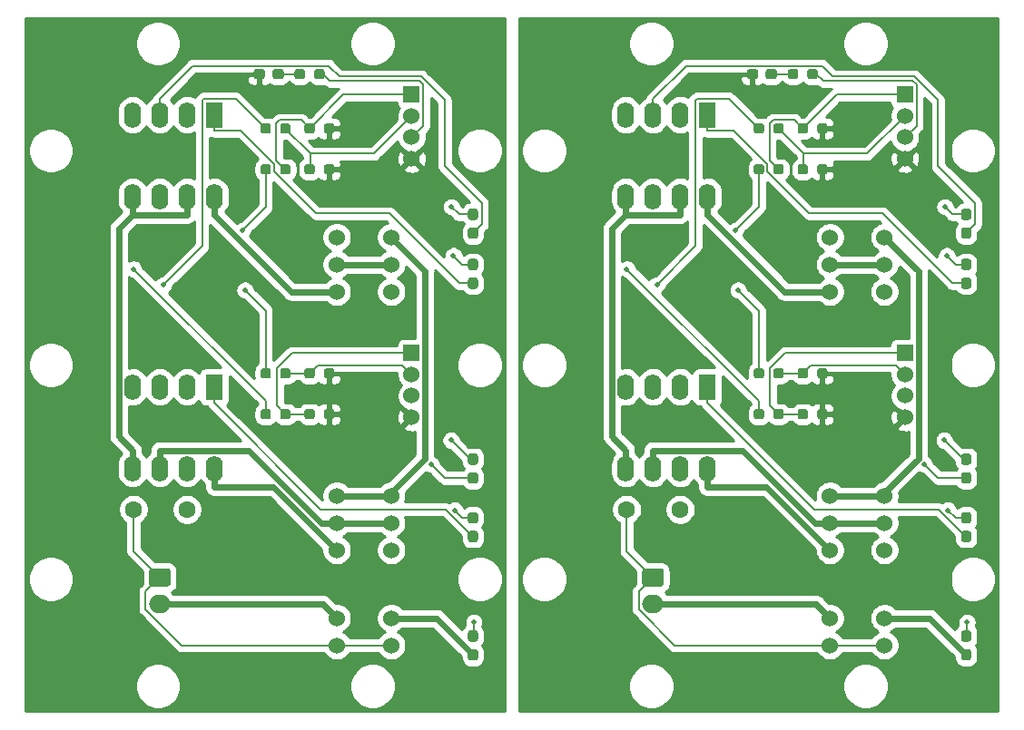
<source format=gtl>
G04 #@! TF.GenerationSoftware,KiCad,Pcbnew,(5.1.8)-1*
G04 #@! TF.CreationDate,2020-11-28T16:02:54+09:00*
G04 #@! TF.ProjectId,DigitalOutput4chS,44696769-7461-46c4-9f75-747075743463,2*
G04 #@! TF.SameCoordinates,Original*
G04 #@! TF.FileFunction,Copper,L1,Top*
G04 #@! TF.FilePolarity,Positive*
%FSLAX46Y46*%
G04 Gerber Fmt 4.6, Leading zero omitted, Abs format (unit mm)*
G04 Created by KiCad (PCBNEW (5.1.8)-1) date 2020-11-28 16:02:54*
%MOMM*%
%LPD*%
G01*
G04 APERTURE LIST*
G04 #@! TA.AperFunction,ComponentPad*
%ADD10C,1.600000*%
G04 #@! TD*
G04 #@! TA.AperFunction,ComponentPad*
%ADD11O,1.600000X2.400000*%
G04 #@! TD*
G04 #@! TA.AperFunction,ComponentPad*
%ADD12R,1.600000X2.400000*%
G04 #@! TD*
G04 #@! TA.AperFunction,ComponentPad*
%ADD13O,2.000000X1.700000*%
G04 #@! TD*
G04 #@! TA.AperFunction,ComponentPad*
%ADD14C,1.524000*%
G04 #@! TD*
G04 #@! TA.AperFunction,ComponentPad*
%ADD15R,1.524000X1.524000*%
G04 #@! TD*
G04 #@! TA.AperFunction,ViaPad*
%ADD16C,0.500000*%
G04 #@! TD*
G04 #@! TA.AperFunction,Conductor*
%ADD17C,0.600000*%
G04 #@! TD*
G04 #@! TA.AperFunction,Conductor*
%ADD18C,0.200000*%
G04 #@! TD*
G04 #@! TA.AperFunction,NonConductor*
%ADD19C,0.254000*%
G04 #@! TD*
G04 #@! TA.AperFunction,NonConductor*
%ADD20C,0.100000*%
G04 #@! TD*
G04 APERTURE END LIST*
G04 #@! TA.AperFunction,SMDPad,CuDef*
G36*
G01*
X133467500Y-106167500D02*
X133467500Y-105692500D01*
G75*
G02*
X133705000Y-105455000I237500J0D01*
G01*
X134205000Y-105455000D01*
G75*
G02*
X134442500Y-105692500I0J-237500D01*
G01*
X134442500Y-106167500D01*
G75*
G02*
X134205000Y-106405000I-237500J0D01*
G01*
X133705000Y-106405000D01*
G75*
G02*
X133467500Y-106167500I0J237500D01*
G01*
G37*
G04 #@! TD.AperFunction*
G04 #@! TA.AperFunction,SMDPad,CuDef*
G36*
G01*
X131642500Y-106167500D02*
X131642500Y-105692500D01*
G75*
G02*
X131880000Y-105455000I237500J0D01*
G01*
X132380000Y-105455000D01*
G75*
G02*
X132617500Y-105692500I0J-237500D01*
G01*
X132617500Y-106167500D01*
G75*
G02*
X132380000Y-106405000I-237500J0D01*
G01*
X131880000Y-106405000D01*
G75*
G02*
X131642500Y-106167500I0J237500D01*
G01*
G37*
G04 #@! TD.AperFunction*
G04 #@! TA.AperFunction,SMDPad,CuDef*
G36*
G01*
X133467500Y-109977500D02*
X133467500Y-109502500D01*
G75*
G02*
X133705000Y-109265000I237500J0D01*
G01*
X134205000Y-109265000D01*
G75*
G02*
X134442500Y-109502500I0J-237500D01*
G01*
X134442500Y-109977500D01*
G75*
G02*
X134205000Y-110215000I-237500J0D01*
G01*
X133705000Y-110215000D01*
G75*
G02*
X133467500Y-109977500I0J237500D01*
G01*
G37*
G04 #@! TD.AperFunction*
G04 #@! TA.AperFunction,SMDPad,CuDef*
G36*
G01*
X131642500Y-109977500D02*
X131642500Y-109502500D01*
G75*
G02*
X131880000Y-109265000I237500J0D01*
G01*
X132380000Y-109265000D01*
G75*
G02*
X132617500Y-109502500I0J-237500D01*
G01*
X132617500Y-109977500D01*
G75*
G02*
X132380000Y-110215000I-237500J0D01*
G01*
X131880000Y-110215000D01*
G75*
G02*
X131642500Y-109977500I0J237500D01*
G01*
G37*
G04 #@! TD.AperFunction*
D10*
X115700000Y-141490000D03*
X120700000Y-141490000D03*
G04 #@! TA.AperFunction,SMDPad,CuDef*
G36*
G01*
X147607500Y-137330000D02*
X147132500Y-137330000D01*
G75*
G02*
X146895000Y-137092500I0J237500D01*
G01*
X146895000Y-136517500D01*
G75*
G02*
X147132500Y-136280000I237500J0D01*
G01*
X147607500Y-136280000D01*
G75*
G02*
X147845000Y-136517500I0J-237500D01*
G01*
X147845000Y-137092500D01*
G75*
G02*
X147607500Y-137330000I-237500J0D01*
G01*
G37*
G04 #@! TD.AperFunction*
G04 #@! TA.AperFunction,SMDPad,CuDef*
G36*
G01*
X147607500Y-139080000D02*
X147132500Y-139080000D01*
G75*
G02*
X146895000Y-138842500I0J237500D01*
G01*
X146895000Y-138267500D01*
G75*
G02*
X147132500Y-138030000I237500J0D01*
G01*
X147607500Y-138030000D01*
G75*
G02*
X147845000Y-138267500I0J-237500D01*
G01*
X147845000Y-138842500D01*
G75*
G02*
X147607500Y-139080000I-237500J0D01*
G01*
G37*
G04 #@! TD.AperFunction*
G04 #@! TA.AperFunction,SMDPad,CuDef*
G36*
G01*
X128670000Y-101087500D02*
X128670000Y-100612500D01*
G75*
G02*
X128907500Y-100375000I237500J0D01*
G01*
X129482500Y-100375000D01*
G75*
G02*
X129720000Y-100612500I0J-237500D01*
G01*
X129720000Y-101087500D01*
G75*
G02*
X129482500Y-101325000I-237500J0D01*
G01*
X128907500Y-101325000D01*
G75*
G02*
X128670000Y-101087500I0J237500D01*
G01*
G37*
G04 #@! TD.AperFunction*
G04 #@! TA.AperFunction,SMDPad,CuDef*
G36*
G01*
X126920000Y-101087500D02*
X126920000Y-100612500D01*
G75*
G02*
X127157500Y-100375000I237500J0D01*
G01*
X127732500Y-100375000D01*
G75*
G02*
X127970000Y-100612500I0J-237500D01*
G01*
X127970000Y-101087500D01*
G75*
G02*
X127732500Y-101325000I-237500J0D01*
G01*
X127157500Y-101325000D01*
G75*
G02*
X126920000Y-101087500I0J237500D01*
G01*
G37*
G04 #@! TD.AperFunction*
D11*
X123240000Y-137680000D03*
X115620000Y-130060000D03*
X120700000Y-137680000D03*
X118160000Y-130060000D03*
X118160000Y-137680000D03*
X120700000Y-130060000D03*
X115620000Y-137680000D03*
D12*
X123240000Y-130060000D03*
G04 #@! TA.AperFunction,SMDPad,CuDef*
G36*
G01*
X147607500Y-153840000D02*
X147132500Y-153840000D01*
G75*
G02*
X146895000Y-153602500I0J237500D01*
G01*
X146895000Y-153027500D01*
G75*
G02*
X147132500Y-152790000I237500J0D01*
G01*
X147607500Y-152790000D01*
G75*
G02*
X147845000Y-153027500I0J-237500D01*
G01*
X147845000Y-153602500D01*
G75*
G02*
X147607500Y-153840000I-237500J0D01*
G01*
G37*
G04 #@! TD.AperFunction*
G04 #@! TA.AperFunction,SMDPad,CuDef*
G36*
G01*
X147607500Y-155590000D02*
X147132500Y-155590000D01*
G75*
G02*
X146895000Y-155352500I0J237500D01*
G01*
X146895000Y-154777500D01*
G75*
G02*
X147132500Y-154540000I237500J0D01*
G01*
X147607500Y-154540000D01*
G75*
G02*
X147845000Y-154777500I0J-237500D01*
G01*
X147845000Y-155352500D01*
G75*
G02*
X147607500Y-155590000I-237500J0D01*
G01*
G37*
G04 #@! TD.AperFunction*
G04 #@! TA.AperFunction,SMDPad,CuDef*
G36*
G01*
X133467500Y-132837500D02*
X133467500Y-132362500D01*
G75*
G02*
X133705000Y-132125000I237500J0D01*
G01*
X134205000Y-132125000D01*
G75*
G02*
X134442500Y-132362500I0J-237500D01*
G01*
X134442500Y-132837500D01*
G75*
G02*
X134205000Y-133075000I-237500J0D01*
G01*
X133705000Y-133075000D01*
G75*
G02*
X133467500Y-132837500I0J237500D01*
G01*
G37*
G04 #@! TD.AperFunction*
G04 #@! TA.AperFunction,SMDPad,CuDef*
G36*
G01*
X131642500Y-132837500D02*
X131642500Y-132362500D01*
G75*
G02*
X131880000Y-132125000I237500J0D01*
G01*
X132380000Y-132125000D01*
G75*
G02*
X132617500Y-132362500I0J-237500D01*
G01*
X132617500Y-132837500D01*
G75*
G02*
X132380000Y-133075000I-237500J0D01*
G01*
X131880000Y-133075000D01*
G75*
G02*
X131642500Y-132837500I0J237500D01*
G01*
G37*
G04 #@! TD.AperFunction*
G04 #@! TA.AperFunction,SMDPad,CuDef*
G36*
G01*
X129380000Y-129027500D02*
X129380000Y-128552500D01*
G75*
G02*
X129617500Y-128315000I237500J0D01*
G01*
X130117500Y-128315000D01*
G75*
G02*
X130355000Y-128552500I0J-237500D01*
G01*
X130355000Y-129027500D01*
G75*
G02*
X130117500Y-129265000I-237500J0D01*
G01*
X129617500Y-129265000D01*
G75*
G02*
X129380000Y-129027500I0J237500D01*
G01*
G37*
G04 #@! TD.AperFunction*
G04 #@! TA.AperFunction,SMDPad,CuDef*
G36*
G01*
X127555000Y-129027500D02*
X127555000Y-128552500D01*
G75*
G02*
X127792500Y-128315000I237500J0D01*
G01*
X128292500Y-128315000D01*
G75*
G02*
X128530000Y-128552500I0J-237500D01*
G01*
X128530000Y-129027500D01*
G75*
G02*
X128292500Y-129265000I-237500J0D01*
G01*
X127792500Y-129265000D01*
G75*
G02*
X127555000Y-129027500I0J237500D01*
G01*
G37*
G04 #@! TD.AperFunction*
D13*
X118160000Y-150340000D03*
G04 #@! TA.AperFunction,ComponentPad*
G36*
G01*
X117410000Y-146990000D02*
X118910000Y-146990000D01*
G75*
G02*
X119160000Y-147240000I0J-250000D01*
G01*
X119160000Y-148440000D01*
G75*
G02*
X118910000Y-148690000I-250000J0D01*
G01*
X117410000Y-148690000D01*
G75*
G02*
X117160000Y-148440000I0J250000D01*
G01*
X117160000Y-147240000D01*
G75*
G02*
X117410000Y-146990000I250000J0D01*
G01*
G37*
G04 #@! TD.AperFunction*
D14*
X141655000Y-132885000D03*
X141655000Y-130885000D03*
X141655000Y-128885000D03*
D15*
X141655000Y-126885000D03*
G04 #@! TA.AperFunction,SMDPad,CuDef*
G36*
G01*
X147607500Y-142805000D02*
X147132500Y-142805000D01*
G75*
G02*
X146895000Y-142567500I0J237500D01*
G01*
X146895000Y-141992500D01*
G75*
G02*
X147132500Y-141755000I237500J0D01*
G01*
X147607500Y-141755000D01*
G75*
G02*
X147845000Y-141992500I0J-237500D01*
G01*
X147845000Y-142567500D01*
G75*
G02*
X147607500Y-142805000I-237500J0D01*
G01*
G37*
G04 #@! TD.AperFunction*
G04 #@! TA.AperFunction,SMDPad,CuDef*
G36*
G01*
X147607500Y-144555000D02*
X147132500Y-144555000D01*
G75*
G02*
X146895000Y-144317500I0J237500D01*
G01*
X146895000Y-143742500D01*
G75*
G02*
X147132500Y-143505000I237500J0D01*
G01*
X147607500Y-143505000D01*
G75*
G02*
X147845000Y-143742500I0J-237500D01*
G01*
X147845000Y-144317500D01*
G75*
G02*
X147607500Y-144555000I-237500J0D01*
G01*
G37*
G04 #@! TD.AperFunction*
G04 #@! TA.AperFunction,SMDPad,CuDef*
G36*
G01*
X147607500Y-119155000D02*
X147132500Y-119155000D01*
G75*
G02*
X146895000Y-118917500I0J237500D01*
G01*
X146895000Y-118342500D01*
G75*
G02*
X147132500Y-118105000I237500J0D01*
G01*
X147607500Y-118105000D01*
G75*
G02*
X147845000Y-118342500I0J-237500D01*
G01*
X147845000Y-118917500D01*
G75*
G02*
X147607500Y-119155000I-237500J0D01*
G01*
G37*
G04 #@! TD.AperFunction*
G04 #@! TA.AperFunction,SMDPad,CuDef*
G36*
G01*
X147607500Y-120905000D02*
X147132500Y-120905000D01*
G75*
G02*
X146895000Y-120667500I0J237500D01*
G01*
X146895000Y-120092500D01*
G75*
G02*
X147132500Y-119855000I237500J0D01*
G01*
X147607500Y-119855000D01*
G75*
G02*
X147845000Y-120092500I0J-237500D01*
G01*
X147845000Y-120667500D01*
G75*
G02*
X147607500Y-120905000I-237500J0D01*
G01*
G37*
G04 #@! TD.AperFunction*
G04 #@! TA.AperFunction,SMDPad,CuDef*
G36*
G01*
X129380000Y-106167500D02*
X129380000Y-105692500D01*
G75*
G02*
X129617500Y-105455000I237500J0D01*
G01*
X130117500Y-105455000D01*
G75*
G02*
X130355000Y-105692500I0J-237500D01*
G01*
X130355000Y-106167500D01*
G75*
G02*
X130117500Y-106405000I-237500J0D01*
G01*
X129617500Y-106405000D01*
G75*
G02*
X129380000Y-106167500I0J237500D01*
G01*
G37*
G04 #@! TD.AperFunction*
G04 #@! TA.AperFunction,SMDPad,CuDef*
G36*
G01*
X127555000Y-106167500D02*
X127555000Y-105692500D01*
G75*
G02*
X127792500Y-105455000I237500J0D01*
G01*
X128292500Y-105455000D01*
G75*
G02*
X128530000Y-105692500I0J-237500D01*
G01*
X128530000Y-106167500D01*
G75*
G02*
X128292500Y-106405000I-237500J0D01*
G01*
X127792500Y-106405000D01*
G75*
G02*
X127555000Y-106167500I0J237500D01*
G01*
G37*
G04 #@! TD.AperFunction*
G04 #@! TA.AperFunction,SMDPad,CuDef*
G36*
G01*
X131705000Y-100612500D02*
X131705000Y-101087500D01*
G75*
G02*
X131467500Y-101325000I-237500J0D01*
G01*
X130967500Y-101325000D01*
G75*
G02*
X130730000Y-101087500I0J237500D01*
G01*
X130730000Y-100612500D01*
G75*
G02*
X130967500Y-100375000I237500J0D01*
G01*
X131467500Y-100375000D01*
G75*
G02*
X131705000Y-100612500I0J-237500D01*
G01*
G37*
G04 #@! TD.AperFunction*
G04 #@! TA.AperFunction,SMDPad,CuDef*
G36*
G01*
X133530000Y-100612500D02*
X133530000Y-101087500D01*
G75*
G02*
X133292500Y-101325000I-237500J0D01*
G01*
X132792500Y-101325000D01*
G75*
G02*
X132555000Y-101087500I0J237500D01*
G01*
X132555000Y-100612500D01*
G75*
G02*
X132792500Y-100375000I237500J0D01*
G01*
X133292500Y-100375000D01*
G75*
G02*
X133530000Y-100612500I0J-237500D01*
G01*
G37*
G04 #@! TD.AperFunction*
G04 #@! TA.AperFunction,SMDPad,CuDef*
G36*
G01*
X129380000Y-109977500D02*
X129380000Y-109502500D01*
G75*
G02*
X129617500Y-109265000I237500J0D01*
G01*
X130117500Y-109265000D01*
G75*
G02*
X130355000Y-109502500I0J-237500D01*
G01*
X130355000Y-109977500D01*
G75*
G02*
X130117500Y-110215000I-237500J0D01*
G01*
X129617500Y-110215000D01*
G75*
G02*
X129380000Y-109977500I0J237500D01*
G01*
G37*
G04 #@! TD.AperFunction*
G04 #@! TA.AperFunction,SMDPad,CuDef*
G36*
G01*
X127555000Y-109977500D02*
X127555000Y-109502500D01*
G75*
G02*
X127792500Y-109265000I237500J0D01*
G01*
X128292500Y-109265000D01*
G75*
G02*
X128530000Y-109502500I0J-237500D01*
G01*
X128530000Y-109977500D01*
G75*
G02*
X128292500Y-110215000I-237500J0D01*
G01*
X127792500Y-110215000D01*
G75*
G02*
X127555000Y-109977500I0J237500D01*
G01*
G37*
G04 #@! TD.AperFunction*
G04 #@! TA.AperFunction,SMDPad,CuDef*
G36*
G01*
X133467500Y-129027500D02*
X133467500Y-128552500D01*
G75*
G02*
X133705000Y-128315000I237500J0D01*
G01*
X134205000Y-128315000D01*
G75*
G02*
X134442500Y-128552500I0J-237500D01*
G01*
X134442500Y-129027500D01*
G75*
G02*
X134205000Y-129265000I-237500J0D01*
G01*
X133705000Y-129265000D01*
G75*
G02*
X133467500Y-129027500I0J237500D01*
G01*
G37*
G04 #@! TD.AperFunction*
G04 #@! TA.AperFunction,SMDPad,CuDef*
G36*
G01*
X131642500Y-129027500D02*
X131642500Y-128552500D01*
G75*
G02*
X131880000Y-128315000I237500J0D01*
G01*
X132380000Y-128315000D01*
G75*
G02*
X132617500Y-128552500I0J-237500D01*
G01*
X132617500Y-129027500D01*
G75*
G02*
X132380000Y-129265000I-237500J0D01*
G01*
X131880000Y-129265000D01*
G75*
G02*
X131642500Y-129027500I0J237500D01*
G01*
G37*
G04 #@! TD.AperFunction*
D11*
X123240000Y-112280000D03*
X115620000Y-104660000D03*
X120700000Y-112280000D03*
X118160000Y-104660000D03*
X118160000Y-112280000D03*
X120700000Y-104660000D03*
X115620000Y-112280000D03*
D12*
X123240000Y-104660000D03*
D14*
X134670000Y-116090000D03*
X139750000Y-116090000D03*
X139750000Y-121170000D03*
X134670000Y-121170000D03*
X139750000Y-118630000D03*
X134670000Y-118630000D03*
X134670000Y-140220000D03*
X139750000Y-140220000D03*
X139750000Y-145300000D03*
X134670000Y-145300000D03*
X139750000Y-142760000D03*
X134670000Y-142760000D03*
G04 #@! TA.AperFunction,SMDPad,CuDef*
G36*
G01*
X147607500Y-114470000D02*
X147132500Y-114470000D01*
G75*
G02*
X146895000Y-114232500I0J237500D01*
G01*
X146895000Y-113657500D01*
G75*
G02*
X147132500Y-113420000I237500J0D01*
G01*
X147607500Y-113420000D01*
G75*
G02*
X147845000Y-113657500I0J-237500D01*
G01*
X147845000Y-114232500D01*
G75*
G02*
X147607500Y-114470000I-237500J0D01*
G01*
G37*
G04 #@! TD.AperFunction*
G04 #@! TA.AperFunction,SMDPad,CuDef*
G36*
G01*
X147607500Y-116220000D02*
X147132500Y-116220000D01*
G75*
G02*
X146895000Y-115982500I0J237500D01*
G01*
X146895000Y-115407500D01*
G75*
G02*
X147132500Y-115170000I237500J0D01*
G01*
X147607500Y-115170000D01*
G75*
G02*
X147845000Y-115407500I0J-237500D01*
G01*
X147845000Y-115982500D01*
G75*
G02*
X147607500Y-116220000I-237500J0D01*
G01*
G37*
G04 #@! TD.AperFunction*
X139750000Y-154190000D03*
X134670000Y-154190000D03*
X139750000Y-151650000D03*
X134670000Y-151650000D03*
G04 #@! TA.AperFunction,SMDPad,CuDef*
G36*
G01*
X129380000Y-132837500D02*
X129380000Y-132362500D01*
G75*
G02*
X129617500Y-132125000I237500J0D01*
G01*
X130117500Y-132125000D01*
G75*
G02*
X130355000Y-132362500I0J-237500D01*
G01*
X130355000Y-132837500D01*
G75*
G02*
X130117500Y-133075000I-237500J0D01*
G01*
X129617500Y-133075000D01*
G75*
G02*
X129380000Y-132837500I0J237500D01*
G01*
G37*
G04 #@! TD.AperFunction*
G04 #@! TA.AperFunction,SMDPad,CuDef*
G36*
G01*
X127555000Y-132837500D02*
X127555000Y-132362500D01*
G75*
G02*
X127792500Y-132125000I237500J0D01*
G01*
X128292500Y-132125000D01*
G75*
G02*
X128530000Y-132362500I0J-237500D01*
G01*
X128530000Y-132837500D01*
G75*
G02*
X128292500Y-133075000I-237500J0D01*
G01*
X127792500Y-133075000D01*
G75*
G02*
X127555000Y-132837500I0J237500D01*
G01*
G37*
G04 #@! TD.AperFunction*
X141655000Y-108755000D03*
X141655000Y-106755000D03*
X141655000Y-104755000D03*
D15*
X141655000Y-102755000D03*
G04 #@! TA.AperFunction,SMDPad,CuDef*
G36*
G01*
X85642500Y-106167500D02*
X85642500Y-105692500D01*
G75*
G02*
X85880000Y-105455000I237500J0D01*
G01*
X86380000Y-105455000D01*
G75*
G02*
X86617500Y-105692500I0J-237500D01*
G01*
X86617500Y-106167500D01*
G75*
G02*
X86380000Y-106405000I-237500J0D01*
G01*
X85880000Y-106405000D01*
G75*
G02*
X85642500Y-106167500I0J237500D01*
G01*
G37*
G04 #@! TD.AperFunction*
G04 #@! TA.AperFunction,SMDPad,CuDef*
G36*
G01*
X87467500Y-106167500D02*
X87467500Y-105692500D01*
G75*
G02*
X87705000Y-105455000I237500J0D01*
G01*
X88205000Y-105455000D01*
G75*
G02*
X88442500Y-105692500I0J-237500D01*
G01*
X88442500Y-106167500D01*
G75*
G02*
X88205000Y-106405000I-237500J0D01*
G01*
X87705000Y-106405000D01*
G75*
G02*
X87467500Y-106167500I0J237500D01*
G01*
G37*
G04 #@! TD.AperFunction*
G04 #@! TA.AperFunction,SMDPad,CuDef*
G36*
G01*
X85642500Y-109977500D02*
X85642500Y-109502500D01*
G75*
G02*
X85880000Y-109265000I237500J0D01*
G01*
X86380000Y-109265000D01*
G75*
G02*
X86617500Y-109502500I0J-237500D01*
G01*
X86617500Y-109977500D01*
G75*
G02*
X86380000Y-110215000I-237500J0D01*
G01*
X85880000Y-110215000D01*
G75*
G02*
X85642500Y-109977500I0J237500D01*
G01*
G37*
G04 #@! TD.AperFunction*
G04 #@! TA.AperFunction,SMDPad,CuDef*
G36*
G01*
X87467500Y-109977500D02*
X87467500Y-109502500D01*
G75*
G02*
X87705000Y-109265000I237500J0D01*
G01*
X88205000Y-109265000D01*
G75*
G02*
X88442500Y-109502500I0J-237500D01*
G01*
X88442500Y-109977500D01*
G75*
G02*
X88205000Y-110215000I-237500J0D01*
G01*
X87705000Y-110215000D01*
G75*
G02*
X87467500Y-109977500I0J237500D01*
G01*
G37*
G04 #@! TD.AperFunction*
D14*
X88670000Y-118630000D03*
X93750000Y-118630000D03*
X88670000Y-121170000D03*
X93750000Y-121170000D03*
X93750000Y-116090000D03*
X88670000Y-116090000D03*
X88670000Y-142760000D03*
X93750000Y-142760000D03*
X88670000Y-145300000D03*
X93750000Y-145300000D03*
X93750000Y-140220000D03*
X88670000Y-140220000D03*
D12*
X77240000Y-104660000D03*
D11*
X69620000Y-112280000D03*
X74700000Y-104660000D03*
X72160000Y-112280000D03*
X72160000Y-104660000D03*
X74700000Y-112280000D03*
X69620000Y-104660000D03*
X77240000Y-112280000D03*
G04 #@! TA.AperFunction,SMDPad,CuDef*
G36*
G01*
X85642500Y-129027500D02*
X85642500Y-128552500D01*
G75*
G02*
X85880000Y-128315000I237500J0D01*
G01*
X86380000Y-128315000D01*
G75*
G02*
X86617500Y-128552500I0J-237500D01*
G01*
X86617500Y-129027500D01*
G75*
G02*
X86380000Y-129265000I-237500J0D01*
G01*
X85880000Y-129265000D01*
G75*
G02*
X85642500Y-129027500I0J237500D01*
G01*
G37*
G04 #@! TD.AperFunction*
G04 #@! TA.AperFunction,SMDPad,CuDef*
G36*
G01*
X87467500Y-129027500D02*
X87467500Y-128552500D01*
G75*
G02*
X87705000Y-128315000I237500J0D01*
G01*
X88205000Y-128315000D01*
G75*
G02*
X88442500Y-128552500I0J-237500D01*
G01*
X88442500Y-129027500D01*
G75*
G02*
X88205000Y-129265000I-237500J0D01*
G01*
X87705000Y-129265000D01*
G75*
G02*
X87467500Y-129027500I0J237500D01*
G01*
G37*
G04 #@! TD.AperFunction*
D12*
X77240000Y-130060000D03*
D11*
X69620000Y-137680000D03*
X74700000Y-130060000D03*
X72160000Y-137680000D03*
X72160000Y-130060000D03*
X74700000Y-137680000D03*
X69620000Y-130060000D03*
X77240000Y-137680000D03*
G04 #@! TA.AperFunction,SMDPad,CuDef*
G36*
G01*
X85642500Y-132837500D02*
X85642500Y-132362500D01*
G75*
G02*
X85880000Y-132125000I237500J0D01*
G01*
X86380000Y-132125000D01*
G75*
G02*
X86617500Y-132362500I0J-237500D01*
G01*
X86617500Y-132837500D01*
G75*
G02*
X86380000Y-133075000I-237500J0D01*
G01*
X85880000Y-133075000D01*
G75*
G02*
X85642500Y-132837500I0J237500D01*
G01*
G37*
G04 #@! TD.AperFunction*
G04 #@! TA.AperFunction,SMDPad,CuDef*
G36*
G01*
X87467500Y-132837500D02*
X87467500Y-132362500D01*
G75*
G02*
X87705000Y-132125000I237500J0D01*
G01*
X88205000Y-132125000D01*
G75*
G02*
X88442500Y-132362500I0J-237500D01*
G01*
X88442500Y-132837500D01*
G75*
G02*
X88205000Y-133075000I-237500J0D01*
G01*
X87705000Y-133075000D01*
G75*
G02*
X87467500Y-132837500I0J237500D01*
G01*
G37*
G04 #@! TD.AperFunction*
D14*
X88670000Y-151650000D03*
X93750000Y-151650000D03*
X88670000Y-154190000D03*
X93750000Y-154190000D03*
G04 #@! TA.AperFunction,SMDPad,CuDef*
G36*
G01*
X81555000Y-109977500D02*
X81555000Y-109502500D01*
G75*
G02*
X81792500Y-109265000I237500J0D01*
G01*
X82292500Y-109265000D01*
G75*
G02*
X82530000Y-109502500I0J-237500D01*
G01*
X82530000Y-109977500D01*
G75*
G02*
X82292500Y-110215000I-237500J0D01*
G01*
X81792500Y-110215000D01*
G75*
G02*
X81555000Y-109977500I0J237500D01*
G01*
G37*
G04 #@! TD.AperFunction*
G04 #@! TA.AperFunction,SMDPad,CuDef*
G36*
G01*
X83380000Y-109977500D02*
X83380000Y-109502500D01*
G75*
G02*
X83617500Y-109265000I237500J0D01*
G01*
X84117500Y-109265000D01*
G75*
G02*
X84355000Y-109502500I0J-237500D01*
G01*
X84355000Y-109977500D01*
G75*
G02*
X84117500Y-110215000I-237500J0D01*
G01*
X83617500Y-110215000D01*
G75*
G02*
X83380000Y-109977500I0J237500D01*
G01*
G37*
G04 #@! TD.AperFunction*
G04 #@! TA.AperFunction,SMDPad,CuDef*
G36*
G01*
X101607500Y-155590000D02*
X101132500Y-155590000D01*
G75*
G02*
X100895000Y-155352500I0J237500D01*
G01*
X100895000Y-154777500D01*
G75*
G02*
X101132500Y-154540000I237500J0D01*
G01*
X101607500Y-154540000D01*
G75*
G02*
X101845000Y-154777500I0J-237500D01*
G01*
X101845000Y-155352500D01*
G75*
G02*
X101607500Y-155590000I-237500J0D01*
G01*
G37*
G04 #@! TD.AperFunction*
G04 #@! TA.AperFunction,SMDPad,CuDef*
G36*
G01*
X101607500Y-153840000D02*
X101132500Y-153840000D01*
G75*
G02*
X100895000Y-153602500I0J237500D01*
G01*
X100895000Y-153027500D01*
G75*
G02*
X101132500Y-152790000I237500J0D01*
G01*
X101607500Y-152790000D01*
G75*
G02*
X101845000Y-153027500I0J-237500D01*
G01*
X101845000Y-153602500D01*
G75*
G02*
X101607500Y-153840000I-237500J0D01*
G01*
G37*
G04 #@! TD.AperFunction*
G04 #@! TA.AperFunction,SMDPad,CuDef*
G36*
G01*
X101607500Y-120905000D02*
X101132500Y-120905000D01*
G75*
G02*
X100895000Y-120667500I0J237500D01*
G01*
X100895000Y-120092500D01*
G75*
G02*
X101132500Y-119855000I237500J0D01*
G01*
X101607500Y-119855000D01*
G75*
G02*
X101845000Y-120092500I0J-237500D01*
G01*
X101845000Y-120667500D01*
G75*
G02*
X101607500Y-120905000I-237500J0D01*
G01*
G37*
G04 #@! TD.AperFunction*
G04 #@! TA.AperFunction,SMDPad,CuDef*
G36*
G01*
X101607500Y-119155000D02*
X101132500Y-119155000D01*
G75*
G02*
X100895000Y-118917500I0J237500D01*
G01*
X100895000Y-118342500D01*
G75*
G02*
X101132500Y-118105000I237500J0D01*
G01*
X101607500Y-118105000D01*
G75*
G02*
X101845000Y-118342500I0J-237500D01*
G01*
X101845000Y-118917500D01*
G75*
G02*
X101607500Y-119155000I-237500J0D01*
G01*
G37*
G04 #@! TD.AperFunction*
G04 #@! TA.AperFunction,SMDPad,CuDef*
G36*
G01*
X101607500Y-116220000D02*
X101132500Y-116220000D01*
G75*
G02*
X100895000Y-115982500I0J237500D01*
G01*
X100895000Y-115407500D01*
G75*
G02*
X101132500Y-115170000I237500J0D01*
G01*
X101607500Y-115170000D01*
G75*
G02*
X101845000Y-115407500I0J-237500D01*
G01*
X101845000Y-115982500D01*
G75*
G02*
X101607500Y-116220000I-237500J0D01*
G01*
G37*
G04 #@! TD.AperFunction*
G04 #@! TA.AperFunction,SMDPad,CuDef*
G36*
G01*
X101607500Y-114470000D02*
X101132500Y-114470000D01*
G75*
G02*
X100895000Y-114232500I0J237500D01*
G01*
X100895000Y-113657500D01*
G75*
G02*
X101132500Y-113420000I237500J0D01*
G01*
X101607500Y-113420000D01*
G75*
G02*
X101845000Y-113657500I0J-237500D01*
G01*
X101845000Y-114232500D01*
G75*
G02*
X101607500Y-114470000I-237500J0D01*
G01*
G37*
G04 #@! TD.AperFunction*
G04 #@! TA.AperFunction,SMDPad,CuDef*
G36*
G01*
X101607500Y-144555000D02*
X101132500Y-144555000D01*
G75*
G02*
X100895000Y-144317500I0J237500D01*
G01*
X100895000Y-143742500D01*
G75*
G02*
X101132500Y-143505000I237500J0D01*
G01*
X101607500Y-143505000D01*
G75*
G02*
X101845000Y-143742500I0J-237500D01*
G01*
X101845000Y-144317500D01*
G75*
G02*
X101607500Y-144555000I-237500J0D01*
G01*
G37*
G04 #@! TD.AperFunction*
G04 #@! TA.AperFunction,SMDPad,CuDef*
G36*
G01*
X101607500Y-142805000D02*
X101132500Y-142805000D01*
G75*
G02*
X100895000Y-142567500I0J237500D01*
G01*
X100895000Y-141992500D01*
G75*
G02*
X101132500Y-141755000I237500J0D01*
G01*
X101607500Y-141755000D01*
G75*
G02*
X101845000Y-141992500I0J-237500D01*
G01*
X101845000Y-142567500D01*
G75*
G02*
X101607500Y-142805000I-237500J0D01*
G01*
G37*
G04 #@! TD.AperFunction*
D15*
X95655000Y-126885000D03*
D14*
X95655000Y-128885000D03*
X95655000Y-130885000D03*
X95655000Y-132885000D03*
G04 #@! TA.AperFunction,SMDPad,CuDef*
G36*
G01*
X81555000Y-106167500D02*
X81555000Y-105692500D01*
G75*
G02*
X81792500Y-105455000I237500J0D01*
G01*
X82292500Y-105455000D01*
G75*
G02*
X82530000Y-105692500I0J-237500D01*
G01*
X82530000Y-106167500D01*
G75*
G02*
X82292500Y-106405000I-237500J0D01*
G01*
X81792500Y-106405000D01*
G75*
G02*
X81555000Y-106167500I0J237500D01*
G01*
G37*
G04 #@! TD.AperFunction*
G04 #@! TA.AperFunction,SMDPad,CuDef*
G36*
G01*
X83380000Y-106167500D02*
X83380000Y-105692500D01*
G75*
G02*
X83617500Y-105455000I237500J0D01*
G01*
X84117500Y-105455000D01*
G75*
G02*
X84355000Y-105692500I0J-237500D01*
G01*
X84355000Y-106167500D01*
G75*
G02*
X84117500Y-106405000I-237500J0D01*
G01*
X83617500Y-106405000D01*
G75*
G02*
X83380000Y-106167500I0J237500D01*
G01*
G37*
G04 #@! TD.AperFunction*
G04 #@! TA.AperFunction,SMDPad,CuDef*
G36*
G01*
X81555000Y-132837500D02*
X81555000Y-132362500D01*
G75*
G02*
X81792500Y-132125000I237500J0D01*
G01*
X82292500Y-132125000D01*
G75*
G02*
X82530000Y-132362500I0J-237500D01*
G01*
X82530000Y-132837500D01*
G75*
G02*
X82292500Y-133075000I-237500J0D01*
G01*
X81792500Y-133075000D01*
G75*
G02*
X81555000Y-132837500I0J237500D01*
G01*
G37*
G04 #@! TD.AperFunction*
G04 #@! TA.AperFunction,SMDPad,CuDef*
G36*
G01*
X83380000Y-132837500D02*
X83380000Y-132362500D01*
G75*
G02*
X83617500Y-132125000I237500J0D01*
G01*
X84117500Y-132125000D01*
G75*
G02*
X84355000Y-132362500I0J-237500D01*
G01*
X84355000Y-132837500D01*
G75*
G02*
X84117500Y-133075000I-237500J0D01*
G01*
X83617500Y-133075000D01*
G75*
G02*
X83380000Y-132837500I0J237500D01*
G01*
G37*
G04 #@! TD.AperFunction*
G04 #@! TA.AperFunction,SMDPad,CuDef*
G36*
G01*
X81555000Y-129027500D02*
X81555000Y-128552500D01*
G75*
G02*
X81792500Y-128315000I237500J0D01*
G01*
X82292500Y-128315000D01*
G75*
G02*
X82530000Y-128552500I0J-237500D01*
G01*
X82530000Y-129027500D01*
G75*
G02*
X82292500Y-129265000I-237500J0D01*
G01*
X81792500Y-129265000D01*
G75*
G02*
X81555000Y-129027500I0J237500D01*
G01*
G37*
G04 #@! TD.AperFunction*
G04 #@! TA.AperFunction,SMDPad,CuDef*
G36*
G01*
X83380000Y-129027500D02*
X83380000Y-128552500D01*
G75*
G02*
X83617500Y-128315000I237500J0D01*
G01*
X84117500Y-128315000D01*
G75*
G02*
X84355000Y-128552500I0J-237500D01*
G01*
X84355000Y-129027500D01*
G75*
G02*
X84117500Y-129265000I-237500J0D01*
G01*
X83617500Y-129265000D01*
G75*
G02*
X83380000Y-129027500I0J237500D01*
G01*
G37*
G04 #@! TD.AperFunction*
G04 #@! TA.AperFunction,SMDPad,CuDef*
G36*
G01*
X101607500Y-139080000D02*
X101132500Y-139080000D01*
G75*
G02*
X100895000Y-138842500I0J237500D01*
G01*
X100895000Y-138267500D01*
G75*
G02*
X101132500Y-138030000I237500J0D01*
G01*
X101607500Y-138030000D01*
G75*
G02*
X101845000Y-138267500I0J-237500D01*
G01*
X101845000Y-138842500D01*
G75*
G02*
X101607500Y-139080000I-237500J0D01*
G01*
G37*
G04 #@! TD.AperFunction*
G04 #@! TA.AperFunction,SMDPad,CuDef*
G36*
G01*
X101607500Y-137330000D02*
X101132500Y-137330000D01*
G75*
G02*
X100895000Y-137092500I0J237500D01*
G01*
X100895000Y-136517500D01*
G75*
G02*
X101132500Y-136280000I237500J0D01*
G01*
X101607500Y-136280000D01*
G75*
G02*
X101845000Y-136517500I0J-237500D01*
G01*
X101845000Y-137092500D01*
G75*
G02*
X101607500Y-137330000I-237500J0D01*
G01*
G37*
G04 #@! TD.AperFunction*
G04 #@! TA.AperFunction,ComponentPad*
G36*
G01*
X71410000Y-146990000D02*
X72910000Y-146990000D01*
G75*
G02*
X73160000Y-147240000I0J-250000D01*
G01*
X73160000Y-148440000D01*
G75*
G02*
X72910000Y-148690000I-250000J0D01*
G01*
X71410000Y-148690000D01*
G75*
G02*
X71160000Y-148440000I0J250000D01*
G01*
X71160000Y-147240000D01*
G75*
G02*
X71410000Y-146990000I250000J0D01*
G01*
G37*
G04 #@! TD.AperFunction*
D13*
X72160000Y-150340000D03*
D15*
X95655000Y-102755000D03*
D14*
X95655000Y-104755000D03*
X95655000Y-106755000D03*
X95655000Y-108755000D03*
G04 #@! TA.AperFunction,SMDPad,CuDef*
G36*
G01*
X87530000Y-100612500D02*
X87530000Y-101087500D01*
G75*
G02*
X87292500Y-101325000I-237500J0D01*
G01*
X86792500Y-101325000D01*
G75*
G02*
X86555000Y-101087500I0J237500D01*
G01*
X86555000Y-100612500D01*
G75*
G02*
X86792500Y-100375000I237500J0D01*
G01*
X87292500Y-100375000D01*
G75*
G02*
X87530000Y-100612500I0J-237500D01*
G01*
G37*
G04 #@! TD.AperFunction*
G04 #@! TA.AperFunction,SMDPad,CuDef*
G36*
G01*
X85705000Y-100612500D02*
X85705000Y-101087500D01*
G75*
G02*
X85467500Y-101325000I-237500J0D01*
G01*
X84967500Y-101325000D01*
G75*
G02*
X84730000Y-101087500I0J237500D01*
G01*
X84730000Y-100612500D01*
G75*
G02*
X84967500Y-100375000I237500J0D01*
G01*
X85467500Y-100375000D01*
G75*
G02*
X85705000Y-100612500I0J-237500D01*
G01*
G37*
G04 #@! TD.AperFunction*
G04 #@! TA.AperFunction,SMDPad,CuDef*
G36*
G01*
X80920000Y-101087500D02*
X80920000Y-100612500D01*
G75*
G02*
X81157500Y-100375000I237500J0D01*
G01*
X81732500Y-100375000D01*
G75*
G02*
X81970000Y-100612500I0J-237500D01*
G01*
X81970000Y-101087500D01*
G75*
G02*
X81732500Y-101325000I-237500J0D01*
G01*
X81157500Y-101325000D01*
G75*
G02*
X80920000Y-101087500I0J237500D01*
G01*
G37*
G04 #@! TD.AperFunction*
G04 #@! TA.AperFunction,SMDPad,CuDef*
G36*
G01*
X82670000Y-101087500D02*
X82670000Y-100612500D01*
G75*
G02*
X82907500Y-100375000I237500J0D01*
G01*
X83482500Y-100375000D01*
G75*
G02*
X83720000Y-100612500I0J-237500D01*
G01*
X83720000Y-101087500D01*
G75*
G02*
X83482500Y-101325000I-237500J0D01*
G01*
X82907500Y-101325000D01*
G75*
G02*
X82670000Y-101087500I0J237500D01*
G01*
G37*
G04 #@! TD.AperFunction*
D10*
X74700000Y-141490000D03*
X69700000Y-141490000D03*
D16*
X82320000Y-121170000D03*
X79145000Y-108470000D03*
X86130000Y-103390000D03*
X90575000Y-138315000D03*
X74700000Y-126250000D03*
X69620000Y-116725000D03*
X91210000Y-111010000D03*
X71525000Y-133870000D03*
X83590000Y-125615000D03*
X91210000Y-105930000D03*
X82320000Y-147840000D03*
X75335000Y-121805000D03*
X84225000Y-117360000D03*
X99548600Y-117806300D03*
X99367100Y-113239900D03*
X99654300Y-141560700D03*
X99319100Y-135039500D03*
X97446500Y-137284900D03*
X101453000Y-152040700D03*
X79855700Y-115452700D03*
X72519600Y-120501600D03*
X69718200Y-119043000D03*
X80098200Y-121016600D03*
X125145000Y-108470000D03*
X136575000Y-138315000D03*
X118519600Y-120501600D03*
X117525000Y-133870000D03*
X132130000Y-103390000D03*
X137210000Y-111010000D03*
X129590000Y-125615000D03*
X125855700Y-115452700D03*
X115718200Y-119043000D03*
X147453000Y-152040700D03*
X128320000Y-121170000D03*
X120700000Y-126250000D03*
X115620000Y-116725000D03*
X137210000Y-105930000D03*
X128320000Y-147840000D03*
X145548600Y-117806300D03*
X121335000Y-121805000D03*
X145367100Y-113239900D03*
X145319100Y-135039500D03*
X130225000Y-117360000D03*
X145654300Y-141560700D03*
X143446500Y-137284900D03*
X126098200Y-121016600D03*
D17*
X87360000Y-150340000D02*
X88670000Y-151650000D01*
X93750000Y-151650000D02*
X97955000Y-151650000D01*
X72160000Y-150340000D02*
X87360000Y-150340000D01*
X97955000Y-151650000D02*
X101370000Y-155065000D01*
D18*
X101370000Y-118630000D02*
X100372300Y-118630000D01*
X100372300Y-118630000D02*
X99548600Y-117806300D01*
X101370000Y-113945000D02*
X100072200Y-113945000D01*
X100072200Y-113945000D02*
X99367100Y-113239900D01*
X101370000Y-142280000D02*
X100373600Y-142280000D01*
X100373600Y-142280000D02*
X99654300Y-141560700D01*
D17*
X84429700Y-121170000D02*
X88670000Y-121170000D01*
X77240000Y-113980300D02*
X84429700Y-121170000D01*
X77240000Y-112280000D02*
X77240000Y-113980300D01*
X88670000Y-118630000D02*
X93750000Y-118630000D01*
D18*
X98737100Y-103275900D02*
X98737100Y-109441000D01*
X98737100Y-109441000D02*
X102178200Y-112882100D01*
X98737100Y-103275900D02*
X96546190Y-101084990D01*
X102178200Y-112882100D02*
X102178200Y-114886800D01*
X88904990Y-101084990D02*
X88035000Y-100215000D01*
X75244710Y-100074990D02*
X87894990Y-100074990D01*
X72160000Y-103159700D02*
X75244710Y-100074990D01*
X87894990Y-100074990D02*
X88035000Y-100215000D01*
X72160000Y-104660000D02*
X72160000Y-103159700D01*
X102178200Y-114886800D02*
X101370000Y-115695000D01*
X96546190Y-101084990D02*
X88904990Y-101084990D01*
X95655000Y-106755000D02*
X96731700Y-105678300D01*
X96731700Y-105678300D02*
X96731700Y-101841100D01*
X96375600Y-101485000D02*
X96731700Y-101841100D01*
X87042500Y-100850000D02*
X87400000Y-100850000D01*
X88035000Y-101485000D02*
X96375600Y-101485000D01*
X87400000Y-100850000D02*
X88035000Y-101485000D01*
X93548700Y-113848500D02*
X100080200Y-120380000D01*
X82831300Y-109957300D02*
X86722500Y-113848500D01*
X77240000Y-106160300D02*
X79711200Y-106160300D01*
X79711200Y-106160300D02*
X82831300Y-109280400D01*
X82831300Y-109280400D02*
X82831300Y-109957300D01*
X86722500Y-113848500D02*
X93548700Y-113848500D01*
X100080200Y-120380000D02*
X101370000Y-120380000D01*
X77240000Y-104660000D02*
X77240000Y-106160300D01*
X77240000Y-131560300D02*
X87169700Y-141490000D01*
X87169700Y-141490000D02*
X98805400Y-141490000D01*
X77240000Y-130060000D02*
X77240000Y-131560300D01*
X98805400Y-141490000D02*
X101345400Y-144030000D01*
X101345400Y-144030000D02*
X101370000Y-144030000D01*
X101370000Y-136805000D02*
X101084600Y-136805000D01*
X101084600Y-136805000D02*
X99319100Y-135039500D01*
X97446500Y-137284900D02*
X98716600Y-138555000D01*
X98716600Y-138555000D02*
X101370000Y-138555000D01*
X83195000Y-100850000D02*
X85217500Y-100850000D01*
D17*
X93750000Y-116090000D02*
X96919200Y-119259200D01*
X93750000Y-139920300D02*
X93750000Y-140220000D01*
X96919200Y-136751100D02*
X93750000Y-139920300D01*
X93750000Y-140220000D02*
X88670000Y-140220000D01*
X96919200Y-119259200D02*
X96919200Y-136751100D01*
X77240000Y-139380300D02*
X82750300Y-139380300D01*
X77240000Y-137680000D02*
X77240000Y-139380300D01*
X82750300Y-139380300D02*
X88670000Y-145300000D01*
X87261900Y-142760000D02*
X88670000Y-142760000D01*
X72160000Y-137680000D02*
X72160000Y-135979700D01*
X88670000Y-142760000D02*
X93750000Y-142760000D01*
X72160000Y-135979700D02*
X80481600Y-135979700D01*
X80481600Y-135979700D02*
X87261900Y-142760000D01*
X69620000Y-112280000D02*
X69620000Y-113780200D01*
X68316500Y-115283800D02*
X68316500Y-134676200D01*
X74700000Y-112280000D02*
X74700000Y-113980300D01*
X69620000Y-113980300D02*
X74700000Y-113980300D01*
X69620000Y-137680000D02*
X69620000Y-135979700D01*
X69620000Y-113780200D02*
X69620000Y-113980300D01*
X68316500Y-134676200D02*
X69620000Y-135979700D01*
X69620000Y-113980300D02*
X68316500Y-115283800D01*
D18*
X101453000Y-153232000D02*
X101453000Y-152040700D01*
X101370000Y-153315000D02*
X101453000Y-153232000D01*
X72160000Y-147840000D02*
X70834900Y-149165100D01*
X70834900Y-149165100D02*
X70834900Y-150833300D01*
X70834900Y-150833300D02*
X74191600Y-154190000D01*
X69700000Y-141490000D02*
X69700000Y-145380000D01*
X69700000Y-145380000D02*
X72160000Y-147840000D01*
X88670000Y-154190000D02*
X93750000Y-154190000D01*
X74191600Y-154190000D02*
X88670000Y-154190000D01*
X92125500Y-108284500D02*
X86222000Y-108284500D01*
X95655000Y-104755000D02*
X92125500Y-108284500D01*
X86222000Y-109648000D02*
X86130000Y-109740000D01*
X86222000Y-108284500D02*
X86222000Y-109648000D01*
X86222000Y-108284500D02*
X83867500Y-105930000D01*
X83373600Y-105138000D02*
X83031500Y-105480100D01*
X89305000Y-102755000D02*
X86130000Y-105930000D01*
X85338000Y-105138000D02*
X83373600Y-105138000D01*
X83031500Y-105480100D02*
X83031500Y-108904000D01*
X83031500Y-108904000D02*
X83867500Y-109740000D01*
X86130000Y-105930000D02*
X85338000Y-105138000D01*
X95655000Y-102755000D02*
X89305000Y-102755000D01*
X95655000Y-128885000D02*
X94782900Y-128012900D01*
X83867500Y-128790000D02*
X86130000Y-128790000D01*
X94782900Y-128012900D02*
X86907100Y-128012900D01*
X86907100Y-128012900D02*
X86130000Y-128790000D01*
X84507800Y-126885000D02*
X83069100Y-128323700D01*
X83069100Y-131801600D02*
X83867500Y-132600000D01*
X95655000Y-126885000D02*
X84507800Y-126885000D01*
X83867500Y-132600000D02*
X86130000Y-132600000D01*
X83069100Y-128323700D02*
X83069100Y-131801600D01*
X82042500Y-113265900D02*
X82042500Y-109740000D01*
X79855700Y-115452700D02*
X82042500Y-113265900D01*
X76111700Y-116909500D02*
X76111700Y-103298900D01*
X76251000Y-103159600D02*
X79272100Y-103159600D01*
X72519600Y-120501600D02*
X76111700Y-116909500D01*
X76111700Y-103298900D02*
X76251000Y-103159600D01*
X79272100Y-103159600D02*
X82042500Y-105930000D01*
X69718200Y-119043000D02*
X82042500Y-131367300D01*
X82042500Y-131367300D02*
X82042500Y-132600000D01*
X80098200Y-121016600D02*
X82042500Y-122960900D01*
X82042500Y-122960900D02*
X82042500Y-128790000D01*
X128042500Y-122960900D02*
X128042500Y-128790000D01*
X126098200Y-121016600D02*
X128042500Y-122960900D01*
X144737100Y-109441000D02*
X148178200Y-112882100D01*
X144737100Y-103275900D02*
X142546190Y-101084990D01*
X148178200Y-112882100D02*
X148178200Y-114886800D01*
X144737100Y-103275900D02*
X144737100Y-109441000D01*
X121244710Y-100074990D02*
X133894990Y-100074990D01*
X118160000Y-103159700D02*
X121244710Y-100074990D01*
X133894990Y-100074990D02*
X134035000Y-100215000D01*
X118160000Y-104660000D02*
X118160000Y-103159700D01*
X134904990Y-101084990D02*
X134035000Y-100215000D01*
X141655000Y-106755000D02*
X142731700Y-105678300D01*
D17*
X130429700Y-121170000D02*
X134670000Y-121170000D01*
D18*
X142731700Y-105678300D02*
X142731700Y-101841100D01*
D17*
X139750000Y-151650000D02*
X143955000Y-151650000D01*
D18*
X147370000Y-142280000D02*
X146373600Y-142280000D01*
X147370000Y-118630000D02*
X146372300Y-118630000D01*
D17*
X118160000Y-150340000D02*
X133360000Y-150340000D01*
X114316500Y-115283800D02*
X114316500Y-134676200D01*
X133360000Y-150340000D02*
X134670000Y-151650000D01*
X120700000Y-112280000D02*
X120700000Y-113980300D01*
X115620000Y-113780200D02*
X115620000Y-113980300D01*
D18*
X148178200Y-114886800D02*
X147370000Y-115695000D01*
X142546190Y-101084990D02*
X134904990Y-101084990D01*
D17*
X134670000Y-118630000D02*
X139750000Y-118630000D01*
D18*
X146373600Y-142280000D02*
X145654300Y-141560700D01*
D17*
X115620000Y-112280000D02*
X115620000Y-113780200D01*
X115620000Y-137680000D02*
X115620000Y-135979700D01*
X123240000Y-112280000D02*
X123240000Y-113980300D01*
D18*
X146372300Y-118630000D02*
X145548600Y-117806300D01*
D17*
X143955000Y-151650000D02*
X147370000Y-155065000D01*
D18*
X147370000Y-113945000D02*
X146072200Y-113945000D01*
X146072200Y-113945000D02*
X145367100Y-113239900D01*
D17*
X115620000Y-113980300D02*
X120700000Y-113980300D01*
X123240000Y-113980300D02*
X130429700Y-121170000D01*
D18*
X123240000Y-131560300D02*
X133169700Y-141490000D01*
D17*
X133261900Y-142760000D02*
X134670000Y-142760000D01*
D18*
X147345400Y-144030000D02*
X147370000Y-144030000D01*
X133169700Y-141490000D02*
X144805400Y-141490000D01*
X128831300Y-109280400D02*
X128831300Y-109957300D01*
X133400000Y-100850000D02*
X134035000Y-101485000D01*
X133042500Y-100850000D02*
X133400000Y-100850000D01*
D17*
X118160000Y-137680000D02*
X118160000Y-135979700D01*
D18*
X139548700Y-113848500D02*
X146080200Y-120380000D01*
X125711200Y-106160300D02*
X128831300Y-109280400D01*
X142375600Y-101485000D02*
X142731700Y-101841100D01*
X146080200Y-120380000D02*
X147370000Y-120380000D01*
D17*
X115620000Y-113980300D02*
X114316500Y-115283800D01*
D18*
X123240000Y-104660000D02*
X123240000Y-106160300D01*
X144805400Y-141490000D02*
X147345400Y-144030000D01*
X128831300Y-109957300D02*
X132722500Y-113848500D01*
X134035000Y-101485000D02*
X142375600Y-101485000D01*
D17*
X114316500Y-134676200D02*
X115620000Y-135979700D01*
D18*
X132722500Y-113848500D02*
X139548700Y-113848500D01*
X123240000Y-106160300D02*
X125711200Y-106160300D01*
X123240000Y-130060000D02*
X123240000Y-131560300D01*
X135305000Y-102755000D02*
X132130000Y-105930000D01*
X125272100Y-103159600D02*
X128042500Y-105930000D01*
X147370000Y-153315000D02*
X147453000Y-153232000D01*
X118160000Y-147840000D02*
X116834900Y-149165100D01*
X116834900Y-150833300D02*
X120191600Y-154190000D01*
X120191600Y-154190000D02*
X134670000Y-154190000D01*
X141655000Y-102755000D02*
X135305000Y-102755000D01*
X122251000Y-103159600D02*
X125272100Y-103159600D01*
X122111700Y-103298900D02*
X122251000Y-103159600D01*
X115700000Y-145380000D02*
X118160000Y-147840000D01*
D17*
X139750000Y-139920300D02*
X139750000Y-140220000D01*
X134670000Y-142760000D02*
X139750000Y-142760000D01*
D18*
X122111700Y-116909500D02*
X122111700Y-103298900D01*
X118519600Y-120501600D02*
X122111700Y-116909500D01*
X141655000Y-128885000D02*
X140782900Y-128012900D01*
X132130000Y-105930000D02*
X131338000Y-105138000D01*
X131338000Y-105138000D02*
X129373600Y-105138000D01*
X132222000Y-108284500D02*
X129867500Y-105930000D01*
X147453000Y-153232000D02*
X147453000Y-152040700D01*
X115700000Y-141490000D02*
X115700000Y-145380000D01*
X134670000Y-154190000D02*
X139750000Y-154190000D01*
X115718200Y-119043000D02*
X128042500Y-131367300D01*
X129069100Y-131801600D02*
X129867500Y-132600000D01*
X143446500Y-137284900D02*
X144716600Y-138555000D01*
X132222000Y-108284500D02*
X132222000Y-109648000D01*
X129373600Y-105138000D02*
X129031500Y-105480100D01*
X116834900Y-149165100D02*
X116834900Y-150833300D01*
X141655000Y-104755000D02*
X138125500Y-108284500D01*
X128042500Y-131367300D02*
X128042500Y-132600000D01*
X132222000Y-109648000D02*
X132130000Y-109740000D01*
X129031500Y-108904000D02*
X129867500Y-109740000D01*
X138125500Y-108284500D02*
X132222000Y-108284500D01*
X132907100Y-128012900D02*
X132130000Y-128790000D01*
X129867500Y-132600000D02*
X132130000Y-132600000D01*
X129867500Y-128790000D02*
X132130000Y-128790000D01*
X140782900Y-128012900D02*
X132907100Y-128012900D01*
X125855700Y-115452700D02*
X128042500Y-113265900D01*
X141655000Y-126885000D02*
X130507800Y-126885000D01*
X129069100Y-128323700D02*
X129069100Y-131801600D01*
D17*
X139750000Y-116090000D02*
X142919200Y-119259200D01*
D18*
X129031500Y-105480100D02*
X129031500Y-108904000D01*
X130507800Y-126885000D02*
X129069100Y-128323700D01*
X128042500Y-113265900D02*
X128042500Y-109740000D01*
D17*
X128750300Y-139380300D02*
X134670000Y-145300000D01*
X126481600Y-135979700D02*
X133261900Y-142760000D01*
X118160000Y-135979700D02*
X126481600Y-135979700D01*
D18*
X144716600Y-138555000D02*
X147370000Y-138555000D01*
D17*
X142919200Y-136751100D02*
X139750000Y-139920300D01*
D18*
X147370000Y-136805000D02*
X147084600Y-136805000D01*
X129195000Y-100850000D02*
X131217500Y-100850000D01*
D17*
X139750000Y-140220000D02*
X134670000Y-140220000D01*
D18*
X147084600Y-136805000D02*
X145319100Y-135039500D01*
D17*
X142919200Y-119259200D02*
X142919200Y-136751100D01*
X123240000Y-137680000D02*
X123240000Y-139380300D01*
X123240000Y-139380300D02*
X128750300Y-139380300D01*
D19*
X104340000Y-160340000D02*
X59660000Y-160340000D01*
X59660000Y-157789721D01*
X69865000Y-157789721D01*
X69865000Y-158210279D01*
X69947047Y-158622756D01*
X70107988Y-159011302D01*
X70341637Y-159360983D01*
X70639017Y-159658363D01*
X70988698Y-159892012D01*
X71377244Y-160052953D01*
X71789721Y-160135000D01*
X72210279Y-160135000D01*
X72622756Y-160052953D01*
X73011302Y-159892012D01*
X73360983Y-159658363D01*
X73658363Y-159360983D01*
X73892012Y-159011302D01*
X74052953Y-158622756D01*
X74135000Y-158210279D01*
X74135000Y-157789721D01*
X89865000Y-157789721D01*
X89865000Y-158210279D01*
X89947047Y-158622756D01*
X90107988Y-159011302D01*
X90341637Y-159360983D01*
X90639017Y-159658363D01*
X90988698Y-159892012D01*
X91377244Y-160052953D01*
X91789721Y-160135000D01*
X92210279Y-160135000D01*
X92622756Y-160052953D01*
X93011302Y-159892012D01*
X93360983Y-159658363D01*
X93658363Y-159360983D01*
X93892012Y-159011302D01*
X94052953Y-158622756D01*
X94135000Y-158210279D01*
X94135000Y-157789721D01*
X94052953Y-157377244D01*
X93892012Y-156988698D01*
X93658363Y-156639017D01*
X93360983Y-156341637D01*
X93011302Y-156107988D01*
X92622756Y-155947047D01*
X92210279Y-155865000D01*
X91789721Y-155865000D01*
X91377244Y-155947047D01*
X90988698Y-156107988D01*
X90639017Y-156341637D01*
X90341637Y-156639017D01*
X90107988Y-156988698D01*
X89947047Y-157377244D01*
X89865000Y-157789721D01*
X74135000Y-157789721D01*
X74052953Y-157377244D01*
X73892012Y-156988698D01*
X73658363Y-156639017D01*
X73360983Y-156341637D01*
X73011302Y-156107988D01*
X72622756Y-155947047D01*
X72210279Y-155865000D01*
X71789721Y-155865000D01*
X71377244Y-155947047D01*
X70988698Y-156107988D01*
X70639017Y-156341637D01*
X70341637Y-156639017D01*
X70107988Y-156988698D01*
X69947047Y-157377244D01*
X69865000Y-157789721D01*
X59660000Y-157789721D01*
X59660000Y-147789721D01*
X59865000Y-147789721D01*
X59865000Y-148210279D01*
X59947047Y-148622756D01*
X60107988Y-149011302D01*
X60341637Y-149360983D01*
X60639017Y-149658363D01*
X60988698Y-149892012D01*
X61377244Y-150052953D01*
X61789721Y-150135000D01*
X62210279Y-150135000D01*
X62622756Y-150052953D01*
X63011302Y-149892012D01*
X63360983Y-149658363D01*
X63658363Y-149360983D01*
X63892012Y-149011302D01*
X64052953Y-148622756D01*
X64135000Y-148210279D01*
X64135000Y-147789721D01*
X64052953Y-147377244D01*
X63892012Y-146988698D01*
X63658363Y-146639017D01*
X63360983Y-146341637D01*
X63011302Y-146107988D01*
X62622756Y-145947047D01*
X62210279Y-145865000D01*
X61789721Y-145865000D01*
X61377244Y-145947047D01*
X60988698Y-146107988D01*
X60639017Y-146341637D01*
X60341637Y-146639017D01*
X60107988Y-146988698D01*
X59947047Y-147377244D01*
X59865000Y-147789721D01*
X59660000Y-147789721D01*
X59660000Y-141348665D01*
X68265000Y-141348665D01*
X68265000Y-141631335D01*
X68320147Y-141908574D01*
X68428320Y-142169727D01*
X68585363Y-142404759D01*
X68785241Y-142604637D01*
X68965000Y-142724748D01*
X68965001Y-145343885D01*
X68961444Y-145380000D01*
X68975635Y-145524085D01*
X69016726Y-145659540D01*
X69017664Y-145662633D01*
X69085914Y-145790320D01*
X69177763Y-145902238D01*
X69205808Y-145925254D01*
X70521928Y-147241375D01*
X70521928Y-148438626D01*
X70340708Y-148619846D01*
X70312662Y-148642863D01*
X70220813Y-148754781D01*
X70152563Y-148882468D01*
X70128619Y-148961401D01*
X70110535Y-149021015D01*
X70096344Y-149165100D01*
X70099900Y-149201205D01*
X70099901Y-150797185D01*
X70096344Y-150833300D01*
X70110535Y-150977385D01*
X70152564Y-151115933D01*
X70220814Y-151243620D01*
X70312663Y-151355538D01*
X70340708Y-151378554D01*
X73646346Y-154684193D01*
X73669362Y-154712238D01*
X73697406Y-154735253D01*
X73781280Y-154804087D01*
X73908966Y-154872337D01*
X74047515Y-154914365D01*
X74191600Y-154928556D01*
X74227705Y-154925000D01*
X87480955Y-154925000D01*
X87584880Y-155080535D01*
X87779465Y-155275120D01*
X88008273Y-155428005D01*
X88262510Y-155533314D01*
X88532408Y-155587000D01*
X88807592Y-155587000D01*
X89077490Y-155533314D01*
X89331727Y-155428005D01*
X89560535Y-155275120D01*
X89755120Y-155080535D01*
X89859045Y-154925000D01*
X92560955Y-154925000D01*
X92664880Y-155080535D01*
X92859465Y-155275120D01*
X93088273Y-155428005D01*
X93342510Y-155533314D01*
X93612408Y-155587000D01*
X93887592Y-155587000D01*
X94157490Y-155533314D01*
X94411727Y-155428005D01*
X94640535Y-155275120D01*
X94835120Y-155080535D01*
X94988005Y-154851727D01*
X95093314Y-154597490D01*
X95147000Y-154327592D01*
X95147000Y-154052408D01*
X95093314Y-153782510D01*
X94988005Y-153528273D01*
X94835120Y-153299465D01*
X94640535Y-153104880D01*
X94411727Y-152951995D01*
X94334485Y-152920000D01*
X94411727Y-152888005D01*
X94640535Y-152735120D01*
X94790655Y-152585000D01*
X97567711Y-152585000D01*
X100256928Y-155274218D01*
X100256928Y-155352500D01*
X100273752Y-155523316D01*
X100323577Y-155687567D01*
X100404488Y-155838942D01*
X100513377Y-155971623D01*
X100646058Y-156080512D01*
X100797433Y-156161423D01*
X100961684Y-156211248D01*
X101132500Y-156228072D01*
X101607500Y-156228072D01*
X101778316Y-156211248D01*
X101942567Y-156161423D01*
X102093942Y-156080512D01*
X102226623Y-155971623D01*
X102335512Y-155838942D01*
X102416423Y-155687567D01*
X102466248Y-155523316D01*
X102483072Y-155352500D01*
X102483072Y-154777500D01*
X102466248Y-154606684D01*
X102416423Y-154442433D01*
X102335512Y-154291058D01*
X102252575Y-154190000D01*
X102335512Y-154088942D01*
X102416423Y-153937567D01*
X102466248Y-153773316D01*
X102483072Y-153602500D01*
X102483072Y-153027500D01*
X102466248Y-152856684D01*
X102416423Y-152692433D01*
X102335512Y-152541058D01*
X102247888Y-152434288D01*
X102303990Y-152298845D01*
X102338000Y-152127865D01*
X102338000Y-151953535D01*
X102303990Y-151782555D01*
X102237277Y-151621495D01*
X102140424Y-151476545D01*
X102017155Y-151353276D01*
X101872205Y-151256423D01*
X101711145Y-151189710D01*
X101540165Y-151155700D01*
X101365835Y-151155700D01*
X101194855Y-151189710D01*
X101033795Y-151256423D01*
X100888845Y-151353276D01*
X100765576Y-151476545D01*
X100668723Y-151621495D01*
X100602010Y-151782555D01*
X100568000Y-151953535D01*
X100568000Y-152127865D01*
X100602010Y-152298845D01*
X100613384Y-152326303D01*
X100513377Y-152408377D01*
X100404488Y-152541058D01*
X100323577Y-152692433D01*
X100322680Y-152695390D01*
X98648630Y-151021341D01*
X98619344Y-150985656D01*
X98476972Y-150868814D01*
X98314540Y-150781993D01*
X98138292Y-150728529D01*
X98000932Y-150715000D01*
X97955000Y-150710476D01*
X97909068Y-150715000D01*
X94790655Y-150715000D01*
X94640535Y-150564880D01*
X94411727Y-150411995D01*
X94157490Y-150306686D01*
X93887592Y-150253000D01*
X93612408Y-150253000D01*
X93342510Y-150306686D01*
X93088273Y-150411995D01*
X92859465Y-150564880D01*
X92664880Y-150759465D01*
X92511995Y-150988273D01*
X92406686Y-151242510D01*
X92353000Y-151512408D01*
X92353000Y-151787592D01*
X92406686Y-152057490D01*
X92511995Y-152311727D01*
X92664880Y-152540535D01*
X92859465Y-152735120D01*
X93088273Y-152888005D01*
X93165515Y-152920000D01*
X93088273Y-152951995D01*
X92859465Y-153104880D01*
X92664880Y-153299465D01*
X92560955Y-153455000D01*
X89859045Y-153455000D01*
X89755120Y-153299465D01*
X89560535Y-153104880D01*
X89331727Y-152951995D01*
X89254485Y-152920000D01*
X89331727Y-152888005D01*
X89560535Y-152735120D01*
X89755120Y-152540535D01*
X89908005Y-152311727D01*
X90013314Y-152057490D01*
X90067000Y-151787592D01*
X90067000Y-151512408D01*
X90013314Y-151242510D01*
X89908005Y-150988273D01*
X89755120Y-150759465D01*
X89560535Y-150564880D01*
X89331727Y-150411995D01*
X89077490Y-150306686D01*
X88807592Y-150253000D01*
X88595289Y-150253000D01*
X88053630Y-149711341D01*
X88024344Y-149675656D01*
X87881972Y-149558814D01*
X87719540Y-149471993D01*
X87543292Y-149418529D01*
X87405932Y-149405000D01*
X87360000Y-149400476D01*
X87314068Y-149405000D01*
X73463725Y-149405000D01*
X73365134Y-149284866D01*
X73301663Y-149232777D01*
X73403386Y-149178405D01*
X73537962Y-149067962D01*
X73648405Y-148933386D01*
X73730472Y-148779850D01*
X73781008Y-148613254D01*
X73798072Y-148440000D01*
X73798072Y-147789721D01*
X99865000Y-147789721D01*
X99865000Y-148210279D01*
X99947047Y-148622756D01*
X100107988Y-149011302D01*
X100341637Y-149360983D01*
X100639017Y-149658363D01*
X100988698Y-149892012D01*
X101377244Y-150052953D01*
X101789721Y-150135000D01*
X102210279Y-150135000D01*
X102622756Y-150052953D01*
X103011302Y-149892012D01*
X103360983Y-149658363D01*
X103658363Y-149360983D01*
X103892012Y-149011302D01*
X104052953Y-148622756D01*
X104135000Y-148210279D01*
X104135000Y-147789721D01*
X104052953Y-147377244D01*
X103892012Y-146988698D01*
X103658363Y-146639017D01*
X103360983Y-146341637D01*
X103011302Y-146107988D01*
X102622756Y-145947047D01*
X102210279Y-145865000D01*
X101789721Y-145865000D01*
X101377244Y-145947047D01*
X100988698Y-146107988D01*
X100639017Y-146341637D01*
X100341637Y-146639017D01*
X100107988Y-146988698D01*
X99947047Y-147377244D01*
X99865000Y-147789721D01*
X73798072Y-147789721D01*
X73798072Y-147240000D01*
X73781008Y-147066746D01*
X73730472Y-146900150D01*
X73648405Y-146746614D01*
X73537962Y-146612038D01*
X73403386Y-146501595D01*
X73249850Y-146419528D01*
X73083254Y-146368992D01*
X72910000Y-146351928D01*
X71711375Y-146351928D01*
X70435000Y-145075554D01*
X70435000Y-142724748D01*
X70614759Y-142604637D01*
X70814637Y-142404759D01*
X70971680Y-142169727D01*
X71079853Y-141908574D01*
X71135000Y-141631335D01*
X71135000Y-141348665D01*
X73265000Y-141348665D01*
X73265000Y-141631335D01*
X73320147Y-141908574D01*
X73428320Y-142169727D01*
X73585363Y-142404759D01*
X73785241Y-142604637D01*
X74020273Y-142761680D01*
X74281426Y-142869853D01*
X74558665Y-142925000D01*
X74841335Y-142925000D01*
X75118574Y-142869853D01*
X75379727Y-142761680D01*
X75614759Y-142604637D01*
X75814637Y-142404759D01*
X75971680Y-142169727D01*
X76079853Y-141908574D01*
X76135000Y-141631335D01*
X76135000Y-141348665D01*
X76079853Y-141071426D01*
X75971680Y-140810273D01*
X75814637Y-140575241D01*
X75614759Y-140375363D01*
X75379727Y-140218320D01*
X75118574Y-140110147D01*
X74841335Y-140055000D01*
X74558665Y-140055000D01*
X74281426Y-140110147D01*
X74020273Y-140218320D01*
X73785241Y-140375363D01*
X73585363Y-140575241D01*
X73428320Y-140810273D01*
X73320147Y-141071426D01*
X73265000Y-141348665D01*
X71135000Y-141348665D01*
X71079853Y-141071426D01*
X70971680Y-140810273D01*
X70814637Y-140575241D01*
X70614759Y-140375363D01*
X70379727Y-140218320D01*
X70118574Y-140110147D01*
X69841335Y-140055000D01*
X69558665Y-140055000D01*
X69281426Y-140110147D01*
X69020273Y-140218320D01*
X68785241Y-140375363D01*
X68585363Y-140575241D01*
X68428320Y-140810273D01*
X68320147Y-141071426D01*
X68265000Y-141348665D01*
X59660000Y-141348665D01*
X59660000Y-127789721D01*
X59865000Y-127789721D01*
X59865000Y-128210279D01*
X59947047Y-128622756D01*
X60107988Y-129011302D01*
X60341637Y-129360983D01*
X60639017Y-129658363D01*
X60988698Y-129892012D01*
X61377244Y-130052953D01*
X61789721Y-130135000D01*
X62210279Y-130135000D01*
X62622756Y-130052953D01*
X63011302Y-129892012D01*
X63360983Y-129658363D01*
X63658363Y-129360983D01*
X63892012Y-129011302D01*
X64052953Y-128622756D01*
X64135000Y-128210279D01*
X64135000Y-127789721D01*
X64052953Y-127377244D01*
X63892012Y-126988698D01*
X63658363Y-126639017D01*
X63360983Y-126341637D01*
X63011302Y-126107988D01*
X62622756Y-125947047D01*
X62210279Y-125865000D01*
X61789721Y-125865000D01*
X61377244Y-125947047D01*
X60988698Y-126107988D01*
X60639017Y-126341637D01*
X60341637Y-126639017D01*
X60107988Y-126988698D01*
X59947047Y-127377244D01*
X59865000Y-127789721D01*
X59660000Y-127789721D01*
X59660000Y-115283800D01*
X67376976Y-115283800D01*
X67381500Y-115329732D01*
X67381501Y-134630258D01*
X67376976Y-134676200D01*
X67395029Y-134859491D01*
X67405927Y-134895415D01*
X67448494Y-135035740D01*
X67535315Y-135198172D01*
X67652157Y-135340544D01*
X67687836Y-135369825D01*
X68590481Y-136272470D01*
X68421068Y-136478899D01*
X68287818Y-136728192D01*
X68205764Y-136998691D01*
X68185000Y-137209508D01*
X68185000Y-138150491D01*
X68205764Y-138361308D01*
X68287818Y-138631807D01*
X68421068Y-138881100D01*
X68600392Y-139099607D01*
X68818899Y-139278932D01*
X69068192Y-139412182D01*
X69338691Y-139494236D01*
X69620000Y-139521943D01*
X69901308Y-139494236D01*
X70171807Y-139412182D01*
X70421100Y-139278932D01*
X70639607Y-139099608D01*
X70818932Y-138881101D01*
X70890000Y-138748142D01*
X70961068Y-138881100D01*
X71140392Y-139099607D01*
X71358899Y-139278932D01*
X71608192Y-139412182D01*
X71878691Y-139494236D01*
X72160000Y-139521943D01*
X72441308Y-139494236D01*
X72711807Y-139412182D01*
X72961100Y-139278932D01*
X73179607Y-139099608D01*
X73358932Y-138881101D01*
X73430000Y-138748142D01*
X73501068Y-138881100D01*
X73680392Y-139099607D01*
X73898899Y-139278932D01*
X74148192Y-139412182D01*
X74418691Y-139494236D01*
X74700000Y-139521943D01*
X74981308Y-139494236D01*
X75251807Y-139412182D01*
X75501100Y-139278932D01*
X75719607Y-139099608D01*
X75898932Y-138881101D01*
X75970000Y-138748142D01*
X76041068Y-138881100D01*
X76220392Y-139099607D01*
X76305001Y-139169044D01*
X76305001Y-139334358D01*
X76300476Y-139380300D01*
X76318529Y-139563592D01*
X76371993Y-139739840D01*
X76458814Y-139902272D01*
X76575656Y-140044644D01*
X76718028Y-140161486D01*
X76880460Y-140248307D01*
X77056708Y-140301771D01*
X77194068Y-140315300D01*
X77240000Y-140319824D01*
X77285932Y-140315300D01*
X82363011Y-140315300D01*
X87273000Y-145225290D01*
X87273000Y-145437592D01*
X87326686Y-145707490D01*
X87431995Y-145961727D01*
X87584880Y-146190535D01*
X87779465Y-146385120D01*
X88008273Y-146538005D01*
X88262510Y-146643314D01*
X88532408Y-146697000D01*
X88807592Y-146697000D01*
X89077490Y-146643314D01*
X89331727Y-146538005D01*
X89560535Y-146385120D01*
X89755120Y-146190535D01*
X89908005Y-145961727D01*
X90013314Y-145707490D01*
X90067000Y-145437592D01*
X90067000Y-145162408D01*
X90013314Y-144892510D01*
X89908005Y-144638273D01*
X89755120Y-144409465D01*
X89560535Y-144214880D01*
X89331727Y-144061995D01*
X89254485Y-144030000D01*
X89331727Y-143998005D01*
X89560535Y-143845120D01*
X89710655Y-143695000D01*
X92709345Y-143695000D01*
X92859465Y-143845120D01*
X93088273Y-143998005D01*
X93165515Y-144030000D01*
X93088273Y-144061995D01*
X92859465Y-144214880D01*
X92664880Y-144409465D01*
X92511995Y-144638273D01*
X92406686Y-144892510D01*
X92353000Y-145162408D01*
X92353000Y-145437592D01*
X92406686Y-145707490D01*
X92511995Y-145961727D01*
X92664880Y-146190535D01*
X92859465Y-146385120D01*
X93088273Y-146538005D01*
X93342510Y-146643314D01*
X93612408Y-146697000D01*
X93887592Y-146697000D01*
X94157490Y-146643314D01*
X94411727Y-146538005D01*
X94640535Y-146385120D01*
X94835120Y-146190535D01*
X94988005Y-145961727D01*
X95093314Y-145707490D01*
X95147000Y-145437592D01*
X95147000Y-145162408D01*
X95093314Y-144892510D01*
X94988005Y-144638273D01*
X94835120Y-144409465D01*
X94640535Y-144214880D01*
X94411727Y-144061995D01*
X94334485Y-144030000D01*
X94411727Y-143998005D01*
X94640535Y-143845120D01*
X94835120Y-143650535D01*
X94988005Y-143421727D01*
X95093314Y-143167490D01*
X95147000Y-142897592D01*
X95147000Y-142622408D01*
X95093314Y-142352510D01*
X95040497Y-142225000D01*
X98500954Y-142225000D01*
X100256928Y-143980975D01*
X100256928Y-144317500D01*
X100273752Y-144488316D01*
X100323577Y-144652567D01*
X100404488Y-144803942D01*
X100513377Y-144936623D01*
X100646058Y-145045512D01*
X100797433Y-145126423D01*
X100961684Y-145176248D01*
X101132500Y-145193072D01*
X101607500Y-145193072D01*
X101778316Y-145176248D01*
X101942567Y-145126423D01*
X102093942Y-145045512D01*
X102226623Y-144936623D01*
X102335512Y-144803942D01*
X102416423Y-144652567D01*
X102466248Y-144488316D01*
X102483072Y-144317500D01*
X102483072Y-143742500D01*
X102466248Y-143571684D01*
X102416423Y-143407433D01*
X102335512Y-143256058D01*
X102252575Y-143155000D01*
X102335512Y-143053942D01*
X102416423Y-142902567D01*
X102466248Y-142738316D01*
X102483072Y-142567500D01*
X102483072Y-141992500D01*
X102466248Y-141821684D01*
X102416423Y-141657433D01*
X102335512Y-141506058D01*
X102226623Y-141373377D01*
X102093942Y-141264488D01*
X101942567Y-141183577D01*
X101778316Y-141133752D01*
X101607500Y-141116928D01*
X101132500Y-141116928D01*
X100961684Y-141133752D01*
X100797433Y-141183577D01*
X100646058Y-141264488D01*
X100518535Y-141369144D01*
X100505290Y-141302555D01*
X100438577Y-141141495D01*
X100341724Y-140996545D01*
X100218455Y-140873276D01*
X100073505Y-140776423D01*
X99912445Y-140709710D01*
X99741465Y-140675700D01*
X99567135Y-140675700D01*
X99396155Y-140709710D01*
X99235095Y-140776423D01*
X99143761Y-140837450D01*
X99088033Y-140807663D01*
X98949485Y-140765635D01*
X98841505Y-140755000D01*
X98805400Y-140751444D01*
X98769295Y-140755000D01*
X95040497Y-140755000D01*
X95093314Y-140627490D01*
X95147000Y-140357592D01*
X95147000Y-140082408D01*
X95107709Y-139884880D01*
X96965022Y-138027567D01*
X97027295Y-138069177D01*
X97188355Y-138135890D01*
X97275348Y-138153194D01*
X98171346Y-139049193D01*
X98194362Y-139077238D01*
X98222406Y-139100253D01*
X98306280Y-139169087D01*
X98433966Y-139237337D01*
X98572515Y-139279365D01*
X98716600Y-139293556D01*
X98752705Y-139290000D01*
X100383673Y-139290000D01*
X100404488Y-139328942D01*
X100513377Y-139461623D01*
X100646058Y-139570512D01*
X100797433Y-139651423D01*
X100961684Y-139701248D01*
X101132500Y-139718072D01*
X101607500Y-139718072D01*
X101778316Y-139701248D01*
X101942567Y-139651423D01*
X102093942Y-139570512D01*
X102226623Y-139461623D01*
X102335512Y-139328942D01*
X102416423Y-139177567D01*
X102466248Y-139013316D01*
X102483072Y-138842500D01*
X102483072Y-138267500D01*
X102466248Y-138096684D01*
X102416423Y-137932433D01*
X102335512Y-137781058D01*
X102252575Y-137680000D01*
X102335512Y-137578942D01*
X102416423Y-137427567D01*
X102466248Y-137263316D01*
X102483072Y-137092500D01*
X102483072Y-136517500D01*
X102466248Y-136346684D01*
X102416423Y-136182433D01*
X102335512Y-136031058D01*
X102226623Y-135898377D01*
X102093942Y-135789488D01*
X101942567Y-135708577D01*
X101778316Y-135658752D01*
X101607500Y-135641928D01*
X101132500Y-135641928D01*
X100976354Y-135657307D01*
X100187394Y-134868348D01*
X100170090Y-134781355D01*
X100103377Y-134620295D01*
X100006524Y-134475345D01*
X99883255Y-134352076D01*
X99738305Y-134255223D01*
X99577245Y-134188510D01*
X99406265Y-134154500D01*
X99231935Y-134154500D01*
X99060955Y-134188510D01*
X98899895Y-134255223D01*
X98754945Y-134352076D01*
X98631676Y-134475345D01*
X98534823Y-134620295D01*
X98468110Y-134781355D01*
X98434100Y-134952335D01*
X98434100Y-135126665D01*
X98468110Y-135297645D01*
X98534823Y-135458705D01*
X98631676Y-135603655D01*
X98754945Y-135726924D01*
X98899895Y-135823777D01*
X99060955Y-135890490D01*
X99147948Y-135907794D01*
X100256928Y-137016775D01*
X100256928Y-137092500D01*
X100273752Y-137263316D01*
X100323577Y-137427567D01*
X100404488Y-137578942D01*
X100487425Y-137680000D01*
X100404488Y-137781058D01*
X100383673Y-137820000D01*
X99021047Y-137820000D01*
X98314794Y-137113748D01*
X98297490Y-137026755D01*
X98230777Y-136865695D01*
X98133924Y-136720745D01*
X98010655Y-136597476D01*
X97865705Y-136500623D01*
X97854200Y-136495857D01*
X97854200Y-127789721D01*
X99865000Y-127789721D01*
X99865000Y-128210279D01*
X99947047Y-128622756D01*
X100107988Y-129011302D01*
X100341637Y-129360983D01*
X100639017Y-129658363D01*
X100988698Y-129892012D01*
X101377244Y-130052953D01*
X101789721Y-130135000D01*
X102210279Y-130135000D01*
X102622756Y-130052953D01*
X103011302Y-129892012D01*
X103360983Y-129658363D01*
X103658363Y-129360983D01*
X103892012Y-129011302D01*
X104052953Y-128622756D01*
X104135000Y-128210279D01*
X104135000Y-127789721D01*
X104052953Y-127377244D01*
X103892012Y-126988698D01*
X103658363Y-126639017D01*
X103360983Y-126341637D01*
X103011302Y-126107988D01*
X102622756Y-125947047D01*
X102210279Y-125865000D01*
X101789721Y-125865000D01*
X101377244Y-125947047D01*
X100988698Y-126107988D01*
X100639017Y-126341637D01*
X100341637Y-126639017D01*
X100107988Y-126988698D01*
X99947047Y-127377244D01*
X99865000Y-127789721D01*
X97854200Y-127789721D01*
X97854200Y-119305135D01*
X97858724Y-119259200D01*
X97852035Y-119191282D01*
X99534946Y-120874193D01*
X99557962Y-120902238D01*
X99669880Y-120994087D01*
X99797567Y-121062337D01*
X99934137Y-121103765D01*
X99936115Y-121104365D01*
X100080200Y-121118556D01*
X100116305Y-121115000D01*
X100383673Y-121115000D01*
X100404488Y-121153942D01*
X100513377Y-121286623D01*
X100646058Y-121395512D01*
X100797433Y-121476423D01*
X100961684Y-121526248D01*
X101132500Y-121543072D01*
X101607500Y-121543072D01*
X101778316Y-121526248D01*
X101942567Y-121476423D01*
X102093942Y-121395512D01*
X102226623Y-121286623D01*
X102335512Y-121153942D01*
X102416423Y-121002567D01*
X102466248Y-120838316D01*
X102483072Y-120667500D01*
X102483072Y-120092500D01*
X102466248Y-119921684D01*
X102416423Y-119757433D01*
X102335512Y-119606058D01*
X102252575Y-119505000D01*
X102335512Y-119403942D01*
X102416423Y-119252567D01*
X102466248Y-119088316D01*
X102483072Y-118917500D01*
X102483072Y-118342500D01*
X102466248Y-118171684D01*
X102416423Y-118007433D01*
X102335512Y-117856058D01*
X102226623Y-117723377D01*
X102093942Y-117614488D01*
X101942567Y-117533577D01*
X101778316Y-117483752D01*
X101607500Y-117466928D01*
X101132500Y-117466928D01*
X100961684Y-117483752D01*
X100797433Y-117533577D01*
X100646058Y-117614488D01*
X100513377Y-117723377D01*
X100509657Y-117727910D01*
X100416894Y-117635147D01*
X100399590Y-117548155D01*
X100332877Y-117387095D01*
X100236024Y-117242145D01*
X100112755Y-117118876D01*
X99967805Y-117022023D01*
X99806745Y-116955310D01*
X99635765Y-116921300D01*
X99461435Y-116921300D01*
X99290455Y-116955310D01*
X99129395Y-117022023D01*
X98984445Y-117118876D01*
X98861176Y-117242145D01*
X98764323Y-117387095D01*
X98697610Y-117548155D01*
X98663600Y-117719135D01*
X98663600Y-117893465D01*
X98671170Y-117931524D01*
X94093959Y-113354313D01*
X94070938Y-113326262D01*
X93959020Y-113234413D01*
X93831333Y-113166163D01*
X93692785Y-113124135D01*
X93584805Y-113113500D01*
X93548700Y-113109944D01*
X93512595Y-113113500D01*
X87026947Y-113113500D01*
X84612190Y-110698743D01*
X84736623Y-110596623D01*
X84845512Y-110463942D01*
X84926423Y-110312567D01*
X84976248Y-110148316D01*
X84993072Y-109977500D01*
X84993072Y-109502500D01*
X84976248Y-109331684D01*
X84926423Y-109167433D01*
X84845512Y-109016058D01*
X84736623Y-108883377D01*
X84603942Y-108774488D01*
X84452567Y-108693577D01*
X84288316Y-108643752D01*
X84117500Y-108626928D01*
X83793874Y-108626928D01*
X83766500Y-108599554D01*
X83766500Y-107043072D01*
X83941126Y-107043072D01*
X85487000Y-108588947D01*
X85487000Y-108724542D01*
X85393558Y-108774488D01*
X85260877Y-108883377D01*
X85151988Y-109016058D01*
X85071077Y-109167433D01*
X85021252Y-109331684D01*
X85004428Y-109502500D01*
X85004428Y-109977500D01*
X85021252Y-110148316D01*
X85071077Y-110312567D01*
X85151988Y-110463942D01*
X85260877Y-110596623D01*
X85393558Y-110705512D01*
X85544933Y-110786423D01*
X85709184Y-110836248D01*
X85880000Y-110853072D01*
X86380000Y-110853072D01*
X86550816Y-110836248D01*
X86715067Y-110786423D01*
X86866442Y-110705512D01*
X86975283Y-110616188D01*
X87016315Y-110666185D01*
X87113006Y-110745537D01*
X87223320Y-110804502D01*
X87343018Y-110840812D01*
X87467500Y-110853072D01*
X87669250Y-110850000D01*
X87828000Y-110691250D01*
X87828000Y-109867000D01*
X88082000Y-109867000D01*
X88082000Y-110691250D01*
X88240750Y-110850000D01*
X88442500Y-110853072D01*
X88566982Y-110840812D01*
X88686680Y-110804502D01*
X88796994Y-110745537D01*
X88893685Y-110666185D01*
X88973037Y-110569494D01*
X89032002Y-110459180D01*
X89068312Y-110339482D01*
X89080572Y-110215000D01*
X89077500Y-110025750D01*
X88918750Y-109867000D01*
X88082000Y-109867000D01*
X87828000Y-109867000D01*
X87808000Y-109867000D01*
X87808000Y-109720565D01*
X94869040Y-109720565D01*
X94936020Y-109960656D01*
X95185048Y-110077756D01*
X95452135Y-110144023D01*
X95727017Y-110156910D01*
X95999133Y-110115922D01*
X96258023Y-110022636D01*
X96373980Y-109960656D01*
X96440960Y-109720565D01*
X95655000Y-108934605D01*
X94869040Y-109720565D01*
X87808000Y-109720565D01*
X87808000Y-109613000D01*
X87828000Y-109613000D01*
X87828000Y-109593000D01*
X88082000Y-109593000D01*
X88082000Y-109613000D01*
X88918750Y-109613000D01*
X89077500Y-109454250D01*
X89080572Y-109265000D01*
X89068312Y-109140518D01*
X89032002Y-109020820D01*
X89031296Y-109019500D01*
X92089395Y-109019500D01*
X92125500Y-109023056D01*
X92161605Y-109019500D01*
X92269585Y-109008865D01*
X92408133Y-108966837D01*
X92535820Y-108898587D01*
X92623028Y-108827017D01*
X94253090Y-108827017D01*
X94294078Y-109099133D01*
X94387364Y-109358023D01*
X94449344Y-109473980D01*
X94689435Y-109540960D01*
X95475395Y-108755000D01*
X95834605Y-108755000D01*
X96620565Y-109540960D01*
X96860656Y-109473980D01*
X96977756Y-109224952D01*
X97044023Y-108957865D01*
X97056910Y-108682983D01*
X97015922Y-108410867D01*
X96922636Y-108151977D01*
X96860656Y-108036020D01*
X96620565Y-107969040D01*
X95834605Y-108755000D01*
X95475395Y-108755000D01*
X94689435Y-107969040D01*
X94449344Y-108036020D01*
X94332244Y-108285048D01*
X94265977Y-108552135D01*
X94253090Y-108827017D01*
X92623028Y-108827017D01*
X92647738Y-108806738D01*
X92670759Y-108778687D01*
X94307583Y-107141863D01*
X94311686Y-107162490D01*
X94416995Y-107416727D01*
X94569880Y-107645535D01*
X94764465Y-107840120D01*
X94993273Y-107993005D01*
X95128710Y-108049105D01*
X95655000Y-108575395D01*
X96181290Y-108049105D01*
X96316727Y-107993005D01*
X96545535Y-107840120D01*
X96740120Y-107645535D01*
X96893005Y-107416727D01*
X96998314Y-107162490D01*
X97052000Y-106892592D01*
X97052000Y-106617408D01*
X97015506Y-106433941D01*
X97225897Y-106223550D01*
X97253937Y-106200538D01*
X97276950Y-106172497D01*
X97276953Y-106172494D01*
X97345787Y-106088620D01*
X97414037Y-105960934D01*
X97456065Y-105822385D01*
X97470256Y-105678300D01*
X97466700Y-105642195D01*
X97466700Y-103044947D01*
X98002100Y-103580347D01*
X98002101Y-109404885D01*
X97998544Y-109441000D01*
X98012735Y-109585085D01*
X98053833Y-109720565D01*
X98054764Y-109723633D01*
X98123014Y-109851320D01*
X98214863Y-109963238D01*
X98242908Y-109986254D01*
X101047002Y-112790349D01*
X100961684Y-112798752D01*
X100797433Y-112848577D01*
X100646058Y-112929488D01*
X100513377Y-113038377D01*
X100404488Y-113171058D01*
X100383673Y-113210000D01*
X100376647Y-113210000D01*
X100235394Y-113068747D01*
X100218090Y-112981755D01*
X100151377Y-112820695D01*
X100054524Y-112675745D01*
X99931255Y-112552476D01*
X99786305Y-112455623D01*
X99625245Y-112388910D01*
X99454265Y-112354900D01*
X99279935Y-112354900D01*
X99108955Y-112388910D01*
X98947895Y-112455623D01*
X98802945Y-112552476D01*
X98679676Y-112675745D01*
X98582823Y-112820695D01*
X98516110Y-112981755D01*
X98482100Y-113152735D01*
X98482100Y-113327065D01*
X98516110Y-113498045D01*
X98582823Y-113659105D01*
X98679676Y-113804055D01*
X98802945Y-113927324D01*
X98947895Y-114024177D01*
X99108955Y-114090890D01*
X99195947Y-114108194D01*
X99526946Y-114439193D01*
X99549962Y-114467238D01*
X99661880Y-114559087D01*
X99789567Y-114627337D01*
X99881202Y-114655134D01*
X99928114Y-114669365D01*
X100072200Y-114683556D01*
X100108305Y-114680000D01*
X100383673Y-114680000D01*
X100404488Y-114718942D01*
X100487425Y-114820000D01*
X100404488Y-114921058D01*
X100323577Y-115072433D01*
X100273752Y-115236684D01*
X100256928Y-115407500D01*
X100256928Y-115982500D01*
X100273752Y-116153316D01*
X100323577Y-116317567D01*
X100404488Y-116468942D01*
X100513377Y-116601623D01*
X100646058Y-116710512D01*
X100797433Y-116791423D01*
X100961684Y-116841248D01*
X101132500Y-116858072D01*
X101607500Y-116858072D01*
X101778316Y-116841248D01*
X101942567Y-116791423D01*
X102093942Y-116710512D01*
X102226623Y-116601623D01*
X102335512Y-116468942D01*
X102416423Y-116317567D01*
X102466248Y-116153316D01*
X102483072Y-115982500D01*
X102483072Y-115621375D01*
X102672393Y-115432054D01*
X102700438Y-115409038D01*
X102792287Y-115297120D01*
X102860537Y-115169433D01*
X102902565Y-115030885D01*
X102913200Y-114922905D01*
X102913200Y-114922896D01*
X102916755Y-114886801D01*
X102913200Y-114850706D01*
X102913200Y-112918194D01*
X102916755Y-112882099D01*
X102913200Y-112846004D01*
X102913200Y-112845995D01*
X102902565Y-112738015D01*
X102860537Y-112599467D01*
X102792287Y-112471780D01*
X102775714Y-112451587D01*
X102723453Y-112387906D01*
X102723450Y-112387903D01*
X102700437Y-112359862D01*
X102672397Y-112336850D01*
X99472100Y-109136554D01*
X99472100Y-107789721D01*
X99865000Y-107789721D01*
X99865000Y-108210279D01*
X99947047Y-108622756D01*
X100107988Y-109011302D01*
X100341637Y-109360983D01*
X100639017Y-109658363D01*
X100988698Y-109892012D01*
X101377244Y-110052953D01*
X101789721Y-110135000D01*
X102210279Y-110135000D01*
X102622756Y-110052953D01*
X103011302Y-109892012D01*
X103360983Y-109658363D01*
X103658363Y-109360983D01*
X103892012Y-109011302D01*
X104052953Y-108622756D01*
X104135000Y-108210279D01*
X104135000Y-107789721D01*
X104052953Y-107377244D01*
X103892012Y-106988698D01*
X103658363Y-106639017D01*
X103360983Y-106341637D01*
X103011302Y-106107988D01*
X102622756Y-105947047D01*
X102210279Y-105865000D01*
X101789721Y-105865000D01*
X101377244Y-105947047D01*
X100988698Y-106107988D01*
X100639017Y-106341637D01*
X100341637Y-106639017D01*
X100107988Y-106988698D01*
X99947047Y-107377244D01*
X99865000Y-107789721D01*
X99472100Y-107789721D01*
X99472100Y-103312005D01*
X99475656Y-103275900D01*
X99461465Y-103131815D01*
X99419437Y-102993266D01*
X99351187Y-102865580D01*
X99282353Y-102781706D01*
X99282350Y-102781703D01*
X99259337Y-102753662D01*
X99231297Y-102730650D01*
X97091448Y-100590802D01*
X97068428Y-100562752D01*
X96956510Y-100470903D01*
X96828823Y-100402653D01*
X96690275Y-100360625D01*
X96582295Y-100349990D01*
X96546190Y-100346434D01*
X96510085Y-100349990D01*
X89209437Y-100349990D01*
X88529193Y-99669747D01*
X88440249Y-99580803D01*
X88417228Y-99552752D01*
X88305310Y-99460903D01*
X88177623Y-99392653D01*
X88039075Y-99350625D01*
X87931095Y-99339990D01*
X87894990Y-99336434D01*
X87858885Y-99339990D01*
X75280815Y-99339990D01*
X75244710Y-99336434D01*
X75100625Y-99350625D01*
X74962076Y-99392653D01*
X74834390Y-99460903D01*
X74722472Y-99552752D01*
X74699456Y-99580797D01*
X71665808Y-102614446D01*
X71637763Y-102637462D01*
X71545914Y-102749380D01*
X71500583Y-102834188D01*
X71477664Y-102877067D01*
X71435635Y-103015615D01*
X71435174Y-103020299D01*
X71358900Y-103061068D01*
X71140393Y-103240392D01*
X70961068Y-103458899D01*
X70890000Y-103591858D01*
X70818932Y-103458899D01*
X70639608Y-103240392D01*
X70421101Y-103061068D01*
X70171808Y-102927818D01*
X69901309Y-102845764D01*
X69620000Y-102818057D01*
X69338692Y-102845764D01*
X69068193Y-102927818D01*
X68818900Y-103061068D01*
X68600393Y-103240392D01*
X68421068Y-103458899D01*
X68287818Y-103708192D01*
X68205764Y-103978691D01*
X68185000Y-104189508D01*
X68185000Y-105130491D01*
X68205764Y-105341308D01*
X68287818Y-105611807D01*
X68421068Y-105861100D01*
X68600392Y-106079607D01*
X68818899Y-106258932D01*
X69068192Y-106392182D01*
X69338691Y-106474236D01*
X69620000Y-106501943D01*
X69901308Y-106474236D01*
X70171807Y-106392182D01*
X70421100Y-106258932D01*
X70639607Y-106079608D01*
X70818932Y-105861101D01*
X70890000Y-105728142D01*
X70961068Y-105861100D01*
X71140392Y-106079607D01*
X71358899Y-106258932D01*
X71608192Y-106392182D01*
X71878691Y-106474236D01*
X72160000Y-106501943D01*
X72441308Y-106474236D01*
X72711807Y-106392182D01*
X72961100Y-106258932D01*
X73179607Y-106079608D01*
X73358932Y-105861101D01*
X73430000Y-105728142D01*
X73501068Y-105861100D01*
X73680392Y-106079607D01*
X73898899Y-106258932D01*
X74148192Y-106392182D01*
X74418691Y-106474236D01*
X74700000Y-106501943D01*
X74981308Y-106474236D01*
X75251807Y-106392182D01*
X75376701Y-106325425D01*
X75376700Y-110614574D01*
X75251808Y-110547818D01*
X74981309Y-110465764D01*
X74700000Y-110438057D01*
X74418692Y-110465764D01*
X74148193Y-110547818D01*
X73898900Y-110681068D01*
X73680393Y-110860392D01*
X73501068Y-111078899D01*
X73430000Y-111211858D01*
X73358932Y-111078899D01*
X73179608Y-110860392D01*
X72961101Y-110681068D01*
X72711808Y-110547818D01*
X72441309Y-110465764D01*
X72160000Y-110438057D01*
X71878692Y-110465764D01*
X71608193Y-110547818D01*
X71358900Y-110681068D01*
X71140393Y-110860392D01*
X70961068Y-111078899D01*
X70890000Y-111211858D01*
X70818932Y-111078899D01*
X70639608Y-110860392D01*
X70421101Y-110681068D01*
X70171808Y-110547818D01*
X69901309Y-110465764D01*
X69620000Y-110438057D01*
X69338692Y-110465764D01*
X69068193Y-110547818D01*
X68818900Y-110681068D01*
X68600393Y-110860392D01*
X68421068Y-111078899D01*
X68287818Y-111328192D01*
X68205764Y-111598691D01*
X68185000Y-111809508D01*
X68185000Y-112750491D01*
X68205764Y-112961308D01*
X68287818Y-113231807D01*
X68421068Y-113481100D01*
X68590480Y-113687530D01*
X67687841Y-114590170D01*
X67652156Y-114619456D01*
X67535314Y-114761829D01*
X67448493Y-114924261D01*
X67412662Y-115042381D01*
X67395029Y-115100509D01*
X67376976Y-115283800D01*
X59660000Y-115283800D01*
X59660000Y-107789721D01*
X59865000Y-107789721D01*
X59865000Y-108210279D01*
X59947047Y-108622756D01*
X60107988Y-109011302D01*
X60341637Y-109360983D01*
X60639017Y-109658363D01*
X60988698Y-109892012D01*
X61377244Y-110052953D01*
X61789721Y-110135000D01*
X62210279Y-110135000D01*
X62622756Y-110052953D01*
X63011302Y-109892012D01*
X63360983Y-109658363D01*
X63658363Y-109360983D01*
X63892012Y-109011302D01*
X64052953Y-108622756D01*
X64135000Y-108210279D01*
X64135000Y-107789721D01*
X64052953Y-107377244D01*
X63892012Y-106988698D01*
X63658363Y-106639017D01*
X63360983Y-106341637D01*
X63011302Y-106107988D01*
X62622756Y-105947047D01*
X62210279Y-105865000D01*
X61789721Y-105865000D01*
X61377244Y-105947047D01*
X60988698Y-106107988D01*
X60639017Y-106341637D01*
X60341637Y-106639017D01*
X60107988Y-106988698D01*
X59947047Y-107377244D01*
X59865000Y-107789721D01*
X59660000Y-107789721D01*
X59660000Y-97789721D01*
X69865000Y-97789721D01*
X69865000Y-98210279D01*
X69947047Y-98622756D01*
X70107988Y-99011302D01*
X70341637Y-99360983D01*
X70639017Y-99658363D01*
X70988698Y-99892012D01*
X71377244Y-100052953D01*
X71789721Y-100135000D01*
X72210279Y-100135000D01*
X72622756Y-100052953D01*
X73011302Y-99892012D01*
X73360983Y-99658363D01*
X73658363Y-99360983D01*
X73892012Y-99011302D01*
X74052953Y-98622756D01*
X74135000Y-98210279D01*
X74135000Y-97789721D01*
X89865000Y-97789721D01*
X89865000Y-98210279D01*
X89947047Y-98622756D01*
X90107988Y-99011302D01*
X90341637Y-99360983D01*
X90639017Y-99658363D01*
X90988698Y-99892012D01*
X91377244Y-100052953D01*
X91789721Y-100135000D01*
X92210279Y-100135000D01*
X92622756Y-100052953D01*
X93011302Y-99892012D01*
X93360983Y-99658363D01*
X93658363Y-99360983D01*
X93892012Y-99011302D01*
X94052953Y-98622756D01*
X94135000Y-98210279D01*
X94135000Y-97789721D01*
X94052953Y-97377244D01*
X93892012Y-96988698D01*
X93658363Y-96639017D01*
X93360983Y-96341637D01*
X93011302Y-96107988D01*
X92622756Y-95947047D01*
X92210279Y-95865000D01*
X91789721Y-95865000D01*
X91377244Y-95947047D01*
X90988698Y-96107988D01*
X90639017Y-96341637D01*
X90341637Y-96639017D01*
X90107988Y-96988698D01*
X89947047Y-97377244D01*
X89865000Y-97789721D01*
X74135000Y-97789721D01*
X74052953Y-97377244D01*
X73892012Y-96988698D01*
X73658363Y-96639017D01*
X73360983Y-96341637D01*
X73011302Y-96107988D01*
X72622756Y-95947047D01*
X72210279Y-95865000D01*
X71789721Y-95865000D01*
X71377244Y-95947047D01*
X70988698Y-96107988D01*
X70639017Y-96341637D01*
X70341637Y-96639017D01*
X70107988Y-96988698D01*
X69947047Y-97377244D01*
X69865000Y-97789721D01*
X59660000Y-97789721D01*
X59660000Y-95660000D01*
X104340001Y-95660000D01*
X104340000Y-160340000D01*
G04 #@! TA.AperFunction,NonConductor*
D20*
G36*
X104340000Y-160340000D02*
G01*
X59660000Y-160340000D01*
X59660000Y-157789721D01*
X69865000Y-157789721D01*
X69865000Y-158210279D01*
X69947047Y-158622756D01*
X70107988Y-159011302D01*
X70341637Y-159360983D01*
X70639017Y-159658363D01*
X70988698Y-159892012D01*
X71377244Y-160052953D01*
X71789721Y-160135000D01*
X72210279Y-160135000D01*
X72622756Y-160052953D01*
X73011302Y-159892012D01*
X73360983Y-159658363D01*
X73658363Y-159360983D01*
X73892012Y-159011302D01*
X74052953Y-158622756D01*
X74135000Y-158210279D01*
X74135000Y-157789721D01*
X89865000Y-157789721D01*
X89865000Y-158210279D01*
X89947047Y-158622756D01*
X90107988Y-159011302D01*
X90341637Y-159360983D01*
X90639017Y-159658363D01*
X90988698Y-159892012D01*
X91377244Y-160052953D01*
X91789721Y-160135000D01*
X92210279Y-160135000D01*
X92622756Y-160052953D01*
X93011302Y-159892012D01*
X93360983Y-159658363D01*
X93658363Y-159360983D01*
X93892012Y-159011302D01*
X94052953Y-158622756D01*
X94135000Y-158210279D01*
X94135000Y-157789721D01*
X94052953Y-157377244D01*
X93892012Y-156988698D01*
X93658363Y-156639017D01*
X93360983Y-156341637D01*
X93011302Y-156107988D01*
X92622756Y-155947047D01*
X92210279Y-155865000D01*
X91789721Y-155865000D01*
X91377244Y-155947047D01*
X90988698Y-156107988D01*
X90639017Y-156341637D01*
X90341637Y-156639017D01*
X90107988Y-156988698D01*
X89947047Y-157377244D01*
X89865000Y-157789721D01*
X74135000Y-157789721D01*
X74052953Y-157377244D01*
X73892012Y-156988698D01*
X73658363Y-156639017D01*
X73360983Y-156341637D01*
X73011302Y-156107988D01*
X72622756Y-155947047D01*
X72210279Y-155865000D01*
X71789721Y-155865000D01*
X71377244Y-155947047D01*
X70988698Y-156107988D01*
X70639017Y-156341637D01*
X70341637Y-156639017D01*
X70107988Y-156988698D01*
X69947047Y-157377244D01*
X69865000Y-157789721D01*
X59660000Y-157789721D01*
X59660000Y-147789721D01*
X59865000Y-147789721D01*
X59865000Y-148210279D01*
X59947047Y-148622756D01*
X60107988Y-149011302D01*
X60341637Y-149360983D01*
X60639017Y-149658363D01*
X60988698Y-149892012D01*
X61377244Y-150052953D01*
X61789721Y-150135000D01*
X62210279Y-150135000D01*
X62622756Y-150052953D01*
X63011302Y-149892012D01*
X63360983Y-149658363D01*
X63658363Y-149360983D01*
X63892012Y-149011302D01*
X64052953Y-148622756D01*
X64135000Y-148210279D01*
X64135000Y-147789721D01*
X64052953Y-147377244D01*
X63892012Y-146988698D01*
X63658363Y-146639017D01*
X63360983Y-146341637D01*
X63011302Y-146107988D01*
X62622756Y-145947047D01*
X62210279Y-145865000D01*
X61789721Y-145865000D01*
X61377244Y-145947047D01*
X60988698Y-146107988D01*
X60639017Y-146341637D01*
X60341637Y-146639017D01*
X60107988Y-146988698D01*
X59947047Y-147377244D01*
X59865000Y-147789721D01*
X59660000Y-147789721D01*
X59660000Y-141348665D01*
X68265000Y-141348665D01*
X68265000Y-141631335D01*
X68320147Y-141908574D01*
X68428320Y-142169727D01*
X68585363Y-142404759D01*
X68785241Y-142604637D01*
X68965000Y-142724748D01*
X68965001Y-145343885D01*
X68961444Y-145380000D01*
X68975635Y-145524085D01*
X69016726Y-145659540D01*
X69017664Y-145662633D01*
X69085914Y-145790320D01*
X69177763Y-145902238D01*
X69205808Y-145925254D01*
X70521928Y-147241375D01*
X70521928Y-148438626D01*
X70340708Y-148619846D01*
X70312662Y-148642863D01*
X70220813Y-148754781D01*
X70152563Y-148882468D01*
X70128619Y-148961401D01*
X70110535Y-149021015D01*
X70096344Y-149165100D01*
X70099900Y-149201205D01*
X70099901Y-150797185D01*
X70096344Y-150833300D01*
X70110535Y-150977385D01*
X70152564Y-151115933D01*
X70220814Y-151243620D01*
X70312663Y-151355538D01*
X70340708Y-151378554D01*
X73646346Y-154684193D01*
X73669362Y-154712238D01*
X73697406Y-154735253D01*
X73781280Y-154804087D01*
X73908966Y-154872337D01*
X74047515Y-154914365D01*
X74191600Y-154928556D01*
X74227705Y-154925000D01*
X87480955Y-154925000D01*
X87584880Y-155080535D01*
X87779465Y-155275120D01*
X88008273Y-155428005D01*
X88262510Y-155533314D01*
X88532408Y-155587000D01*
X88807592Y-155587000D01*
X89077490Y-155533314D01*
X89331727Y-155428005D01*
X89560535Y-155275120D01*
X89755120Y-155080535D01*
X89859045Y-154925000D01*
X92560955Y-154925000D01*
X92664880Y-155080535D01*
X92859465Y-155275120D01*
X93088273Y-155428005D01*
X93342510Y-155533314D01*
X93612408Y-155587000D01*
X93887592Y-155587000D01*
X94157490Y-155533314D01*
X94411727Y-155428005D01*
X94640535Y-155275120D01*
X94835120Y-155080535D01*
X94988005Y-154851727D01*
X95093314Y-154597490D01*
X95147000Y-154327592D01*
X95147000Y-154052408D01*
X95093314Y-153782510D01*
X94988005Y-153528273D01*
X94835120Y-153299465D01*
X94640535Y-153104880D01*
X94411727Y-152951995D01*
X94334485Y-152920000D01*
X94411727Y-152888005D01*
X94640535Y-152735120D01*
X94790655Y-152585000D01*
X97567711Y-152585000D01*
X100256928Y-155274218D01*
X100256928Y-155352500D01*
X100273752Y-155523316D01*
X100323577Y-155687567D01*
X100404488Y-155838942D01*
X100513377Y-155971623D01*
X100646058Y-156080512D01*
X100797433Y-156161423D01*
X100961684Y-156211248D01*
X101132500Y-156228072D01*
X101607500Y-156228072D01*
X101778316Y-156211248D01*
X101942567Y-156161423D01*
X102093942Y-156080512D01*
X102226623Y-155971623D01*
X102335512Y-155838942D01*
X102416423Y-155687567D01*
X102466248Y-155523316D01*
X102483072Y-155352500D01*
X102483072Y-154777500D01*
X102466248Y-154606684D01*
X102416423Y-154442433D01*
X102335512Y-154291058D01*
X102252575Y-154190000D01*
X102335512Y-154088942D01*
X102416423Y-153937567D01*
X102466248Y-153773316D01*
X102483072Y-153602500D01*
X102483072Y-153027500D01*
X102466248Y-152856684D01*
X102416423Y-152692433D01*
X102335512Y-152541058D01*
X102247888Y-152434288D01*
X102303990Y-152298845D01*
X102338000Y-152127865D01*
X102338000Y-151953535D01*
X102303990Y-151782555D01*
X102237277Y-151621495D01*
X102140424Y-151476545D01*
X102017155Y-151353276D01*
X101872205Y-151256423D01*
X101711145Y-151189710D01*
X101540165Y-151155700D01*
X101365835Y-151155700D01*
X101194855Y-151189710D01*
X101033795Y-151256423D01*
X100888845Y-151353276D01*
X100765576Y-151476545D01*
X100668723Y-151621495D01*
X100602010Y-151782555D01*
X100568000Y-151953535D01*
X100568000Y-152127865D01*
X100602010Y-152298845D01*
X100613384Y-152326303D01*
X100513377Y-152408377D01*
X100404488Y-152541058D01*
X100323577Y-152692433D01*
X100322680Y-152695390D01*
X98648630Y-151021341D01*
X98619344Y-150985656D01*
X98476972Y-150868814D01*
X98314540Y-150781993D01*
X98138292Y-150728529D01*
X98000932Y-150715000D01*
X97955000Y-150710476D01*
X97909068Y-150715000D01*
X94790655Y-150715000D01*
X94640535Y-150564880D01*
X94411727Y-150411995D01*
X94157490Y-150306686D01*
X93887592Y-150253000D01*
X93612408Y-150253000D01*
X93342510Y-150306686D01*
X93088273Y-150411995D01*
X92859465Y-150564880D01*
X92664880Y-150759465D01*
X92511995Y-150988273D01*
X92406686Y-151242510D01*
X92353000Y-151512408D01*
X92353000Y-151787592D01*
X92406686Y-152057490D01*
X92511995Y-152311727D01*
X92664880Y-152540535D01*
X92859465Y-152735120D01*
X93088273Y-152888005D01*
X93165515Y-152920000D01*
X93088273Y-152951995D01*
X92859465Y-153104880D01*
X92664880Y-153299465D01*
X92560955Y-153455000D01*
X89859045Y-153455000D01*
X89755120Y-153299465D01*
X89560535Y-153104880D01*
X89331727Y-152951995D01*
X89254485Y-152920000D01*
X89331727Y-152888005D01*
X89560535Y-152735120D01*
X89755120Y-152540535D01*
X89908005Y-152311727D01*
X90013314Y-152057490D01*
X90067000Y-151787592D01*
X90067000Y-151512408D01*
X90013314Y-151242510D01*
X89908005Y-150988273D01*
X89755120Y-150759465D01*
X89560535Y-150564880D01*
X89331727Y-150411995D01*
X89077490Y-150306686D01*
X88807592Y-150253000D01*
X88595289Y-150253000D01*
X88053630Y-149711341D01*
X88024344Y-149675656D01*
X87881972Y-149558814D01*
X87719540Y-149471993D01*
X87543292Y-149418529D01*
X87405932Y-149405000D01*
X87360000Y-149400476D01*
X87314068Y-149405000D01*
X73463725Y-149405000D01*
X73365134Y-149284866D01*
X73301663Y-149232777D01*
X73403386Y-149178405D01*
X73537962Y-149067962D01*
X73648405Y-148933386D01*
X73730472Y-148779850D01*
X73781008Y-148613254D01*
X73798072Y-148440000D01*
X73798072Y-147789721D01*
X99865000Y-147789721D01*
X99865000Y-148210279D01*
X99947047Y-148622756D01*
X100107988Y-149011302D01*
X100341637Y-149360983D01*
X100639017Y-149658363D01*
X100988698Y-149892012D01*
X101377244Y-150052953D01*
X101789721Y-150135000D01*
X102210279Y-150135000D01*
X102622756Y-150052953D01*
X103011302Y-149892012D01*
X103360983Y-149658363D01*
X103658363Y-149360983D01*
X103892012Y-149011302D01*
X104052953Y-148622756D01*
X104135000Y-148210279D01*
X104135000Y-147789721D01*
X104052953Y-147377244D01*
X103892012Y-146988698D01*
X103658363Y-146639017D01*
X103360983Y-146341637D01*
X103011302Y-146107988D01*
X102622756Y-145947047D01*
X102210279Y-145865000D01*
X101789721Y-145865000D01*
X101377244Y-145947047D01*
X100988698Y-146107988D01*
X100639017Y-146341637D01*
X100341637Y-146639017D01*
X100107988Y-146988698D01*
X99947047Y-147377244D01*
X99865000Y-147789721D01*
X73798072Y-147789721D01*
X73798072Y-147240000D01*
X73781008Y-147066746D01*
X73730472Y-146900150D01*
X73648405Y-146746614D01*
X73537962Y-146612038D01*
X73403386Y-146501595D01*
X73249850Y-146419528D01*
X73083254Y-146368992D01*
X72910000Y-146351928D01*
X71711375Y-146351928D01*
X70435000Y-145075554D01*
X70435000Y-142724748D01*
X70614759Y-142604637D01*
X70814637Y-142404759D01*
X70971680Y-142169727D01*
X71079853Y-141908574D01*
X71135000Y-141631335D01*
X71135000Y-141348665D01*
X73265000Y-141348665D01*
X73265000Y-141631335D01*
X73320147Y-141908574D01*
X73428320Y-142169727D01*
X73585363Y-142404759D01*
X73785241Y-142604637D01*
X74020273Y-142761680D01*
X74281426Y-142869853D01*
X74558665Y-142925000D01*
X74841335Y-142925000D01*
X75118574Y-142869853D01*
X75379727Y-142761680D01*
X75614759Y-142604637D01*
X75814637Y-142404759D01*
X75971680Y-142169727D01*
X76079853Y-141908574D01*
X76135000Y-141631335D01*
X76135000Y-141348665D01*
X76079853Y-141071426D01*
X75971680Y-140810273D01*
X75814637Y-140575241D01*
X75614759Y-140375363D01*
X75379727Y-140218320D01*
X75118574Y-140110147D01*
X74841335Y-140055000D01*
X74558665Y-140055000D01*
X74281426Y-140110147D01*
X74020273Y-140218320D01*
X73785241Y-140375363D01*
X73585363Y-140575241D01*
X73428320Y-140810273D01*
X73320147Y-141071426D01*
X73265000Y-141348665D01*
X71135000Y-141348665D01*
X71079853Y-141071426D01*
X70971680Y-140810273D01*
X70814637Y-140575241D01*
X70614759Y-140375363D01*
X70379727Y-140218320D01*
X70118574Y-140110147D01*
X69841335Y-140055000D01*
X69558665Y-140055000D01*
X69281426Y-140110147D01*
X69020273Y-140218320D01*
X68785241Y-140375363D01*
X68585363Y-140575241D01*
X68428320Y-140810273D01*
X68320147Y-141071426D01*
X68265000Y-141348665D01*
X59660000Y-141348665D01*
X59660000Y-127789721D01*
X59865000Y-127789721D01*
X59865000Y-128210279D01*
X59947047Y-128622756D01*
X60107988Y-129011302D01*
X60341637Y-129360983D01*
X60639017Y-129658363D01*
X60988698Y-129892012D01*
X61377244Y-130052953D01*
X61789721Y-130135000D01*
X62210279Y-130135000D01*
X62622756Y-130052953D01*
X63011302Y-129892012D01*
X63360983Y-129658363D01*
X63658363Y-129360983D01*
X63892012Y-129011302D01*
X64052953Y-128622756D01*
X64135000Y-128210279D01*
X64135000Y-127789721D01*
X64052953Y-127377244D01*
X63892012Y-126988698D01*
X63658363Y-126639017D01*
X63360983Y-126341637D01*
X63011302Y-126107988D01*
X62622756Y-125947047D01*
X62210279Y-125865000D01*
X61789721Y-125865000D01*
X61377244Y-125947047D01*
X60988698Y-126107988D01*
X60639017Y-126341637D01*
X60341637Y-126639017D01*
X60107988Y-126988698D01*
X59947047Y-127377244D01*
X59865000Y-127789721D01*
X59660000Y-127789721D01*
X59660000Y-115283800D01*
X67376976Y-115283800D01*
X67381500Y-115329732D01*
X67381501Y-134630258D01*
X67376976Y-134676200D01*
X67395029Y-134859491D01*
X67405927Y-134895415D01*
X67448494Y-135035740D01*
X67535315Y-135198172D01*
X67652157Y-135340544D01*
X67687836Y-135369825D01*
X68590481Y-136272470D01*
X68421068Y-136478899D01*
X68287818Y-136728192D01*
X68205764Y-136998691D01*
X68185000Y-137209508D01*
X68185000Y-138150491D01*
X68205764Y-138361308D01*
X68287818Y-138631807D01*
X68421068Y-138881100D01*
X68600392Y-139099607D01*
X68818899Y-139278932D01*
X69068192Y-139412182D01*
X69338691Y-139494236D01*
X69620000Y-139521943D01*
X69901308Y-139494236D01*
X70171807Y-139412182D01*
X70421100Y-139278932D01*
X70639607Y-139099608D01*
X70818932Y-138881101D01*
X70890000Y-138748142D01*
X70961068Y-138881100D01*
X71140392Y-139099607D01*
X71358899Y-139278932D01*
X71608192Y-139412182D01*
X71878691Y-139494236D01*
X72160000Y-139521943D01*
X72441308Y-139494236D01*
X72711807Y-139412182D01*
X72961100Y-139278932D01*
X73179607Y-139099608D01*
X73358932Y-138881101D01*
X73430000Y-138748142D01*
X73501068Y-138881100D01*
X73680392Y-139099607D01*
X73898899Y-139278932D01*
X74148192Y-139412182D01*
X74418691Y-139494236D01*
X74700000Y-139521943D01*
X74981308Y-139494236D01*
X75251807Y-139412182D01*
X75501100Y-139278932D01*
X75719607Y-139099608D01*
X75898932Y-138881101D01*
X75970000Y-138748142D01*
X76041068Y-138881100D01*
X76220392Y-139099607D01*
X76305001Y-139169044D01*
X76305001Y-139334358D01*
X76300476Y-139380300D01*
X76318529Y-139563592D01*
X76371993Y-139739840D01*
X76458814Y-139902272D01*
X76575656Y-140044644D01*
X76718028Y-140161486D01*
X76880460Y-140248307D01*
X77056708Y-140301771D01*
X77194068Y-140315300D01*
X77240000Y-140319824D01*
X77285932Y-140315300D01*
X82363011Y-140315300D01*
X87273000Y-145225290D01*
X87273000Y-145437592D01*
X87326686Y-145707490D01*
X87431995Y-145961727D01*
X87584880Y-146190535D01*
X87779465Y-146385120D01*
X88008273Y-146538005D01*
X88262510Y-146643314D01*
X88532408Y-146697000D01*
X88807592Y-146697000D01*
X89077490Y-146643314D01*
X89331727Y-146538005D01*
X89560535Y-146385120D01*
X89755120Y-146190535D01*
X89908005Y-145961727D01*
X90013314Y-145707490D01*
X90067000Y-145437592D01*
X90067000Y-145162408D01*
X90013314Y-144892510D01*
X89908005Y-144638273D01*
X89755120Y-144409465D01*
X89560535Y-144214880D01*
X89331727Y-144061995D01*
X89254485Y-144030000D01*
X89331727Y-143998005D01*
X89560535Y-143845120D01*
X89710655Y-143695000D01*
X92709345Y-143695000D01*
X92859465Y-143845120D01*
X93088273Y-143998005D01*
X93165515Y-144030000D01*
X93088273Y-144061995D01*
X92859465Y-144214880D01*
X92664880Y-144409465D01*
X92511995Y-144638273D01*
X92406686Y-144892510D01*
X92353000Y-145162408D01*
X92353000Y-145437592D01*
X92406686Y-145707490D01*
X92511995Y-145961727D01*
X92664880Y-146190535D01*
X92859465Y-146385120D01*
X93088273Y-146538005D01*
X93342510Y-146643314D01*
X93612408Y-146697000D01*
X93887592Y-146697000D01*
X94157490Y-146643314D01*
X94411727Y-146538005D01*
X94640535Y-146385120D01*
X94835120Y-146190535D01*
X94988005Y-145961727D01*
X95093314Y-145707490D01*
X95147000Y-145437592D01*
X95147000Y-145162408D01*
X95093314Y-144892510D01*
X94988005Y-144638273D01*
X94835120Y-144409465D01*
X94640535Y-144214880D01*
X94411727Y-144061995D01*
X94334485Y-144030000D01*
X94411727Y-143998005D01*
X94640535Y-143845120D01*
X94835120Y-143650535D01*
X94988005Y-143421727D01*
X95093314Y-143167490D01*
X95147000Y-142897592D01*
X95147000Y-142622408D01*
X95093314Y-142352510D01*
X95040497Y-142225000D01*
X98500954Y-142225000D01*
X100256928Y-143980975D01*
X100256928Y-144317500D01*
X100273752Y-144488316D01*
X100323577Y-144652567D01*
X100404488Y-144803942D01*
X100513377Y-144936623D01*
X100646058Y-145045512D01*
X100797433Y-145126423D01*
X100961684Y-145176248D01*
X101132500Y-145193072D01*
X101607500Y-145193072D01*
X101778316Y-145176248D01*
X101942567Y-145126423D01*
X102093942Y-145045512D01*
X102226623Y-144936623D01*
X102335512Y-144803942D01*
X102416423Y-144652567D01*
X102466248Y-144488316D01*
X102483072Y-144317500D01*
X102483072Y-143742500D01*
X102466248Y-143571684D01*
X102416423Y-143407433D01*
X102335512Y-143256058D01*
X102252575Y-143155000D01*
X102335512Y-143053942D01*
X102416423Y-142902567D01*
X102466248Y-142738316D01*
X102483072Y-142567500D01*
X102483072Y-141992500D01*
X102466248Y-141821684D01*
X102416423Y-141657433D01*
X102335512Y-141506058D01*
X102226623Y-141373377D01*
X102093942Y-141264488D01*
X101942567Y-141183577D01*
X101778316Y-141133752D01*
X101607500Y-141116928D01*
X101132500Y-141116928D01*
X100961684Y-141133752D01*
X100797433Y-141183577D01*
X100646058Y-141264488D01*
X100518535Y-141369144D01*
X100505290Y-141302555D01*
X100438577Y-141141495D01*
X100341724Y-140996545D01*
X100218455Y-140873276D01*
X100073505Y-140776423D01*
X99912445Y-140709710D01*
X99741465Y-140675700D01*
X99567135Y-140675700D01*
X99396155Y-140709710D01*
X99235095Y-140776423D01*
X99143761Y-140837450D01*
X99088033Y-140807663D01*
X98949485Y-140765635D01*
X98841505Y-140755000D01*
X98805400Y-140751444D01*
X98769295Y-140755000D01*
X95040497Y-140755000D01*
X95093314Y-140627490D01*
X95147000Y-140357592D01*
X95147000Y-140082408D01*
X95107709Y-139884880D01*
X96965022Y-138027567D01*
X97027295Y-138069177D01*
X97188355Y-138135890D01*
X97275348Y-138153194D01*
X98171346Y-139049193D01*
X98194362Y-139077238D01*
X98222406Y-139100253D01*
X98306280Y-139169087D01*
X98433966Y-139237337D01*
X98572515Y-139279365D01*
X98716600Y-139293556D01*
X98752705Y-139290000D01*
X100383673Y-139290000D01*
X100404488Y-139328942D01*
X100513377Y-139461623D01*
X100646058Y-139570512D01*
X100797433Y-139651423D01*
X100961684Y-139701248D01*
X101132500Y-139718072D01*
X101607500Y-139718072D01*
X101778316Y-139701248D01*
X101942567Y-139651423D01*
X102093942Y-139570512D01*
X102226623Y-139461623D01*
X102335512Y-139328942D01*
X102416423Y-139177567D01*
X102466248Y-139013316D01*
X102483072Y-138842500D01*
X102483072Y-138267500D01*
X102466248Y-138096684D01*
X102416423Y-137932433D01*
X102335512Y-137781058D01*
X102252575Y-137680000D01*
X102335512Y-137578942D01*
X102416423Y-137427567D01*
X102466248Y-137263316D01*
X102483072Y-137092500D01*
X102483072Y-136517500D01*
X102466248Y-136346684D01*
X102416423Y-136182433D01*
X102335512Y-136031058D01*
X102226623Y-135898377D01*
X102093942Y-135789488D01*
X101942567Y-135708577D01*
X101778316Y-135658752D01*
X101607500Y-135641928D01*
X101132500Y-135641928D01*
X100976354Y-135657307D01*
X100187394Y-134868348D01*
X100170090Y-134781355D01*
X100103377Y-134620295D01*
X100006524Y-134475345D01*
X99883255Y-134352076D01*
X99738305Y-134255223D01*
X99577245Y-134188510D01*
X99406265Y-134154500D01*
X99231935Y-134154500D01*
X99060955Y-134188510D01*
X98899895Y-134255223D01*
X98754945Y-134352076D01*
X98631676Y-134475345D01*
X98534823Y-134620295D01*
X98468110Y-134781355D01*
X98434100Y-134952335D01*
X98434100Y-135126665D01*
X98468110Y-135297645D01*
X98534823Y-135458705D01*
X98631676Y-135603655D01*
X98754945Y-135726924D01*
X98899895Y-135823777D01*
X99060955Y-135890490D01*
X99147948Y-135907794D01*
X100256928Y-137016775D01*
X100256928Y-137092500D01*
X100273752Y-137263316D01*
X100323577Y-137427567D01*
X100404488Y-137578942D01*
X100487425Y-137680000D01*
X100404488Y-137781058D01*
X100383673Y-137820000D01*
X99021047Y-137820000D01*
X98314794Y-137113748D01*
X98297490Y-137026755D01*
X98230777Y-136865695D01*
X98133924Y-136720745D01*
X98010655Y-136597476D01*
X97865705Y-136500623D01*
X97854200Y-136495857D01*
X97854200Y-127789721D01*
X99865000Y-127789721D01*
X99865000Y-128210279D01*
X99947047Y-128622756D01*
X100107988Y-129011302D01*
X100341637Y-129360983D01*
X100639017Y-129658363D01*
X100988698Y-129892012D01*
X101377244Y-130052953D01*
X101789721Y-130135000D01*
X102210279Y-130135000D01*
X102622756Y-130052953D01*
X103011302Y-129892012D01*
X103360983Y-129658363D01*
X103658363Y-129360983D01*
X103892012Y-129011302D01*
X104052953Y-128622756D01*
X104135000Y-128210279D01*
X104135000Y-127789721D01*
X104052953Y-127377244D01*
X103892012Y-126988698D01*
X103658363Y-126639017D01*
X103360983Y-126341637D01*
X103011302Y-126107988D01*
X102622756Y-125947047D01*
X102210279Y-125865000D01*
X101789721Y-125865000D01*
X101377244Y-125947047D01*
X100988698Y-126107988D01*
X100639017Y-126341637D01*
X100341637Y-126639017D01*
X100107988Y-126988698D01*
X99947047Y-127377244D01*
X99865000Y-127789721D01*
X97854200Y-127789721D01*
X97854200Y-119305135D01*
X97858724Y-119259200D01*
X97852035Y-119191282D01*
X99534946Y-120874193D01*
X99557962Y-120902238D01*
X99669880Y-120994087D01*
X99797567Y-121062337D01*
X99934137Y-121103765D01*
X99936115Y-121104365D01*
X100080200Y-121118556D01*
X100116305Y-121115000D01*
X100383673Y-121115000D01*
X100404488Y-121153942D01*
X100513377Y-121286623D01*
X100646058Y-121395512D01*
X100797433Y-121476423D01*
X100961684Y-121526248D01*
X101132500Y-121543072D01*
X101607500Y-121543072D01*
X101778316Y-121526248D01*
X101942567Y-121476423D01*
X102093942Y-121395512D01*
X102226623Y-121286623D01*
X102335512Y-121153942D01*
X102416423Y-121002567D01*
X102466248Y-120838316D01*
X102483072Y-120667500D01*
X102483072Y-120092500D01*
X102466248Y-119921684D01*
X102416423Y-119757433D01*
X102335512Y-119606058D01*
X102252575Y-119505000D01*
X102335512Y-119403942D01*
X102416423Y-119252567D01*
X102466248Y-119088316D01*
X102483072Y-118917500D01*
X102483072Y-118342500D01*
X102466248Y-118171684D01*
X102416423Y-118007433D01*
X102335512Y-117856058D01*
X102226623Y-117723377D01*
X102093942Y-117614488D01*
X101942567Y-117533577D01*
X101778316Y-117483752D01*
X101607500Y-117466928D01*
X101132500Y-117466928D01*
X100961684Y-117483752D01*
X100797433Y-117533577D01*
X100646058Y-117614488D01*
X100513377Y-117723377D01*
X100509657Y-117727910D01*
X100416894Y-117635147D01*
X100399590Y-117548155D01*
X100332877Y-117387095D01*
X100236024Y-117242145D01*
X100112755Y-117118876D01*
X99967805Y-117022023D01*
X99806745Y-116955310D01*
X99635765Y-116921300D01*
X99461435Y-116921300D01*
X99290455Y-116955310D01*
X99129395Y-117022023D01*
X98984445Y-117118876D01*
X98861176Y-117242145D01*
X98764323Y-117387095D01*
X98697610Y-117548155D01*
X98663600Y-117719135D01*
X98663600Y-117893465D01*
X98671170Y-117931524D01*
X94093959Y-113354313D01*
X94070938Y-113326262D01*
X93959020Y-113234413D01*
X93831333Y-113166163D01*
X93692785Y-113124135D01*
X93584805Y-113113500D01*
X93548700Y-113109944D01*
X93512595Y-113113500D01*
X87026947Y-113113500D01*
X84612190Y-110698743D01*
X84736623Y-110596623D01*
X84845512Y-110463942D01*
X84926423Y-110312567D01*
X84976248Y-110148316D01*
X84993072Y-109977500D01*
X84993072Y-109502500D01*
X84976248Y-109331684D01*
X84926423Y-109167433D01*
X84845512Y-109016058D01*
X84736623Y-108883377D01*
X84603942Y-108774488D01*
X84452567Y-108693577D01*
X84288316Y-108643752D01*
X84117500Y-108626928D01*
X83793874Y-108626928D01*
X83766500Y-108599554D01*
X83766500Y-107043072D01*
X83941126Y-107043072D01*
X85487000Y-108588947D01*
X85487000Y-108724542D01*
X85393558Y-108774488D01*
X85260877Y-108883377D01*
X85151988Y-109016058D01*
X85071077Y-109167433D01*
X85021252Y-109331684D01*
X85004428Y-109502500D01*
X85004428Y-109977500D01*
X85021252Y-110148316D01*
X85071077Y-110312567D01*
X85151988Y-110463942D01*
X85260877Y-110596623D01*
X85393558Y-110705512D01*
X85544933Y-110786423D01*
X85709184Y-110836248D01*
X85880000Y-110853072D01*
X86380000Y-110853072D01*
X86550816Y-110836248D01*
X86715067Y-110786423D01*
X86866442Y-110705512D01*
X86975283Y-110616188D01*
X87016315Y-110666185D01*
X87113006Y-110745537D01*
X87223320Y-110804502D01*
X87343018Y-110840812D01*
X87467500Y-110853072D01*
X87669250Y-110850000D01*
X87828000Y-110691250D01*
X87828000Y-109867000D01*
X88082000Y-109867000D01*
X88082000Y-110691250D01*
X88240750Y-110850000D01*
X88442500Y-110853072D01*
X88566982Y-110840812D01*
X88686680Y-110804502D01*
X88796994Y-110745537D01*
X88893685Y-110666185D01*
X88973037Y-110569494D01*
X89032002Y-110459180D01*
X89068312Y-110339482D01*
X89080572Y-110215000D01*
X89077500Y-110025750D01*
X88918750Y-109867000D01*
X88082000Y-109867000D01*
X87828000Y-109867000D01*
X87808000Y-109867000D01*
X87808000Y-109720565D01*
X94869040Y-109720565D01*
X94936020Y-109960656D01*
X95185048Y-110077756D01*
X95452135Y-110144023D01*
X95727017Y-110156910D01*
X95999133Y-110115922D01*
X96258023Y-110022636D01*
X96373980Y-109960656D01*
X96440960Y-109720565D01*
X95655000Y-108934605D01*
X94869040Y-109720565D01*
X87808000Y-109720565D01*
X87808000Y-109613000D01*
X87828000Y-109613000D01*
X87828000Y-109593000D01*
X88082000Y-109593000D01*
X88082000Y-109613000D01*
X88918750Y-109613000D01*
X89077500Y-109454250D01*
X89080572Y-109265000D01*
X89068312Y-109140518D01*
X89032002Y-109020820D01*
X89031296Y-109019500D01*
X92089395Y-109019500D01*
X92125500Y-109023056D01*
X92161605Y-109019500D01*
X92269585Y-109008865D01*
X92408133Y-108966837D01*
X92535820Y-108898587D01*
X92623028Y-108827017D01*
X94253090Y-108827017D01*
X94294078Y-109099133D01*
X94387364Y-109358023D01*
X94449344Y-109473980D01*
X94689435Y-109540960D01*
X95475395Y-108755000D01*
X95834605Y-108755000D01*
X96620565Y-109540960D01*
X96860656Y-109473980D01*
X96977756Y-109224952D01*
X97044023Y-108957865D01*
X97056910Y-108682983D01*
X97015922Y-108410867D01*
X96922636Y-108151977D01*
X96860656Y-108036020D01*
X96620565Y-107969040D01*
X95834605Y-108755000D01*
X95475395Y-108755000D01*
X94689435Y-107969040D01*
X94449344Y-108036020D01*
X94332244Y-108285048D01*
X94265977Y-108552135D01*
X94253090Y-108827017D01*
X92623028Y-108827017D01*
X92647738Y-108806738D01*
X92670759Y-108778687D01*
X94307583Y-107141863D01*
X94311686Y-107162490D01*
X94416995Y-107416727D01*
X94569880Y-107645535D01*
X94764465Y-107840120D01*
X94993273Y-107993005D01*
X95128710Y-108049105D01*
X95655000Y-108575395D01*
X96181290Y-108049105D01*
X96316727Y-107993005D01*
X96545535Y-107840120D01*
X96740120Y-107645535D01*
X96893005Y-107416727D01*
X96998314Y-107162490D01*
X97052000Y-106892592D01*
X97052000Y-106617408D01*
X97015506Y-106433941D01*
X97225897Y-106223550D01*
X97253937Y-106200538D01*
X97276950Y-106172497D01*
X97276953Y-106172494D01*
X97345787Y-106088620D01*
X97414037Y-105960934D01*
X97456065Y-105822385D01*
X97470256Y-105678300D01*
X97466700Y-105642195D01*
X97466700Y-103044947D01*
X98002100Y-103580347D01*
X98002101Y-109404885D01*
X97998544Y-109441000D01*
X98012735Y-109585085D01*
X98053833Y-109720565D01*
X98054764Y-109723633D01*
X98123014Y-109851320D01*
X98214863Y-109963238D01*
X98242908Y-109986254D01*
X101047002Y-112790349D01*
X100961684Y-112798752D01*
X100797433Y-112848577D01*
X100646058Y-112929488D01*
X100513377Y-113038377D01*
X100404488Y-113171058D01*
X100383673Y-113210000D01*
X100376647Y-113210000D01*
X100235394Y-113068747D01*
X100218090Y-112981755D01*
X100151377Y-112820695D01*
X100054524Y-112675745D01*
X99931255Y-112552476D01*
X99786305Y-112455623D01*
X99625245Y-112388910D01*
X99454265Y-112354900D01*
X99279935Y-112354900D01*
X99108955Y-112388910D01*
X98947895Y-112455623D01*
X98802945Y-112552476D01*
X98679676Y-112675745D01*
X98582823Y-112820695D01*
X98516110Y-112981755D01*
X98482100Y-113152735D01*
X98482100Y-113327065D01*
X98516110Y-113498045D01*
X98582823Y-113659105D01*
X98679676Y-113804055D01*
X98802945Y-113927324D01*
X98947895Y-114024177D01*
X99108955Y-114090890D01*
X99195947Y-114108194D01*
X99526946Y-114439193D01*
X99549962Y-114467238D01*
X99661880Y-114559087D01*
X99789567Y-114627337D01*
X99881202Y-114655134D01*
X99928114Y-114669365D01*
X100072200Y-114683556D01*
X100108305Y-114680000D01*
X100383673Y-114680000D01*
X100404488Y-114718942D01*
X100487425Y-114820000D01*
X100404488Y-114921058D01*
X100323577Y-115072433D01*
X100273752Y-115236684D01*
X100256928Y-115407500D01*
X100256928Y-115982500D01*
X100273752Y-116153316D01*
X100323577Y-116317567D01*
X100404488Y-116468942D01*
X100513377Y-116601623D01*
X100646058Y-116710512D01*
X100797433Y-116791423D01*
X100961684Y-116841248D01*
X101132500Y-116858072D01*
X101607500Y-116858072D01*
X101778316Y-116841248D01*
X101942567Y-116791423D01*
X102093942Y-116710512D01*
X102226623Y-116601623D01*
X102335512Y-116468942D01*
X102416423Y-116317567D01*
X102466248Y-116153316D01*
X102483072Y-115982500D01*
X102483072Y-115621375D01*
X102672393Y-115432054D01*
X102700438Y-115409038D01*
X102792287Y-115297120D01*
X102860537Y-115169433D01*
X102902565Y-115030885D01*
X102913200Y-114922905D01*
X102913200Y-114922896D01*
X102916755Y-114886801D01*
X102913200Y-114850706D01*
X102913200Y-112918194D01*
X102916755Y-112882099D01*
X102913200Y-112846004D01*
X102913200Y-112845995D01*
X102902565Y-112738015D01*
X102860537Y-112599467D01*
X102792287Y-112471780D01*
X102775714Y-112451587D01*
X102723453Y-112387906D01*
X102723450Y-112387903D01*
X102700437Y-112359862D01*
X102672397Y-112336850D01*
X99472100Y-109136554D01*
X99472100Y-107789721D01*
X99865000Y-107789721D01*
X99865000Y-108210279D01*
X99947047Y-108622756D01*
X100107988Y-109011302D01*
X100341637Y-109360983D01*
X100639017Y-109658363D01*
X100988698Y-109892012D01*
X101377244Y-110052953D01*
X101789721Y-110135000D01*
X102210279Y-110135000D01*
X102622756Y-110052953D01*
X103011302Y-109892012D01*
X103360983Y-109658363D01*
X103658363Y-109360983D01*
X103892012Y-109011302D01*
X104052953Y-108622756D01*
X104135000Y-108210279D01*
X104135000Y-107789721D01*
X104052953Y-107377244D01*
X103892012Y-106988698D01*
X103658363Y-106639017D01*
X103360983Y-106341637D01*
X103011302Y-106107988D01*
X102622756Y-105947047D01*
X102210279Y-105865000D01*
X101789721Y-105865000D01*
X101377244Y-105947047D01*
X100988698Y-106107988D01*
X100639017Y-106341637D01*
X100341637Y-106639017D01*
X100107988Y-106988698D01*
X99947047Y-107377244D01*
X99865000Y-107789721D01*
X99472100Y-107789721D01*
X99472100Y-103312005D01*
X99475656Y-103275900D01*
X99461465Y-103131815D01*
X99419437Y-102993266D01*
X99351187Y-102865580D01*
X99282353Y-102781706D01*
X99282350Y-102781703D01*
X99259337Y-102753662D01*
X99231297Y-102730650D01*
X97091448Y-100590802D01*
X97068428Y-100562752D01*
X96956510Y-100470903D01*
X96828823Y-100402653D01*
X96690275Y-100360625D01*
X96582295Y-100349990D01*
X96546190Y-100346434D01*
X96510085Y-100349990D01*
X89209437Y-100349990D01*
X88529193Y-99669747D01*
X88440249Y-99580803D01*
X88417228Y-99552752D01*
X88305310Y-99460903D01*
X88177623Y-99392653D01*
X88039075Y-99350625D01*
X87931095Y-99339990D01*
X87894990Y-99336434D01*
X87858885Y-99339990D01*
X75280815Y-99339990D01*
X75244710Y-99336434D01*
X75100625Y-99350625D01*
X74962076Y-99392653D01*
X74834390Y-99460903D01*
X74722472Y-99552752D01*
X74699456Y-99580797D01*
X71665808Y-102614446D01*
X71637763Y-102637462D01*
X71545914Y-102749380D01*
X71500583Y-102834188D01*
X71477664Y-102877067D01*
X71435635Y-103015615D01*
X71435174Y-103020299D01*
X71358900Y-103061068D01*
X71140393Y-103240392D01*
X70961068Y-103458899D01*
X70890000Y-103591858D01*
X70818932Y-103458899D01*
X70639608Y-103240392D01*
X70421101Y-103061068D01*
X70171808Y-102927818D01*
X69901309Y-102845764D01*
X69620000Y-102818057D01*
X69338692Y-102845764D01*
X69068193Y-102927818D01*
X68818900Y-103061068D01*
X68600393Y-103240392D01*
X68421068Y-103458899D01*
X68287818Y-103708192D01*
X68205764Y-103978691D01*
X68185000Y-104189508D01*
X68185000Y-105130491D01*
X68205764Y-105341308D01*
X68287818Y-105611807D01*
X68421068Y-105861100D01*
X68600392Y-106079607D01*
X68818899Y-106258932D01*
X69068192Y-106392182D01*
X69338691Y-106474236D01*
X69620000Y-106501943D01*
X69901308Y-106474236D01*
X70171807Y-106392182D01*
X70421100Y-106258932D01*
X70639607Y-106079608D01*
X70818932Y-105861101D01*
X70890000Y-105728142D01*
X70961068Y-105861100D01*
X71140392Y-106079607D01*
X71358899Y-106258932D01*
X71608192Y-106392182D01*
X71878691Y-106474236D01*
X72160000Y-106501943D01*
X72441308Y-106474236D01*
X72711807Y-106392182D01*
X72961100Y-106258932D01*
X73179607Y-106079608D01*
X73358932Y-105861101D01*
X73430000Y-105728142D01*
X73501068Y-105861100D01*
X73680392Y-106079607D01*
X73898899Y-106258932D01*
X74148192Y-106392182D01*
X74418691Y-106474236D01*
X74700000Y-106501943D01*
X74981308Y-106474236D01*
X75251807Y-106392182D01*
X75376701Y-106325425D01*
X75376700Y-110614574D01*
X75251808Y-110547818D01*
X74981309Y-110465764D01*
X74700000Y-110438057D01*
X74418692Y-110465764D01*
X74148193Y-110547818D01*
X73898900Y-110681068D01*
X73680393Y-110860392D01*
X73501068Y-111078899D01*
X73430000Y-111211858D01*
X73358932Y-111078899D01*
X73179608Y-110860392D01*
X72961101Y-110681068D01*
X72711808Y-110547818D01*
X72441309Y-110465764D01*
X72160000Y-110438057D01*
X71878692Y-110465764D01*
X71608193Y-110547818D01*
X71358900Y-110681068D01*
X71140393Y-110860392D01*
X70961068Y-111078899D01*
X70890000Y-111211858D01*
X70818932Y-111078899D01*
X70639608Y-110860392D01*
X70421101Y-110681068D01*
X70171808Y-110547818D01*
X69901309Y-110465764D01*
X69620000Y-110438057D01*
X69338692Y-110465764D01*
X69068193Y-110547818D01*
X68818900Y-110681068D01*
X68600393Y-110860392D01*
X68421068Y-111078899D01*
X68287818Y-111328192D01*
X68205764Y-111598691D01*
X68185000Y-111809508D01*
X68185000Y-112750491D01*
X68205764Y-112961308D01*
X68287818Y-113231807D01*
X68421068Y-113481100D01*
X68590480Y-113687530D01*
X67687841Y-114590170D01*
X67652156Y-114619456D01*
X67535314Y-114761829D01*
X67448493Y-114924261D01*
X67412662Y-115042381D01*
X67395029Y-115100509D01*
X67376976Y-115283800D01*
X59660000Y-115283800D01*
X59660000Y-107789721D01*
X59865000Y-107789721D01*
X59865000Y-108210279D01*
X59947047Y-108622756D01*
X60107988Y-109011302D01*
X60341637Y-109360983D01*
X60639017Y-109658363D01*
X60988698Y-109892012D01*
X61377244Y-110052953D01*
X61789721Y-110135000D01*
X62210279Y-110135000D01*
X62622756Y-110052953D01*
X63011302Y-109892012D01*
X63360983Y-109658363D01*
X63658363Y-109360983D01*
X63892012Y-109011302D01*
X64052953Y-108622756D01*
X64135000Y-108210279D01*
X64135000Y-107789721D01*
X64052953Y-107377244D01*
X63892012Y-106988698D01*
X63658363Y-106639017D01*
X63360983Y-106341637D01*
X63011302Y-106107988D01*
X62622756Y-105947047D01*
X62210279Y-105865000D01*
X61789721Y-105865000D01*
X61377244Y-105947047D01*
X60988698Y-106107988D01*
X60639017Y-106341637D01*
X60341637Y-106639017D01*
X60107988Y-106988698D01*
X59947047Y-107377244D01*
X59865000Y-107789721D01*
X59660000Y-107789721D01*
X59660000Y-97789721D01*
X69865000Y-97789721D01*
X69865000Y-98210279D01*
X69947047Y-98622756D01*
X70107988Y-99011302D01*
X70341637Y-99360983D01*
X70639017Y-99658363D01*
X70988698Y-99892012D01*
X71377244Y-100052953D01*
X71789721Y-100135000D01*
X72210279Y-100135000D01*
X72622756Y-100052953D01*
X73011302Y-99892012D01*
X73360983Y-99658363D01*
X73658363Y-99360983D01*
X73892012Y-99011302D01*
X74052953Y-98622756D01*
X74135000Y-98210279D01*
X74135000Y-97789721D01*
X89865000Y-97789721D01*
X89865000Y-98210279D01*
X89947047Y-98622756D01*
X90107988Y-99011302D01*
X90341637Y-99360983D01*
X90639017Y-99658363D01*
X90988698Y-99892012D01*
X91377244Y-100052953D01*
X91789721Y-100135000D01*
X92210279Y-100135000D01*
X92622756Y-100052953D01*
X93011302Y-99892012D01*
X93360983Y-99658363D01*
X93658363Y-99360983D01*
X93892012Y-99011302D01*
X94052953Y-98622756D01*
X94135000Y-98210279D01*
X94135000Y-97789721D01*
X94052953Y-97377244D01*
X93892012Y-96988698D01*
X93658363Y-96639017D01*
X93360983Y-96341637D01*
X93011302Y-96107988D01*
X92622756Y-95947047D01*
X92210279Y-95865000D01*
X91789721Y-95865000D01*
X91377244Y-95947047D01*
X90988698Y-96107988D01*
X90639017Y-96341637D01*
X90341637Y-96639017D01*
X90107988Y-96988698D01*
X89947047Y-97377244D01*
X89865000Y-97789721D01*
X74135000Y-97789721D01*
X74052953Y-97377244D01*
X73892012Y-96988698D01*
X73658363Y-96639017D01*
X73360983Y-96341637D01*
X73011302Y-96107988D01*
X72622756Y-95947047D01*
X72210279Y-95865000D01*
X71789721Y-95865000D01*
X71377244Y-95947047D01*
X70988698Y-96107988D01*
X70639017Y-96341637D01*
X70341637Y-96639017D01*
X70107988Y-96988698D01*
X69947047Y-97377244D01*
X69865000Y-97789721D01*
X59660000Y-97789721D01*
X59660000Y-95660000D01*
X104340001Y-95660000D01*
X104340000Y-160340000D01*
G37*
G04 #@! TD.AperFunction*
D19*
X94258000Y-129022592D02*
X94311686Y-129292490D01*
X94416995Y-129546727D01*
X94569880Y-129775535D01*
X94679345Y-129885000D01*
X94569880Y-129994465D01*
X94416995Y-130223273D01*
X94311686Y-130477510D01*
X94258000Y-130747408D01*
X94258000Y-131022592D01*
X94311686Y-131292490D01*
X94416995Y-131546727D01*
X94569880Y-131775535D01*
X94764465Y-131970120D01*
X94993273Y-132123005D01*
X95128710Y-132179105D01*
X95655000Y-132705395D01*
X95669143Y-132691253D01*
X95848748Y-132870858D01*
X95834605Y-132885000D01*
X95848748Y-132899143D01*
X95669143Y-133078748D01*
X95655000Y-133064605D01*
X94869040Y-133850565D01*
X94936020Y-134090656D01*
X95185048Y-134207756D01*
X95452135Y-134274023D01*
X95727017Y-134286910D01*
X95984201Y-134248171D01*
X95984201Y-136363810D01*
X93503310Y-138844701D01*
X93342510Y-138876686D01*
X93088273Y-138981995D01*
X92859465Y-139134880D01*
X92709345Y-139285000D01*
X89710655Y-139285000D01*
X89560535Y-139134880D01*
X89331727Y-138981995D01*
X89077490Y-138876686D01*
X88807592Y-138823000D01*
X88532408Y-138823000D01*
X88262510Y-138876686D01*
X88008273Y-138981995D01*
X87779465Y-139134880D01*
X87584880Y-139329465D01*
X87431995Y-139558273D01*
X87326686Y-139812510D01*
X87273000Y-140082408D01*
X87273000Y-140357592D01*
X87321732Y-140602585D01*
X78457761Y-131738615D01*
X78491185Y-131711185D01*
X78570537Y-131614494D01*
X78629502Y-131504180D01*
X78665812Y-131384482D01*
X78678072Y-131260000D01*
X78678072Y-129042319D01*
X81286386Y-131650633D01*
X81173377Y-131743377D01*
X81064488Y-131876058D01*
X80983577Y-132027433D01*
X80933752Y-132191684D01*
X80916928Y-132362500D01*
X80916928Y-132837500D01*
X80933752Y-133008316D01*
X80983577Y-133172567D01*
X81064488Y-133323942D01*
X81173377Y-133456623D01*
X81306058Y-133565512D01*
X81457433Y-133646423D01*
X81621684Y-133696248D01*
X81792500Y-133713072D01*
X82292500Y-133713072D01*
X82463316Y-133696248D01*
X82627567Y-133646423D01*
X82778942Y-133565512D01*
X82911623Y-133456623D01*
X82955000Y-133403768D01*
X82998377Y-133456623D01*
X83131058Y-133565512D01*
X83282433Y-133646423D01*
X83446684Y-133696248D01*
X83617500Y-133713072D01*
X84117500Y-133713072D01*
X84288316Y-133696248D01*
X84452567Y-133646423D01*
X84603942Y-133565512D01*
X84736623Y-133456623D01*
X84836437Y-133335000D01*
X85161063Y-133335000D01*
X85260877Y-133456623D01*
X85393558Y-133565512D01*
X85544933Y-133646423D01*
X85709184Y-133696248D01*
X85880000Y-133713072D01*
X86380000Y-133713072D01*
X86550816Y-133696248D01*
X86715067Y-133646423D01*
X86866442Y-133565512D01*
X86975283Y-133476188D01*
X87016315Y-133526185D01*
X87113006Y-133605537D01*
X87223320Y-133664502D01*
X87343018Y-133700812D01*
X87467500Y-133713072D01*
X87669250Y-133710000D01*
X87828000Y-133551250D01*
X87828000Y-132727000D01*
X88082000Y-132727000D01*
X88082000Y-133551250D01*
X88240750Y-133710000D01*
X88442500Y-133713072D01*
X88566982Y-133700812D01*
X88686680Y-133664502D01*
X88796994Y-133605537D01*
X88893685Y-133526185D01*
X88973037Y-133429494D01*
X89032002Y-133319180D01*
X89068312Y-133199482D01*
X89080572Y-133075000D01*
X89078657Y-132957017D01*
X94253090Y-132957017D01*
X94294078Y-133229133D01*
X94387364Y-133488023D01*
X94449344Y-133603980D01*
X94689435Y-133670960D01*
X95475395Y-132885000D01*
X94689435Y-132099040D01*
X94449344Y-132166020D01*
X94332244Y-132415048D01*
X94265977Y-132682135D01*
X94253090Y-132957017D01*
X89078657Y-132957017D01*
X89077500Y-132885750D01*
X88918750Y-132727000D01*
X88082000Y-132727000D01*
X87828000Y-132727000D01*
X87808000Y-132727000D01*
X87808000Y-132473000D01*
X87828000Y-132473000D01*
X87828000Y-131648750D01*
X88082000Y-131648750D01*
X88082000Y-132473000D01*
X88918750Y-132473000D01*
X89077500Y-132314250D01*
X89080572Y-132125000D01*
X89068312Y-132000518D01*
X89032002Y-131880820D01*
X88973037Y-131770506D01*
X88893685Y-131673815D01*
X88796994Y-131594463D01*
X88686680Y-131535498D01*
X88566982Y-131499188D01*
X88442500Y-131486928D01*
X88240750Y-131490000D01*
X88082000Y-131648750D01*
X87828000Y-131648750D01*
X87669250Y-131490000D01*
X87467500Y-131486928D01*
X87343018Y-131499188D01*
X87223320Y-131535498D01*
X87113006Y-131594463D01*
X87016315Y-131673815D01*
X86975283Y-131723812D01*
X86866442Y-131634488D01*
X86715067Y-131553577D01*
X86550816Y-131503752D01*
X86380000Y-131486928D01*
X85880000Y-131486928D01*
X85709184Y-131503752D01*
X85544933Y-131553577D01*
X85393558Y-131634488D01*
X85260877Y-131743377D01*
X85161063Y-131865000D01*
X84836437Y-131865000D01*
X84736623Y-131743377D01*
X84603942Y-131634488D01*
X84452567Y-131553577D01*
X84288316Y-131503752D01*
X84117500Y-131486928D01*
X83804100Y-131486928D01*
X83804100Y-129903072D01*
X84117500Y-129903072D01*
X84288316Y-129886248D01*
X84452567Y-129836423D01*
X84603942Y-129755512D01*
X84736623Y-129646623D01*
X84836437Y-129525000D01*
X85161063Y-129525000D01*
X85260877Y-129646623D01*
X85393558Y-129755512D01*
X85544933Y-129836423D01*
X85709184Y-129886248D01*
X85880000Y-129903072D01*
X86380000Y-129903072D01*
X86550816Y-129886248D01*
X86715067Y-129836423D01*
X86866442Y-129755512D01*
X86975283Y-129666188D01*
X87016315Y-129716185D01*
X87113006Y-129795537D01*
X87223320Y-129854502D01*
X87343018Y-129890812D01*
X87467500Y-129903072D01*
X87669250Y-129900000D01*
X87828000Y-129741250D01*
X87828000Y-128917000D01*
X88082000Y-128917000D01*
X88082000Y-129741250D01*
X88240750Y-129900000D01*
X88442500Y-129903072D01*
X88566982Y-129890812D01*
X88686680Y-129854502D01*
X88796994Y-129795537D01*
X88893685Y-129716185D01*
X88973037Y-129619494D01*
X89032002Y-129509180D01*
X89068312Y-129389482D01*
X89080572Y-129265000D01*
X89077500Y-129075750D01*
X88918750Y-128917000D01*
X88082000Y-128917000D01*
X87828000Y-128917000D01*
X87808000Y-128917000D01*
X87808000Y-128747900D01*
X94258000Y-128747900D01*
X94258000Y-129022592D01*
G04 #@! TA.AperFunction,NonConductor*
D20*
G36*
X94258000Y-129022592D02*
G01*
X94311686Y-129292490D01*
X94416995Y-129546727D01*
X94569880Y-129775535D01*
X94679345Y-129885000D01*
X94569880Y-129994465D01*
X94416995Y-130223273D01*
X94311686Y-130477510D01*
X94258000Y-130747408D01*
X94258000Y-131022592D01*
X94311686Y-131292490D01*
X94416995Y-131546727D01*
X94569880Y-131775535D01*
X94764465Y-131970120D01*
X94993273Y-132123005D01*
X95128710Y-132179105D01*
X95655000Y-132705395D01*
X95669143Y-132691253D01*
X95848748Y-132870858D01*
X95834605Y-132885000D01*
X95848748Y-132899143D01*
X95669143Y-133078748D01*
X95655000Y-133064605D01*
X94869040Y-133850565D01*
X94936020Y-134090656D01*
X95185048Y-134207756D01*
X95452135Y-134274023D01*
X95727017Y-134286910D01*
X95984201Y-134248171D01*
X95984201Y-136363810D01*
X93503310Y-138844701D01*
X93342510Y-138876686D01*
X93088273Y-138981995D01*
X92859465Y-139134880D01*
X92709345Y-139285000D01*
X89710655Y-139285000D01*
X89560535Y-139134880D01*
X89331727Y-138981995D01*
X89077490Y-138876686D01*
X88807592Y-138823000D01*
X88532408Y-138823000D01*
X88262510Y-138876686D01*
X88008273Y-138981995D01*
X87779465Y-139134880D01*
X87584880Y-139329465D01*
X87431995Y-139558273D01*
X87326686Y-139812510D01*
X87273000Y-140082408D01*
X87273000Y-140357592D01*
X87321732Y-140602585D01*
X78457761Y-131738615D01*
X78491185Y-131711185D01*
X78570537Y-131614494D01*
X78629502Y-131504180D01*
X78665812Y-131384482D01*
X78678072Y-131260000D01*
X78678072Y-129042319D01*
X81286386Y-131650633D01*
X81173377Y-131743377D01*
X81064488Y-131876058D01*
X80983577Y-132027433D01*
X80933752Y-132191684D01*
X80916928Y-132362500D01*
X80916928Y-132837500D01*
X80933752Y-133008316D01*
X80983577Y-133172567D01*
X81064488Y-133323942D01*
X81173377Y-133456623D01*
X81306058Y-133565512D01*
X81457433Y-133646423D01*
X81621684Y-133696248D01*
X81792500Y-133713072D01*
X82292500Y-133713072D01*
X82463316Y-133696248D01*
X82627567Y-133646423D01*
X82778942Y-133565512D01*
X82911623Y-133456623D01*
X82955000Y-133403768D01*
X82998377Y-133456623D01*
X83131058Y-133565512D01*
X83282433Y-133646423D01*
X83446684Y-133696248D01*
X83617500Y-133713072D01*
X84117500Y-133713072D01*
X84288316Y-133696248D01*
X84452567Y-133646423D01*
X84603942Y-133565512D01*
X84736623Y-133456623D01*
X84836437Y-133335000D01*
X85161063Y-133335000D01*
X85260877Y-133456623D01*
X85393558Y-133565512D01*
X85544933Y-133646423D01*
X85709184Y-133696248D01*
X85880000Y-133713072D01*
X86380000Y-133713072D01*
X86550816Y-133696248D01*
X86715067Y-133646423D01*
X86866442Y-133565512D01*
X86975283Y-133476188D01*
X87016315Y-133526185D01*
X87113006Y-133605537D01*
X87223320Y-133664502D01*
X87343018Y-133700812D01*
X87467500Y-133713072D01*
X87669250Y-133710000D01*
X87828000Y-133551250D01*
X87828000Y-132727000D01*
X88082000Y-132727000D01*
X88082000Y-133551250D01*
X88240750Y-133710000D01*
X88442500Y-133713072D01*
X88566982Y-133700812D01*
X88686680Y-133664502D01*
X88796994Y-133605537D01*
X88893685Y-133526185D01*
X88973037Y-133429494D01*
X89032002Y-133319180D01*
X89068312Y-133199482D01*
X89080572Y-133075000D01*
X89078657Y-132957017D01*
X94253090Y-132957017D01*
X94294078Y-133229133D01*
X94387364Y-133488023D01*
X94449344Y-133603980D01*
X94689435Y-133670960D01*
X95475395Y-132885000D01*
X94689435Y-132099040D01*
X94449344Y-132166020D01*
X94332244Y-132415048D01*
X94265977Y-132682135D01*
X94253090Y-132957017D01*
X89078657Y-132957017D01*
X89077500Y-132885750D01*
X88918750Y-132727000D01*
X88082000Y-132727000D01*
X87828000Y-132727000D01*
X87808000Y-132727000D01*
X87808000Y-132473000D01*
X87828000Y-132473000D01*
X87828000Y-131648750D01*
X88082000Y-131648750D01*
X88082000Y-132473000D01*
X88918750Y-132473000D01*
X89077500Y-132314250D01*
X89080572Y-132125000D01*
X89068312Y-132000518D01*
X89032002Y-131880820D01*
X88973037Y-131770506D01*
X88893685Y-131673815D01*
X88796994Y-131594463D01*
X88686680Y-131535498D01*
X88566982Y-131499188D01*
X88442500Y-131486928D01*
X88240750Y-131490000D01*
X88082000Y-131648750D01*
X87828000Y-131648750D01*
X87669250Y-131490000D01*
X87467500Y-131486928D01*
X87343018Y-131499188D01*
X87223320Y-131535498D01*
X87113006Y-131594463D01*
X87016315Y-131673815D01*
X86975283Y-131723812D01*
X86866442Y-131634488D01*
X86715067Y-131553577D01*
X86550816Y-131503752D01*
X86380000Y-131486928D01*
X85880000Y-131486928D01*
X85709184Y-131503752D01*
X85544933Y-131553577D01*
X85393558Y-131634488D01*
X85260877Y-131743377D01*
X85161063Y-131865000D01*
X84836437Y-131865000D01*
X84736623Y-131743377D01*
X84603942Y-131634488D01*
X84452567Y-131553577D01*
X84288316Y-131503752D01*
X84117500Y-131486928D01*
X83804100Y-131486928D01*
X83804100Y-129903072D01*
X84117500Y-129903072D01*
X84288316Y-129886248D01*
X84452567Y-129836423D01*
X84603942Y-129755512D01*
X84736623Y-129646623D01*
X84836437Y-129525000D01*
X85161063Y-129525000D01*
X85260877Y-129646623D01*
X85393558Y-129755512D01*
X85544933Y-129836423D01*
X85709184Y-129886248D01*
X85880000Y-129903072D01*
X86380000Y-129903072D01*
X86550816Y-129886248D01*
X86715067Y-129836423D01*
X86866442Y-129755512D01*
X86975283Y-129666188D01*
X87016315Y-129716185D01*
X87113006Y-129795537D01*
X87223320Y-129854502D01*
X87343018Y-129890812D01*
X87467500Y-129903072D01*
X87669250Y-129900000D01*
X87828000Y-129741250D01*
X87828000Y-128917000D01*
X88082000Y-128917000D01*
X88082000Y-129741250D01*
X88240750Y-129900000D01*
X88442500Y-129903072D01*
X88566982Y-129890812D01*
X88686680Y-129854502D01*
X88796994Y-129795537D01*
X88893685Y-129716185D01*
X88973037Y-129619494D01*
X89032002Y-129509180D01*
X89068312Y-129389482D01*
X89080572Y-129265000D01*
X89077500Y-129075750D01*
X88918750Y-128917000D01*
X88082000Y-128917000D01*
X87828000Y-128917000D01*
X87808000Y-128917000D01*
X87808000Y-128747900D01*
X94258000Y-128747900D01*
X94258000Y-129022592D01*
G37*
G04 #@! TD.AperFunction*
D19*
X73501068Y-131261100D02*
X73680392Y-131479607D01*
X73898899Y-131658932D01*
X74148192Y-131792182D01*
X74418691Y-131874236D01*
X74700000Y-131901943D01*
X74981308Y-131874236D01*
X75251807Y-131792182D01*
X75501100Y-131658932D01*
X75719607Y-131479608D01*
X75812419Y-131366517D01*
X75814188Y-131384482D01*
X75850498Y-131504180D01*
X75909463Y-131614494D01*
X75988815Y-131711185D01*
X76085506Y-131790537D01*
X76195820Y-131849502D01*
X76315518Y-131885812D01*
X76440000Y-131898072D01*
X76587136Y-131898072D01*
X76625914Y-131970620D01*
X76717763Y-132082538D01*
X76745808Y-132105554D01*
X79684954Y-135044700D01*
X72205932Y-135044700D01*
X72160000Y-135040176D01*
X72114068Y-135044700D01*
X71976708Y-135058229D01*
X71800460Y-135111693D01*
X71638028Y-135198514D01*
X71495656Y-135315356D01*
X71378814Y-135457728D01*
X71291993Y-135620160D01*
X71238529Y-135796408D01*
X71220476Y-135979700D01*
X71225001Y-136025642D01*
X71225001Y-136190956D01*
X71140393Y-136260392D01*
X70961068Y-136478899D01*
X70890000Y-136611858D01*
X70818932Y-136478899D01*
X70639608Y-136260392D01*
X70555000Y-136190956D01*
X70555000Y-136025631D01*
X70559524Y-135979699D01*
X70541471Y-135796407D01*
X70514828Y-135708577D01*
X70488007Y-135620160D01*
X70401186Y-135457728D01*
X70284344Y-135315356D01*
X70248664Y-135286074D01*
X69251500Y-134288911D01*
X69251500Y-131847787D01*
X69338691Y-131874236D01*
X69620000Y-131901943D01*
X69901308Y-131874236D01*
X70171807Y-131792182D01*
X70421100Y-131658932D01*
X70639607Y-131479608D01*
X70818932Y-131261101D01*
X70890000Y-131128142D01*
X70961068Y-131261100D01*
X71140392Y-131479607D01*
X71358899Y-131658932D01*
X71608192Y-131792182D01*
X71878691Y-131874236D01*
X72160000Y-131901943D01*
X72441308Y-131874236D01*
X72711807Y-131792182D01*
X72961100Y-131658932D01*
X73179607Y-131479608D01*
X73358932Y-131261101D01*
X73430000Y-131128142D01*
X73501068Y-131261100D01*
G04 #@! TA.AperFunction,NonConductor*
D20*
G36*
X73501068Y-131261100D02*
G01*
X73680392Y-131479607D01*
X73898899Y-131658932D01*
X74148192Y-131792182D01*
X74418691Y-131874236D01*
X74700000Y-131901943D01*
X74981308Y-131874236D01*
X75251807Y-131792182D01*
X75501100Y-131658932D01*
X75719607Y-131479608D01*
X75812419Y-131366517D01*
X75814188Y-131384482D01*
X75850498Y-131504180D01*
X75909463Y-131614494D01*
X75988815Y-131711185D01*
X76085506Y-131790537D01*
X76195820Y-131849502D01*
X76315518Y-131885812D01*
X76440000Y-131898072D01*
X76587136Y-131898072D01*
X76625914Y-131970620D01*
X76717763Y-132082538D01*
X76745808Y-132105554D01*
X79684954Y-135044700D01*
X72205932Y-135044700D01*
X72160000Y-135040176D01*
X72114068Y-135044700D01*
X71976708Y-135058229D01*
X71800460Y-135111693D01*
X71638028Y-135198514D01*
X71495656Y-135315356D01*
X71378814Y-135457728D01*
X71291993Y-135620160D01*
X71238529Y-135796408D01*
X71220476Y-135979700D01*
X71225001Y-136025642D01*
X71225001Y-136190956D01*
X71140393Y-136260392D01*
X70961068Y-136478899D01*
X70890000Y-136611858D01*
X70818932Y-136478899D01*
X70639608Y-136260392D01*
X70555000Y-136190956D01*
X70555000Y-136025631D01*
X70559524Y-135979699D01*
X70541471Y-135796407D01*
X70514828Y-135708577D01*
X70488007Y-135620160D01*
X70401186Y-135457728D01*
X70284344Y-135315356D01*
X70248664Y-135286074D01*
X69251500Y-134288911D01*
X69251500Y-131847787D01*
X69338691Y-131874236D01*
X69620000Y-131901943D01*
X69901308Y-131874236D01*
X70171807Y-131792182D01*
X70421100Y-131658932D01*
X70639607Y-131479608D01*
X70818932Y-131261101D01*
X70890000Y-131128142D01*
X70961068Y-131261100D01*
X71140392Y-131479607D01*
X71358899Y-131658932D01*
X71608192Y-131792182D01*
X71878691Y-131874236D01*
X72160000Y-131901943D01*
X72441308Y-131874236D01*
X72711807Y-131792182D01*
X72961100Y-131658932D01*
X73179607Y-131479608D01*
X73358932Y-131261101D01*
X73430000Y-131128142D01*
X73501068Y-131261100D01*
G37*
G04 #@! TD.AperFunction*
D19*
X83736075Y-121798665D02*
X83765356Y-121834344D01*
X83907728Y-121951186D01*
X84070160Y-122038007D01*
X84192943Y-122075253D01*
X84246407Y-122091471D01*
X84429699Y-122109524D01*
X84475631Y-122105000D01*
X87629345Y-122105000D01*
X87779465Y-122255120D01*
X88008273Y-122408005D01*
X88262510Y-122513314D01*
X88532408Y-122567000D01*
X88807592Y-122567000D01*
X89077490Y-122513314D01*
X89331727Y-122408005D01*
X89560535Y-122255120D01*
X89755120Y-122060535D01*
X89908005Y-121831727D01*
X90013314Y-121577490D01*
X90067000Y-121307592D01*
X90067000Y-121032408D01*
X90013314Y-120762510D01*
X89908005Y-120508273D01*
X89755120Y-120279465D01*
X89560535Y-120084880D01*
X89331727Y-119931995D01*
X89254485Y-119900000D01*
X89331727Y-119868005D01*
X89560535Y-119715120D01*
X89710655Y-119565000D01*
X92709345Y-119565000D01*
X92859465Y-119715120D01*
X93088273Y-119868005D01*
X93165515Y-119900000D01*
X93088273Y-119931995D01*
X92859465Y-120084880D01*
X92664880Y-120279465D01*
X92511995Y-120508273D01*
X92406686Y-120762510D01*
X92353000Y-121032408D01*
X92353000Y-121307592D01*
X92406686Y-121577490D01*
X92511995Y-121831727D01*
X92664880Y-122060535D01*
X92859465Y-122255120D01*
X93088273Y-122408005D01*
X93342510Y-122513314D01*
X93612408Y-122567000D01*
X93887592Y-122567000D01*
X94157490Y-122513314D01*
X94411727Y-122408005D01*
X94640535Y-122255120D01*
X94835120Y-122060535D01*
X94988005Y-121831727D01*
X95093314Y-121577490D01*
X95147000Y-121307592D01*
X95147000Y-121032408D01*
X95093314Y-120762510D01*
X94988005Y-120508273D01*
X94835120Y-120279465D01*
X94640535Y-120084880D01*
X94411727Y-119931995D01*
X94334485Y-119900000D01*
X94411727Y-119868005D01*
X94640535Y-119715120D01*
X94835120Y-119520535D01*
X94988005Y-119291727D01*
X95093314Y-119037490D01*
X95140082Y-118802371D01*
X95984200Y-119646489D01*
X95984200Y-125484928D01*
X94893000Y-125484928D01*
X94768518Y-125497188D01*
X94648820Y-125533498D01*
X94538506Y-125592463D01*
X94441815Y-125671815D01*
X94362463Y-125768506D01*
X94303498Y-125878820D01*
X94267188Y-125998518D01*
X94254928Y-126123000D01*
X94254928Y-126150000D01*
X84543904Y-126150000D01*
X84507799Y-126146444D01*
X84363714Y-126160635D01*
X84321686Y-126173384D01*
X84225167Y-126202663D01*
X84097480Y-126270913D01*
X83985562Y-126362762D01*
X83962546Y-126390807D01*
X82777500Y-127575854D01*
X82777500Y-122996994D01*
X82781055Y-122960899D01*
X82777500Y-122924804D01*
X82777500Y-122924795D01*
X82766865Y-122816815D01*
X82724837Y-122678267D01*
X82656587Y-122550580D01*
X82626003Y-122513314D01*
X82587753Y-122466706D01*
X82587750Y-122466703D01*
X82564737Y-122438662D01*
X82536697Y-122415650D01*
X80966494Y-120845448D01*
X80949190Y-120758455D01*
X80882477Y-120597395D01*
X80785624Y-120452445D01*
X80662355Y-120329176D01*
X80517405Y-120232323D01*
X80356345Y-120165610D01*
X80185365Y-120131600D01*
X80011035Y-120131600D01*
X79840055Y-120165610D01*
X79678995Y-120232323D01*
X79534045Y-120329176D01*
X79410776Y-120452445D01*
X79313923Y-120597395D01*
X79247210Y-120758455D01*
X79213200Y-120929435D01*
X79213200Y-121103765D01*
X79247210Y-121274745D01*
X79313923Y-121435805D01*
X79410776Y-121580755D01*
X79534045Y-121704024D01*
X79678995Y-121800877D01*
X79840055Y-121867590D01*
X79927048Y-121884894D01*
X81307500Y-123265347D01*
X81307501Y-127823717D01*
X81306058Y-127824488D01*
X81173377Y-127933377D01*
X81064488Y-128066058D01*
X80983577Y-128217433D01*
X80933752Y-128381684D01*
X80916928Y-128552500D01*
X80916928Y-129027500D01*
X80933752Y-129198316D01*
X80942804Y-129228157D01*
X72975802Y-121261156D01*
X73083755Y-121189024D01*
X73207024Y-121065755D01*
X73303877Y-120920805D01*
X73370590Y-120759745D01*
X73387894Y-120672752D01*
X76605897Y-117454750D01*
X76633937Y-117431738D01*
X76656950Y-117403697D01*
X76656953Y-117403694D01*
X76725787Y-117319820D01*
X76794037Y-117192134D01*
X76836065Y-117053585D01*
X76850256Y-116909500D01*
X76846700Y-116873395D01*
X76846700Y-114909289D01*
X83736075Y-121798665D01*
G04 #@! TA.AperFunction,NonConductor*
D20*
G36*
X83736075Y-121798665D02*
G01*
X83765356Y-121834344D01*
X83907728Y-121951186D01*
X84070160Y-122038007D01*
X84192943Y-122075253D01*
X84246407Y-122091471D01*
X84429699Y-122109524D01*
X84475631Y-122105000D01*
X87629345Y-122105000D01*
X87779465Y-122255120D01*
X88008273Y-122408005D01*
X88262510Y-122513314D01*
X88532408Y-122567000D01*
X88807592Y-122567000D01*
X89077490Y-122513314D01*
X89331727Y-122408005D01*
X89560535Y-122255120D01*
X89755120Y-122060535D01*
X89908005Y-121831727D01*
X90013314Y-121577490D01*
X90067000Y-121307592D01*
X90067000Y-121032408D01*
X90013314Y-120762510D01*
X89908005Y-120508273D01*
X89755120Y-120279465D01*
X89560535Y-120084880D01*
X89331727Y-119931995D01*
X89254485Y-119900000D01*
X89331727Y-119868005D01*
X89560535Y-119715120D01*
X89710655Y-119565000D01*
X92709345Y-119565000D01*
X92859465Y-119715120D01*
X93088273Y-119868005D01*
X93165515Y-119900000D01*
X93088273Y-119931995D01*
X92859465Y-120084880D01*
X92664880Y-120279465D01*
X92511995Y-120508273D01*
X92406686Y-120762510D01*
X92353000Y-121032408D01*
X92353000Y-121307592D01*
X92406686Y-121577490D01*
X92511995Y-121831727D01*
X92664880Y-122060535D01*
X92859465Y-122255120D01*
X93088273Y-122408005D01*
X93342510Y-122513314D01*
X93612408Y-122567000D01*
X93887592Y-122567000D01*
X94157490Y-122513314D01*
X94411727Y-122408005D01*
X94640535Y-122255120D01*
X94835120Y-122060535D01*
X94988005Y-121831727D01*
X95093314Y-121577490D01*
X95147000Y-121307592D01*
X95147000Y-121032408D01*
X95093314Y-120762510D01*
X94988005Y-120508273D01*
X94835120Y-120279465D01*
X94640535Y-120084880D01*
X94411727Y-119931995D01*
X94334485Y-119900000D01*
X94411727Y-119868005D01*
X94640535Y-119715120D01*
X94835120Y-119520535D01*
X94988005Y-119291727D01*
X95093314Y-119037490D01*
X95140082Y-118802371D01*
X95984200Y-119646489D01*
X95984200Y-125484928D01*
X94893000Y-125484928D01*
X94768518Y-125497188D01*
X94648820Y-125533498D01*
X94538506Y-125592463D01*
X94441815Y-125671815D01*
X94362463Y-125768506D01*
X94303498Y-125878820D01*
X94267188Y-125998518D01*
X94254928Y-126123000D01*
X94254928Y-126150000D01*
X84543904Y-126150000D01*
X84507799Y-126146444D01*
X84363714Y-126160635D01*
X84321686Y-126173384D01*
X84225167Y-126202663D01*
X84097480Y-126270913D01*
X83985562Y-126362762D01*
X83962546Y-126390807D01*
X82777500Y-127575854D01*
X82777500Y-122996994D01*
X82781055Y-122960899D01*
X82777500Y-122924804D01*
X82777500Y-122924795D01*
X82766865Y-122816815D01*
X82724837Y-122678267D01*
X82656587Y-122550580D01*
X82626003Y-122513314D01*
X82587753Y-122466706D01*
X82587750Y-122466703D01*
X82564737Y-122438662D01*
X82536697Y-122415650D01*
X80966494Y-120845448D01*
X80949190Y-120758455D01*
X80882477Y-120597395D01*
X80785624Y-120452445D01*
X80662355Y-120329176D01*
X80517405Y-120232323D01*
X80356345Y-120165610D01*
X80185365Y-120131600D01*
X80011035Y-120131600D01*
X79840055Y-120165610D01*
X79678995Y-120232323D01*
X79534045Y-120329176D01*
X79410776Y-120452445D01*
X79313923Y-120597395D01*
X79247210Y-120758455D01*
X79213200Y-120929435D01*
X79213200Y-121103765D01*
X79247210Y-121274745D01*
X79313923Y-121435805D01*
X79410776Y-121580755D01*
X79534045Y-121704024D01*
X79678995Y-121800877D01*
X79840055Y-121867590D01*
X79927048Y-121884894D01*
X81307500Y-123265347D01*
X81307501Y-127823717D01*
X81306058Y-127824488D01*
X81173377Y-127933377D01*
X81064488Y-128066058D01*
X80983577Y-128217433D01*
X80933752Y-128381684D01*
X80916928Y-128552500D01*
X80916928Y-129027500D01*
X80933752Y-129198316D01*
X80942804Y-129228157D01*
X72975802Y-121261156D01*
X73083755Y-121189024D01*
X73207024Y-121065755D01*
X73303877Y-120920805D01*
X73370590Y-120759745D01*
X73387894Y-120672752D01*
X76605897Y-117454750D01*
X76633937Y-117431738D01*
X76656950Y-117403697D01*
X76656953Y-117403694D01*
X76725787Y-117319820D01*
X76794037Y-117192134D01*
X76836065Y-117053585D01*
X76850256Y-116909500D01*
X76846700Y-116873395D01*
X76846700Y-114909289D01*
X83736075Y-121798665D01*
G37*
G04 #@! TD.AperFunction*
D19*
X69298995Y-119827277D02*
X69460055Y-119893990D01*
X69547048Y-119911294D01*
X77857681Y-128221928D01*
X76440000Y-128221928D01*
X76315518Y-128234188D01*
X76195820Y-128270498D01*
X76085506Y-128329463D01*
X75988815Y-128408815D01*
X75909463Y-128505506D01*
X75850498Y-128615820D01*
X75814188Y-128735518D01*
X75812419Y-128753482D01*
X75719608Y-128640392D01*
X75501101Y-128461068D01*
X75251808Y-128327818D01*
X74981309Y-128245764D01*
X74700000Y-128218057D01*
X74418692Y-128245764D01*
X74148193Y-128327818D01*
X73898900Y-128461068D01*
X73680393Y-128640392D01*
X73501068Y-128858899D01*
X73430000Y-128991858D01*
X73358932Y-128858899D01*
X73179608Y-128640392D01*
X72961101Y-128461068D01*
X72711808Y-128327818D01*
X72441309Y-128245764D01*
X72160000Y-128218057D01*
X71878692Y-128245764D01*
X71608193Y-128327818D01*
X71358900Y-128461068D01*
X71140393Y-128640392D01*
X70961068Y-128858899D01*
X70890000Y-128991858D01*
X70818932Y-128858899D01*
X70639608Y-128640392D01*
X70421101Y-128461068D01*
X70171808Y-128327818D01*
X69901309Y-128245764D01*
X69620000Y-128218057D01*
X69338692Y-128245764D01*
X69251500Y-128272213D01*
X69251500Y-119795542D01*
X69298995Y-119827277D01*
G04 #@! TA.AperFunction,NonConductor*
D20*
G36*
X69298995Y-119827277D02*
G01*
X69460055Y-119893990D01*
X69547048Y-119911294D01*
X77857681Y-128221928D01*
X76440000Y-128221928D01*
X76315518Y-128234188D01*
X76195820Y-128270498D01*
X76085506Y-128329463D01*
X75988815Y-128408815D01*
X75909463Y-128505506D01*
X75850498Y-128615820D01*
X75814188Y-128735518D01*
X75812419Y-128753482D01*
X75719608Y-128640392D01*
X75501101Y-128461068D01*
X75251808Y-128327818D01*
X74981309Y-128245764D01*
X74700000Y-128218057D01*
X74418692Y-128245764D01*
X74148193Y-128327818D01*
X73898900Y-128461068D01*
X73680393Y-128640392D01*
X73501068Y-128858899D01*
X73430000Y-128991858D01*
X73358932Y-128858899D01*
X73179608Y-128640392D01*
X72961101Y-128461068D01*
X72711808Y-128327818D01*
X72441309Y-128245764D01*
X72160000Y-128218057D01*
X71878692Y-128245764D01*
X71608193Y-128327818D01*
X71358900Y-128461068D01*
X71140393Y-128640392D01*
X70961068Y-128858899D01*
X70890000Y-128991858D01*
X70818932Y-128858899D01*
X70639608Y-128640392D01*
X70421101Y-128461068D01*
X70171808Y-128327818D01*
X69901309Y-128245764D01*
X69620000Y-128218057D01*
X69338692Y-128245764D01*
X69251500Y-128272213D01*
X69251500Y-119795542D01*
X69298995Y-119827277D01*
G37*
G04 #@! TD.AperFunction*
D19*
X86177246Y-114342693D02*
X86200262Y-114370738D01*
X86312180Y-114462587D01*
X86439867Y-114530837D01*
X86578415Y-114572865D01*
X86722500Y-114587056D01*
X86758605Y-114583500D01*
X93244254Y-114583500D01*
X93396667Y-114735913D01*
X93342510Y-114746686D01*
X93088273Y-114851995D01*
X92859465Y-115004880D01*
X92664880Y-115199465D01*
X92511995Y-115428273D01*
X92406686Y-115682510D01*
X92353000Y-115952408D01*
X92353000Y-116227592D01*
X92406686Y-116497490D01*
X92511995Y-116751727D01*
X92664880Y-116980535D01*
X92859465Y-117175120D01*
X93088273Y-117328005D01*
X93165515Y-117360000D01*
X93088273Y-117391995D01*
X92859465Y-117544880D01*
X92709345Y-117695000D01*
X89710655Y-117695000D01*
X89560535Y-117544880D01*
X89331727Y-117391995D01*
X89254485Y-117360000D01*
X89331727Y-117328005D01*
X89560535Y-117175120D01*
X89755120Y-116980535D01*
X89908005Y-116751727D01*
X90013314Y-116497490D01*
X90067000Y-116227592D01*
X90067000Y-115952408D01*
X90013314Y-115682510D01*
X89908005Y-115428273D01*
X89755120Y-115199465D01*
X89560535Y-115004880D01*
X89331727Y-114851995D01*
X89077490Y-114746686D01*
X88807592Y-114693000D01*
X88532408Y-114693000D01*
X88262510Y-114746686D01*
X88008273Y-114851995D01*
X87779465Y-115004880D01*
X87584880Y-115199465D01*
X87431995Y-115428273D01*
X87326686Y-115682510D01*
X87273000Y-115952408D01*
X87273000Y-116227592D01*
X87326686Y-116497490D01*
X87431995Y-116751727D01*
X87584880Y-116980535D01*
X87779465Y-117175120D01*
X88008273Y-117328005D01*
X88085515Y-117360000D01*
X88008273Y-117391995D01*
X87779465Y-117544880D01*
X87584880Y-117739465D01*
X87431995Y-117968273D01*
X87326686Y-118222510D01*
X87273000Y-118492408D01*
X87273000Y-118767592D01*
X87326686Y-119037490D01*
X87431995Y-119291727D01*
X87584880Y-119520535D01*
X87779465Y-119715120D01*
X88008273Y-119868005D01*
X88085515Y-119900000D01*
X88008273Y-119931995D01*
X87779465Y-120084880D01*
X87629345Y-120235000D01*
X84816990Y-120235000D01*
X80565443Y-115983453D01*
X80639977Y-115871905D01*
X80706690Y-115710845D01*
X80723994Y-115623852D01*
X82536697Y-113811150D01*
X82564737Y-113788138D01*
X82587750Y-113760097D01*
X82587753Y-113760094D01*
X82656586Y-113676221D01*
X82656587Y-113676220D01*
X82724837Y-113548533D01*
X82766865Y-113409985D01*
X82777500Y-113302005D01*
X82777500Y-113301996D01*
X82781055Y-113265901D01*
X82777500Y-113229806D01*
X82777500Y-110942946D01*
X86177246Y-114342693D01*
G04 #@! TA.AperFunction,NonConductor*
D20*
G36*
X86177246Y-114342693D02*
G01*
X86200262Y-114370738D01*
X86312180Y-114462587D01*
X86439867Y-114530837D01*
X86578415Y-114572865D01*
X86722500Y-114587056D01*
X86758605Y-114583500D01*
X93244254Y-114583500D01*
X93396667Y-114735913D01*
X93342510Y-114746686D01*
X93088273Y-114851995D01*
X92859465Y-115004880D01*
X92664880Y-115199465D01*
X92511995Y-115428273D01*
X92406686Y-115682510D01*
X92353000Y-115952408D01*
X92353000Y-116227592D01*
X92406686Y-116497490D01*
X92511995Y-116751727D01*
X92664880Y-116980535D01*
X92859465Y-117175120D01*
X93088273Y-117328005D01*
X93165515Y-117360000D01*
X93088273Y-117391995D01*
X92859465Y-117544880D01*
X92709345Y-117695000D01*
X89710655Y-117695000D01*
X89560535Y-117544880D01*
X89331727Y-117391995D01*
X89254485Y-117360000D01*
X89331727Y-117328005D01*
X89560535Y-117175120D01*
X89755120Y-116980535D01*
X89908005Y-116751727D01*
X90013314Y-116497490D01*
X90067000Y-116227592D01*
X90067000Y-115952408D01*
X90013314Y-115682510D01*
X89908005Y-115428273D01*
X89755120Y-115199465D01*
X89560535Y-115004880D01*
X89331727Y-114851995D01*
X89077490Y-114746686D01*
X88807592Y-114693000D01*
X88532408Y-114693000D01*
X88262510Y-114746686D01*
X88008273Y-114851995D01*
X87779465Y-115004880D01*
X87584880Y-115199465D01*
X87431995Y-115428273D01*
X87326686Y-115682510D01*
X87273000Y-115952408D01*
X87273000Y-116227592D01*
X87326686Y-116497490D01*
X87431995Y-116751727D01*
X87584880Y-116980535D01*
X87779465Y-117175120D01*
X88008273Y-117328005D01*
X88085515Y-117360000D01*
X88008273Y-117391995D01*
X87779465Y-117544880D01*
X87584880Y-117739465D01*
X87431995Y-117968273D01*
X87326686Y-118222510D01*
X87273000Y-118492408D01*
X87273000Y-118767592D01*
X87326686Y-119037490D01*
X87431995Y-119291727D01*
X87584880Y-119520535D01*
X87779465Y-119715120D01*
X88008273Y-119868005D01*
X88085515Y-119900000D01*
X88008273Y-119931995D01*
X87779465Y-120084880D01*
X87629345Y-120235000D01*
X84816990Y-120235000D01*
X80565443Y-115983453D01*
X80639977Y-115871905D01*
X80706690Y-115710845D01*
X80723994Y-115623852D01*
X82536697Y-113811150D01*
X82564737Y-113788138D01*
X82587750Y-113760097D01*
X82587753Y-113760094D01*
X82656586Y-113676221D01*
X82656587Y-113676220D01*
X82724837Y-113548533D01*
X82766865Y-113409985D01*
X82777500Y-113302005D01*
X82777500Y-113301996D01*
X82781055Y-113265901D01*
X82777500Y-113229806D01*
X82777500Y-110942946D01*
X86177246Y-114342693D01*
G37*
G04 #@! TD.AperFunction*
D19*
X75376700Y-116605053D02*
X72348448Y-119633306D01*
X72261455Y-119650610D01*
X72100395Y-119717323D01*
X71955445Y-119814176D01*
X71832176Y-119937445D01*
X71760044Y-120045398D01*
X70586494Y-118871848D01*
X70569190Y-118784855D01*
X70502477Y-118623795D01*
X70405624Y-118478845D01*
X70282355Y-118355576D01*
X70137405Y-118258723D01*
X69976345Y-118192010D01*
X69805365Y-118158000D01*
X69631035Y-118158000D01*
X69460055Y-118192010D01*
X69298995Y-118258723D01*
X69251500Y-118290458D01*
X69251500Y-115671089D01*
X70007290Y-114915300D01*
X74654068Y-114915300D01*
X74700000Y-114919824D01*
X74745932Y-114915300D01*
X74883292Y-114901771D01*
X75059540Y-114848307D01*
X75221972Y-114761486D01*
X75364344Y-114644644D01*
X75376700Y-114629588D01*
X75376700Y-116605053D01*
G04 #@! TA.AperFunction,NonConductor*
D20*
G36*
X75376700Y-116605053D02*
G01*
X72348448Y-119633306D01*
X72261455Y-119650610D01*
X72100395Y-119717323D01*
X71955445Y-119814176D01*
X71832176Y-119937445D01*
X71760044Y-120045398D01*
X70586494Y-118871848D01*
X70569190Y-118784855D01*
X70502477Y-118623795D01*
X70405624Y-118478845D01*
X70282355Y-118355576D01*
X70137405Y-118258723D01*
X69976345Y-118192010D01*
X69805365Y-118158000D01*
X69631035Y-118158000D01*
X69460055Y-118192010D01*
X69298995Y-118258723D01*
X69251500Y-118290458D01*
X69251500Y-115671089D01*
X70007290Y-114915300D01*
X74654068Y-114915300D01*
X74700000Y-114919824D01*
X74745932Y-114915300D01*
X74883292Y-114901771D01*
X75059540Y-114848307D01*
X75221972Y-114761486D01*
X75364344Y-114644644D01*
X75376700Y-114629588D01*
X75376700Y-116605053D01*
G37*
G04 #@! TD.AperFunction*
D19*
X76957367Y-106842637D02*
X77095915Y-106884665D01*
X77203895Y-106895300D01*
X77240000Y-106898856D01*
X77276105Y-106895300D01*
X79406754Y-106895300D01*
X81295009Y-108783556D01*
X81173377Y-108883377D01*
X81064488Y-109016058D01*
X80983577Y-109167433D01*
X80933752Y-109331684D01*
X80916928Y-109502500D01*
X80916928Y-109977500D01*
X80933752Y-110148316D01*
X80983577Y-110312567D01*
X81064488Y-110463942D01*
X81173377Y-110596623D01*
X81306058Y-110705512D01*
X81307501Y-110706283D01*
X81307500Y-112961453D01*
X79684548Y-114584406D01*
X79597555Y-114601710D01*
X79436495Y-114668423D01*
X79324947Y-114742958D01*
X78269519Y-113687530D01*
X78438932Y-113481101D01*
X78572182Y-113231808D01*
X78654236Y-112961309D01*
X78675000Y-112750492D01*
X78675000Y-111809509D01*
X78654236Y-111598691D01*
X78572182Y-111328192D01*
X78438932Y-111078899D01*
X78259608Y-110860392D01*
X78041101Y-110681068D01*
X77791808Y-110547818D01*
X77521309Y-110465764D01*
X77240000Y-110438057D01*
X76958692Y-110465764D01*
X76846700Y-110499736D01*
X76846700Y-106783484D01*
X76957367Y-106842637D01*
G04 #@! TA.AperFunction,NonConductor*
D20*
G36*
X76957367Y-106842637D02*
G01*
X77095915Y-106884665D01*
X77203895Y-106895300D01*
X77240000Y-106898856D01*
X77276105Y-106895300D01*
X79406754Y-106895300D01*
X81295009Y-108783556D01*
X81173377Y-108883377D01*
X81064488Y-109016058D01*
X80983577Y-109167433D01*
X80933752Y-109331684D01*
X80916928Y-109502500D01*
X80916928Y-109977500D01*
X80933752Y-110148316D01*
X80983577Y-110312567D01*
X81064488Y-110463942D01*
X81173377Y-110596623D01*
X81306058Y-110705512D01*
X81307501Y-110706283D01*
X81307500Y-112961453D01*
X79684548Y-114584406D01*
X79597555Y-114601710D01*
X79436495Y-114668423D01*
X79324947Y-114742958D01*
X78269519Y-113687530D01*
X78438932Y-113481101D01*
X78572182Y-113231808D01*
X78654236Y-112961309D01*
X78675000Y-112750492D01*
X78675000Y-111809509D01*
X78654236Y-111598691D01*
X78572182Y-111328192D01*
X78438932Y-111078899D01*
X78259608Y-110860392D01*
X78041101Y-110681068D01*
X77791808Y-110547818D01*
X77521309Y-110465764D01*
X77240000Y-110438057D01*
X76958692Y-110465764D01*
X76846700Y-110499736D01*
X76846700Y-106783484D01*
X76957367Y-106842637D01*
G37*
G04 #@! TD.AperFunction*
D19*
X94254928Y-103517000D02*
X94267188Y-103641482D01*
X94303498Y-103761180D01*
X94362463Y-103871494D01*
X94441815Y-103968185D01*
X94479766Y-103999330D01*
X94416995Y-104093273D01*
X94311686Y-104347510D01*
X94258000Y-104617408D01*
X94258000Y-104892592D01*
X94294494Y-105076059D01*
X91821054Y-107549500D01*
X86526447Y-107549500D01*
X86020019Y-107043072D01*
X86380000Y-107043072D01*
X86550816Y-107026248D01*
X86715067Y-106976423D01*
X86866442Y-106895512D01*
X86975283Y-106806188D01*
X87016315Y-106856185D01*
X87113006Y-106935537D01*
X87223320Y-106994502D01*
X87343018Y-107030812D01*
X87467500Y-107043072D01*
X87669250Y-107040000D01*
X87828000Y-106881250D01*
X87828000Y-106057000D01*
X88082000Y-106057000D01*
X88082000Y-106881250D01*
X88240750Y-107040000D01*
X88442500Y-107043072D01*
X88566982Y-107030812D01*
X88686680Y-106994502D01*
X88796994Y-106935537D01*
X88893685Y-106856185D01*
X88973037Y-106759494D01*
X89032002Y-106649180D01*
X89068312Y-106529482D01*
X89080572Y-106405000D01*
X89077500Y-106215750D01*
X88918750Y-106057000D01*
X88082000Y-106057000D01*
X87828000Y-106057000D01*
X87808000Y-106057000D01*
X87808000Y-105803000D01*
X87828000Y-105803000D01*
X87828000Y-105783000D01*
X88082000Y-105783000D01*
X88082000Y-105803000D01*
X88918750Y-105803000D01*
X89077500Y-105644250D01*
X89080572Y-105455000D01*
X89068312Y-105330518D01*
X89032002Y-105210820D01*
X88973037Y-105100506D01*
X88893685Y-105003815D01*
X88796994Y-104924463D01*
X88686680Y-104865498D01*
X88566982Y-104829188D01*
X88442500Y-104816928D01*
X88280045Y-104819402D01*
X89609447Y-103490000D01*
X94254928Y-103490000D01*
X94254928Y-103517000D01*
G04 #@! TA.AperFunction,NonConductor*
D20*
G36*
X94254928Y-103517000D02*
G01*
X94267188Y-103641482D01*
X94303498Y-103761180D01*
X94362463Y-103871494D01*
X94441815Y-103968185D01*
X94479766Y-103999330D01*
X94416995Y-104093273D01*
X94311686Y-104347510D01*
X94258000Y-104617408D01*
X94258000Y-104892592D01*
X94294494Y-105076059D01*
X91821054Y-107549500D01*
X86526447Y-107549500D01*
X86020019Y-107043072D01*
X86380000Y-107043072D01*
X86550816Y-107026248D01*
X86715067Y-106976423D01*
X86866442Y-106895512D01*
X86975283Y-106806188D01*
X87016315Y-106856185D01*
X87113006Y-106935537D01*
X87223320Y-106994502D01*
X87343018Y-107030812D01*
X87467500Y-107043072D01*
X87669250Y-107040000D01*
X87828000Y-106881250D01*
X87828000Y-106057000D01*
X88082000Y-106057000D01*
X88082000Y-106881250D01*
X88240750Y-107040000D01*
X88442500Y-107043072D01*
X88566982Y-107030812D01*
X88686680Y-106994502D01*
X88796994Y-106935537D01*
X88893685Y-106856185D01*
X88973037Y-106759494D01*
X89032002Y-106649180D01*
X89068312Y-106529482D01*
X89080572Y-106405000D01*
X89077500Y-106215750D01*
X88918750Y-106057000D01*
X88082000Y-106057000D01*
X87828000Y-106057000D01*
X87808000Y-106057000D01*
X87808000Y-105803000D01*
X87828000Y-105803000D01*
X87828000Y-105783000D01*
X88082000Y-105783000D01*
X88082000Y-105803000D01*
X88918750Y-105803000D01*
X89077500Y-105644250D01*
X89080572Y-105455000D01*
X89068312Y-105330518D01*
X89032002Y-105210820D01*
X88973037Y-105100506D01*
X88893685Y-105003815D01*
X88796994Y-104924463D01*
X88686680Y-104865498D01*
X88566982Y-104829188D01*
X88442500Y-104816928D01*
X88280045Y-104819402D01*
X89609447Y-103490000D01*
X94254928Y-103490000D01*
X94254928Y-103517000D01*
G37*
G04 #@! TD.AperFunction*
D19*
X81592000Y-100977000D02*
X81572000Y-100977000D01*
X81572000Y-101801250D01*
X81730750Y-101960000D01*
X81970000Y-101963072D01*
X82094482Y-101950812D01*
X82214180Y-101914502D01*
X82324494Y-101855537D01*
X82397161Y-101795901D01*
X82421058Y-101815512D01*
X82572433Y-101896423D01*
X82736684Y-101946248D01*
X82907500Y-101963072D01*
X83482500Y-101963072D01*
X83653316Y-101946248D01*
X83817567Y-101896423D01*
X83968942Y-101815512D01*
X84101623Y-101706623D01*
X84201437Y-101585000D01*
X84248563Y-101585000D01*
X84348377Y-101706623D01*
X84481058Y-101815512D01*
X84632433Y-101896423D01*
X84796684Y-101946248D01*
X84967500Y-101963072D01*
X85467500Y-101963072D01*
X85638316Y-101946248D01*
X85802567Y-101896423D01*
X85953942Y-101815512D01*
X86086623Y-101706623D01*
X86130000Y-101653768D01*
X86173377Y-101706623D01*
X86306058Y-101815512D01*
X86457433Y-101896423D01*
X86621684Y-101946248D01*
X86792500Y-101963072D01*
X87292500Y-101963072D01*
X87457385Y-101946832D01*
X87489746Y-101979193D01*
X87512762Y-102007238D01*
X87540806Y-102030253D01*
X87624680Y-102099087D01*
X87752366Y-102167337D01*
X87890915Y-102209365D01*
X88035000Y-102223556D01*
X88071105Y-102220000D01*
X88798312Y-102220000D01*
X88782762Y-102232762D01*
X88759746Y-102260807D01*
X86203626Y-104816928D01*
X86056374Y-104816928D01*
X85883258Y-104643812D01*
X85860238Y-104615762D01*
X85748320Y-104523913D01*
X85620633Y-104455663D01*
X85482085Y-104413635D01*
X85374105Y-104403000D01*
X85338000Y-104399444D01*
X85301895Y-104403000D01*
X83409694Y-104403000D01*
X83373599Y-104399445D01*
X83337504Y-104403000D01*
X83337495Y-104403000D01*
X83229515Y-104413635D01*
X83090967Y-104455663D01*
X82963280Y-104523913D01*
X82851362Y-104615762D01*
X82828341Y-104643813D01*
X82597652Y-104874502D01*
X82463316Y-104833752D01*
X82292500Y-104816928D01*
X81968875Y-104816928D01*
X79817359Y-102665413D01*
X79794338Y-102637362D01*
X79682420Y-102545513D01*
X79554733Y-102477263D01*
X79416185Y-102435235D01*
X79308205Y-102424600D01*
X79272100Y-102421044D01*
X79235995Y-102424600D01*
X76287105Y-102424600D01*
X76251000Y-102421044D01*
X76214895Y-102424600D01*
X76106915Y-102435235D01*
X75968367Y-102477263D01*
X75840680Y-102545513D01*
X75728762Y-102637362D01*
X75705741Y-102665413D01*
X75617508Y-102753646D01*
X75589463Y-102776662D01*
X75497614Y-102888580D01*
X75476641Y-102927818D01*
X75429364Y-103016267D01*
X75427679Y-103021823D01*
X75251808Y-102927818D01*
X74981309Y-102845764D01*
X74700000Y-102818057D01*
X74418692Y-102845764D01*
X74148193Y-102927818D01*
X73898900Y-103061068D01*
X73680393Y-103240392D01*
X73501068Y-103458899D01*
X73430000Y-103591858D01*
X73358932Y-103458899D01*
X73179608Y-103240392D01*
X73146184Y-103212962D01*
X75034146Y-101325000D01*
X80281928Y-101325000D01*
X80294188Y-101449482D01*
X80330498Y-101569180D01*
X80389463Y-101679494D01*
X80468815Y-101776185D01*
X80565506Y-101855537D01*
X80675820Y-101914502D01*
X80795518Y-101950812D01*
X80920000Y-101963072D01*
X81159250Y-101960000D01*
X81318000Y-101801250D01*
X81318000Y-100977000D01*
X80443750Y-100977000D01*
X80285000Y-101135750D01*
X80281928Y-101325000D01*
X75034146Y-101325000D01*
X75549157Y-100809990D01*
X81592000Y-100809990D01*
X81592000Y-100977000D01*
G04 #@! TA.AperFunction,NonConductor*
D20*
G36*
X81592000Y-100977000D02*
G01*
X81572000Y-100977000D01*
X81572000Y-101801250D01*
X81730750Y-101960000D01*
X81970000Y-101963072D01*
X82094482Y-101950812D01*
X82214180Y-101914502D01*
X82324494Y-101855537D01*
X82397161Y-101795901D01*
X82421058Y-101815512D01*
X82572433Y-101896423D01*
X82736684Y-101946248D01*
X82907500Y-101963072D01*
X83482500Y-101963072D01*
X83653316Y-101946248D01*
X83817567Y-101896423D01*
X83968942Y-101815512D01*
X84101623Y-101706623D01*
X84201437Y-101585000D01*
X84248563Y-101585000D01*
X84348377Y-101706623D01*
X84481058Y-101815512D01*
X84632433Y-101896423D01*
X84796684Y-101946248D01*
X84967500Y-101963072D01*
X85467500Y-101963072D01*
X85638316Y-101946248D01*
X85802567Y-101896423D01*
X85953942Y-101815512D01*
X86086623Y-101706623D01*
X86130000Y-101653768D01*
X86173377Y-101706623D01*
X86306058Y-101815512D01*
X86457433Y-101896423D01*
X86621684Y-101946248D01*
X86792500Y-101963072D01*
X87292500Y-101963072D01*
X87457385Y-101946832D01*
X87489746Y-101979193D01*
X87512762Y-102007238D01*
X87540806Y-102030253D01*
X87624680Y-102099087D01*
X87752366Y-102167337D01*
X87890915Y-102209365D01*
X88035000Y-102223556D01*
X88071105Y-102220000D01*
X88798312Y-102220000D01*
X88782762Y-102232762D01*
X88759746Y-102260807D01*
X86203626Y-104816928D01*
X86056374Y-104816928D01*
X85883258Y-104643812D01*
X85860238Y-104615762D01*
X85748320Y-104523913D01*
X85620633Y-104455663D01*
X85482085Y-104413635D01*
X85374105Y-104403000D01*
X85338000Y-104399444D01*
X85301895Y-104403000D01*
X83409694Y-104403000D01*
X83373599Y-104399445D01*
X83337504Y-104403000D01*
X83337495Y-104403000D01*
X83229515Y-104413635D01*
X83090967Y-104455663D01*
X82963280Y-104523913D01*
X82851362Y-104615762D01*
X82828341Y-104643813D01*
X82597652Y-104874502D01*
X82463316Y-104833752D01*
X82292500Y-104816928D01*
X81968875Y-104816928D01*
X79817359Y-102665413D01*
X79794338Y-102637362D01*
X79682420Y-102545513D01*
X79554733Y-102477263D01*
X79416185Y-102435235D01*
X79308205Y-102424600D01*
X79272100Y-102421044D01*
X79235995Y-102424600D01*
X76287105Y-102424600D01*
X76251000Y-102421044D01*
X76214895Y-102424600D01*
X76106915Y-102435235D01*
X75968367Y-102477263D01*
X75840680Y-102545513D01*
X75728762Y-102637362D01*
X75705741Y-102665413D01*
X75617508Y-102753646D01*
X75589463Y-102776662D01*
X75497614Y-102888580D01*
X75476641Y-102927818D01*
X75429364Y-103016267D01*
X75427679Y-103021823D01*
X75251808Y-102927818D01*
X74981309Y-102845764D01*
X74700000Y-102818057D01*
X74418692Y-102845764D01*
X74148193Y-102927818D01*
X73898900Y-103061068D01*
X73680393Y-103240392D01*
X73501068Y-103458899D01*
X73430000Y-103591858D01*
X73358932Y-103458899D01*
X73179608Y-103240392D01*
X73146184Y-103212962D01*
X75034146Y-101325000D01*
X80281928Y-101325000D01*
X80294188Y-101449482D01*
X80330498Y-101569180D01*
X80389463Y-101679494D01*
X80468815Y-101776185D01*
X80565506Y-101855537D01*
X80675820Y-101914502D01*
X80795518Y-101950812D01*
X80920000Y-101963072D01*
X81159250Y-101960000D01*
X81318000Y-101801250D01*
X81318000Y-100977000D01*
X80443750Y-100977000D01*
X80285000Y-101135750D01*
X80281928Y-101325000D01*
X75034146Y-101325000D01*
X75549157Y-100809990D01*
X81592000Y-100809990D01*
X81592000Y-100977000D01*
G37*
G04 #@! TD.AperFunction*
D19*
X150340000Y-160340000D02*
X105660000Y-160340000D01*
X105660000Y-157789721D01*
X115865000Y-157789721D01*
X115865000Y-158210279D01*
X115947047Y-158622756D01*
X116107988Y-159011302D01*
X116341637Y-159360983D01*
X116639017Y-159658363D01*
X116988698Y-159892012D01*
X117377244Y-160052953D01*
X117789721Y-160135000D01*
X118210279Y-160135000D01*
X118622756Y-160052953D01*
X119011302Y-159892012D01*
X119360983Y-159658363D01*
X119658363Y-159360983D01*
X119892012Y-159011302D01*
X120052953Y-158622756D01*
X120135000Y-158210279D01*
X120135000Y-157789721D01*
X135865000Y-157789721D01*
X135865000Y-158210279D01*
X135947047Y-158622756D01*
X136107988Y-159011302D01*
X136341637Y-159360983D01*
X136639017Y-159658363D01*
X136988698Y-159892012D01*
X137377244Y-160052953D01*
X137789721Y-160135000D01*
X138210279Y-160135000D01*
X138622756Y-160052953D01*
X139011302Y-159892012D01*
X139360983Y-159658363D01*
X139658363Y-159360983D01*
X139892012Y-159011302D01*
X140052953Y-158622756D01*
X140135000Y-158210279D01*
X140135000Y-157789721D01*
X140052953Y-157377244D01*
X139892012Y-156988698D01*
X139658363Y-156639017D01*
X139360983Y-156341637D01*
X139011302Y-156107988D01*
X138622756Y-155947047D01*
X138210279Y-155865000D01*
X137789721Y-155865000D01*
X137377244Y-155947047D01*
X136988698Y-156107988D01*
X136639017Y-156341637D01*
X136341637Y-156639017D01*
X136107988Y-156988698D01*
X135947047Y-157377244D01*
X135865000Y-157789721D01*
X120135000Y-157789721D01*
X120052953Y-157377244D01*
X119892012Y-156988698D01*
X119658363Y-156639017D01*
X119360983Y-156341637D01*
X119011302Y-156107988D01*
X118622756Y-155947047D01*
X118210279Y-155865000D01*
X117789721Y-155865000D01*
X117377244Y-155947047D01*
X116988698Y-156107988D01*
X116639017Y-156341637D01*
X116341637Y-156639017D01*
X116107988Y-156988698D01*
X115947047Y-157377244D01*
X115865000Y-157789721D01*
X105660000Y-157789721D01*
X105660000Y-147789721D01*
X105865000Y-147789721D01*
X105865000Y-148210279D01*
X105947047Y-148622756D01*
X106107988Y-149011302D01*
X106341637Y-149360983D01*
X106639017Y-149658363D01*
X106988698Y-149892012D01*
X107377244Y-150052953D01*
X107789721Y-150135000D01*
X108210279Y-150135000D01*
X108622756Y-150052953D01*
X109011302Y-149892012D01*
X109360983Y-149658363D01*
X109658363Y-149360983D01*
X109892012Y-149011302D01*
X110052953Y-148622756D01*
X110135000Y-148210279D01*
X110135000Y-147789721D01*
X110052953Y-147377244D01*
X109892012Y-146988698D01*
X109658363Y-146639017D01*
X109360983Y-146341637D01*
X109011302Y-146107988D01*
X108622756Y-145947047D01*
X108210279Y-145865000D01*
X107789721Y-145865000D01*
X107377244Y-145947047D01*
X106988698Y-146107988D01*
X106639017Y-146341637D01*
X106341637Y-146639017D01*
X106107988Y-146988698D01*
X105947047Y-147377244D01*
X105865000Y-147789721D01*
X105660000Y-147789721D01*
X105660000Y-141348665D01*
X114265000Y-141348665D01*
X114265000Y-141631335D01*
X114320147Y-141908574D01*
X114428320Y-142169727D01*
X114585363Y-142404759D01*
X114785241Y-142604637D01*
X114965000Y-142724748D01*
X114965001Y-145343885D01*
X114961444Y-145380000D01*
X114975635Y-145524085D01*
X115016726Y-145659540D01*
X115017664Y-145662633D01*
X115085914Y-145790320D01*
X115177763Y-145902238D01*
X115205808Y-145925254D01*
X116521928Y-147241375D01*
X116521928Y-148438626D01*
X116340708Y-148619846D01*
X116312662Y-148642863D01*
X116220813Y-148754781D01*
X116152563Y-148882468D01*
X116128619Y-148961401D01*
X116110535Y-149021015D01*
X116096344Y-149165100D01*
X116099900Y-149201205D01*
X116099901Y-150797185D01*
X116096344Y-150833300D01*
X116110535Y-150977385D01*
X116152564Y-151115933D01*
X116220814Y-151243620D01*
X116312663Y-151355538D01*
X116340708Y-151378554D01*
X119646346Y-154684193D01*
X119669362Y-154712238D01*
X119697406Y-154735253D01*
X119781280Y-154804087D01*
X119908966Y-154872337D01*
X120047515Y-154914365D01*
X120191600Y-154928556D01*
X120227705Y-154925000D01*
X133480955Y-154925000D01*
X133584880Y-155080535D01*
X133779465Y-155275120D01*
X134008273Y-155428005D01*
X134262510Y-155533314D01*
X134532408Y-155587000D01*
X134807592Y-155587000D01*
X135077490Y-155533314D01*
X135331727Y-155428005D01*
X135560535Y-155275120D01*
X135755120Y-155080535D01*
X135859045Y-154925000D01*
X138560955Y-154925000D01*
X138664880Y-155080535D01*
X138859465Y-155275120D01*
X139088273Y-155428005D01*
X139342510Y-155533314D01*
X139612408Y-155587000D01*
X139887592Y-155587000D01*
X140157490Y-155533314D01*
X140411727Y-155428005D01*
X140640535Y-155275120D01*
X140835120Y-155080535D01*
X140988005Y-154851727D01*
X141093314Y-154597490D01*
X141147000Y-154327592D01*
X141147000Y-154052408D01*
X141093314Y-153782510D01*
X140988005Y-153528273D01*
X140835120Y-153299465D01*
X140640535Y-153104880D01*
X140411727Y-152951995D01*
X140334485Y-152920000D01*
X140411727Y-152888005D01*
X140640535Y-152735120D01*
X140790655Y-152585000D01*
X143567711Y-152585000D01*
X146256928Y-155274218D01*
X146256928Y-155352500D01*
X146273752Y-155523316D01*
X146323577Y-155687567D01*
X146404488Y-155838942D01*
X146513377Y-155971623D01*
X146646058Y-156080512D01*
X146797433Y-156161423D01*
X146961684Y-156211248D01*
X147132500Y-156228072D01*
X147607500Y-156228072D01*
X147778316Y-156211248D01*
X147942567Y-156161423D01*
X148093942Y-156080512D01*
X148226623Y-155971623D01*
X148335512Y-155838942D01*
X148416423Y-155687567D01*
X148466248Y-155523316D01*
X148483072Y-155352500D01*
X148483072Y-154777500D01*
X148466248Y-154606684D01*
X148416423Y-154442433D01*
X148335512Y-154291058D01*
X148252575Y-154190000D01*
X148335512Y-154088942D01*
X148416423Y-153937567D01*
X148466248Y-153773316D01*
X148483072Y-153602500D01*
X148483072Y-153027500D01*
X148466248Y-152856684D01*
X148416423Y-152692433D01*
X148335512Y-152541058D01*
X148247888Y-152434288D01*
X148303990Y-152298845D01*
X148338000Y-152127865D01*
X148338000Y-151953535D01*
X148303990Y-151782555D01*
X148237277Y-151621495D01*
X148140424Y-151476545D01*
X148017155Y-151353276D01*
X147872205Y-151256423D01*
X147711145Y-151189710D01*
X147540165Y-151155700D01*
X147365835Y-151155700D01*
X147194855Y-151189710D01*
X147033795Y-151256423D01*
X146888845Y-151353276D01*
X146765576Y-151476545D01*
X146668723Y-151621495D01*
X146602010Y-151782555D01*
X146568000Y-151953535D01*
X146568000Y-152127865D01*
X146602010Y-152298845D01*
X146613384Y-152326303D01*
X146513377Y-152408377D01*
X146404488Y-152541058D01*
X146323577Y-152692433D01*
X146322680Y-152695390D01*
X144648630Y-151021341D01*
X144619344Y-150985656D01*
X144476972Y-150868814D01*
X144314540Y-150781993D01*
X144138292Y-150728529D01*
X144000932Y-150715000D01*
X143955000Y-150710476D01*
X143909068Y-150715000D01*
X140790655Y-150715000D01*
X140640535Y-150564880D01*
X140411727Y-150411995D01*
X140157490Y-150306686D01*
X139887592Y-150253000D01*
X139612408Y-150253000D01*
X139342510Y-150306686D01*
X139088273Y-150411995D01*
X138859465Y-150564880D01*
X138664880Y-150759465D01*
X138511995Y-150988273D01*
X138406686Y-151242510D01*
X138353000Y-151512408D01*
X138353000Y-151787592D01*
X138406686Y-152057490D01*
X138511995Y-152311727D01*
X138664880Y-152540535D01*
X138859465Y-152735120D01*
X139088273Y-152888005D01*
X139165515Y-152920000D01*
X139088273Y-152951995D01*
X138859465Y-153104880D01*
X138664880Y-153299465D01*
X138560955Y-153455000D01*
X135859045Y-153455000D01*
X135755120Y-153299465D01*
X135560535Y-153104880D01*
X135331727Y-152951995D01*
X135254485Y-152920000D01*
X135331727Y-152888005D01*
X135560535Y-152735120D01*
X135755120Y-152540535D01*
X135908005Y-152311727D01*
X136013314Y-152057490D01*
X136067000Y-151787592D01*
X136067000Y-151512408D01*
X136013314Y-151242510D01*
X135908005Y-150988273D01*
X135755120Y-150759465D01*
X135560535Y-150564880D01*
X135331727Y-150411995D01*
X135077490Y-150306686D01*
X134807592Y-150253000D01*
X134595289Y-150253000D01*
X134053630Y-149711341D01*
X134024344Y-149675656D01*
X133881972Y-149558814D01*
X133719540Y-149471993D01*
X133543292Y-149418529D01*
X133405932Y-149405000D01*
X133360000Y-149400476D01*
X133314068Y-149405000D01*
X119463725Y-149405000D01*
X119365134Y-149284866D01*
X119301663Y-149232777D01*
X119403386Y-149178405D01*
X119537962Y-149067962D01*
X119648405Y-148933386D01*
X119730472Y-148779850D01*
X119781008Y-148613254D01*
X119798072Y-148440000D01*
X119798072Y-147789721D01*
X145865000Y-147789721D01*
X145865000Y-148210279D01*
X145947047Y-148622756D01*
X146107988Y-149011302D01*
X146341637Y-149360983D01*
X146639017Y-149658363D01*
X146988698Y-149892012D01*
X147377244Y-150052953D01*
X147789721Y-150135000D01*
X148210279Y-150135000D01*
X148622756Y-150052953D01*
X149011302Y-149892012D01*
X149360983Y-149658363D01*
X149658363Y-149360983D01*
X149892012Y-149011302D01*
X150052953Y-148622756D01*
X150135000Y-148210279D01*
X150135000Y-147789721D01*
X150052953Y-147377244D01*
X149892012Y-146988698D01*
X149658363Y-146639017D01*
X149360983Y-146341637D01*
X149011302Y-146107988D01*
X148622756Y-145947047D01*
X148210279Y-145865000D01*
X147789721Y-145865000D01*
X147377244Y-145947047D01*
X146988698Y-146107988D01*
X146639017Y-146341637D01*
X146341637Y-146639017D01*
X146107988Y-146988698D01*
X145947047Y-147377244D01*
X145865000Y-147789721D01*
X119798072Y-147789721D01*
X119798072Y-147240000D01*
X119781008Y-147066746D01*
X119730472Y-146900150D01*
X119648405Y-146746614D01*
X119537962Y-146612038D01*
X119403386Y-146501595D01*
X119249850Y-146419528D01*
X119083254Y-146368992D01*
X118910000Y-146351928D01*
X117711375Y-146351928D01*
X116435000Y-145075554D01*
X116435000Y-142724748D01*
X116614759Y-142604637D01*
X116814637Y-142404759D01*
X116971680Y-142169727D01*
X117079853Y-141908574D01*
X117135000Y-141631335D01*
X117135000Y-141348665D01*
X119265000Y-141348665D01*
X119265000Y-141631335D01*
X119320147Y-141908574D01*
X119428320Y-142169727D01*
X119585363Y-142404759D01*
X119785241Y-142604637D01*
X120020273Y-142761680D01*
X120281426Y-142869853D01*
X120558665Y-142925000D01*
X120841335Y-142925000D01*
X121118574Y-142869853D01*
X121379727Y-142761680D01*
X121614759Y-142604637D01*
X121814637Y-142404759D01*
X121971680Y-142169727D01*
X122079853Y-141908574D01*
X122135000Y-141631335D01*
X122135000Y-141348665D01*
X122079853Y-141071426D01*
X121971680Y-140810273D01*
X121814637Y-140575241D01*
X121614759Y-140375363D01*
X121379727Y-140218320D01*
X121118574Y-140110147D01*
X120841335Y-140055000D01*
X120558665Y-140055000D01*
X120281426Y-140110147D01*
X120020273Y-140218320D01*
X119785241Y-140375363D01*
X119585363Y-140575241D01*
X119428320Y-140810273D01*
X119320147Y-141071426D01*
X119265000Y-141348665D01*
X117135000Y-141348665D01*
X117079853Y-141071426D01*
X116971680Y-140810273D01*
X116814637Y-140575241D01*
X116614759Y-140375363D01*
X116379727Y-140218320D01*
X116118574Y-140110147D01*
X115841335Y-140055000D01*
X115558665Y-140055000D01*
X115281426Y-140110147D01*
X115020273Y-140218320D01*
X114785241Y-140375363D01*
X114585363Y-140575241D01*
X114428320Y-140810273D01*
X114320147Y-141071426D01*
X114265000Y-141348665D01*
X105660000Y-141348665D01*
X105660000Y-127789721D01*
X105865000Y-127789721D01*
X105865000Y-128210279D01*
X105947047Y-128622756D01*
X106107988Y-129011302D01*
X106341637Y-129360983D01*
X106639017Y-129658363D01*
X106988698Y-129892012D01*
X107377244Y-130052953D01*
X107789721Y-130135000D01*
X108210279Y-130135000D01*
X108622756Y-130052953D01*
X109011302Y-129892012D01*
X109360983Y-129658363D01*
X109658363Y-129360983D01*
X109892012Y-129011302D01*
X110052953Y-128622756D01*
X110135000Y-128210279D01*
X110135000Y-127789721D01*
X110052953Y-127377244D01*
X109892012Y-126988698D01*
X109658363Y-126639017D01*
X109360983Y-126341637D01*
X109011302Y-126107988D01*
X108622756Y-125947047D01*
X108210279Y-125865000D01*
X107789721Y-125865000D01*
X107377244Y-125947047D01*
X106988698Y-126107988D01*
X106639017Y-126341637D01*
X106341637Y-126639017D01*
X106107988Y-126988698D01*
X105947047Y-127377244D01*
X105865000Y-127789721D01*
X105660000Y-127789721D01*
X105660000Y-115283800D01*
X113376976Y-115283800D01*
X113381500Y-115329732D01*
X113381501Y-134630258D01*
X113376976Y-134676200D01*
X113395029Y-134859491D01*
X113405927Y-134895415D01*
X113448494Y-135035740D01*
X113535315Y-135198172D01*
X113652157Y-135340544D01*
X113687836Y-135369825D01*
X114590481Y-136272470D01*
X114421068Y-136478899D01*
X114287818Y-136728192D01*
X114205764Y-136998691D01*
X114185000Y-137209508D01*
X114185000Y-138150491D01*
X114205764Y-138361308D01*
X114287818Y-138631807D01*
X114421068Y-138881100D01*
X114600392Y-139099607D01*
X114818899Y-139278932D01*
X115068192Y-139412182D01*
X115338691Y-139494236D01*
X115620000Y-139521943D01*
X115901308Y-139494236D01*
X116171807Y-139412182D01*
X116421100Y-139278932D01*
X116639607Y-139099608D01*
X116818932Y-138881101D01*
X116890000Y-138748142D01*
X116961068Y-138881100D01*
X117140392Y-139099607D01*
X117358899Y-139278932D01*
X117608192Y-139412182D01*
X117878691Y-139494236D01*
X118160000Y-139521943D01*
X118441308Y-139494236D01*
X118711807Y-139412182D01*
X118961100Y-139278932D01*
X119179607Y-139099608D01*
X119358932Y-138881101D01*
X119430000Y-138748142D01*
X119501068Y-138881100D01*
X119680392Y-139099607D01*
X119898899Y-139278932D01*
X120148192Y-139412182D01*
X120418691Y-139494236D01*
X120700000Y-139521943D01*
X120981308Y-139494236D01*
X121251807Y-139412182D01*
X121501100Y-139278932D01*
X121719607Y-139099608D01*
X121898932Y-138881101D01*
X121970000Y-138748142D01*
X122041068Y-138881100D01*
X122220392Y-139099607D01*
X122305001Y-139169044D01*
X122305001Y-139334358D01*
X122300476Y-139380300D01*
X122318529Y-139563592D01*
X122371993Y-139739840D01*
X122458814Y-139902272D01*
X122575656Y-140044644D01*
X122718028Y-140161486D01*
X122880460Y-140248307D01*
X123056708Y-140301771D01*
X123194068Y-140315300D01*
X123240000Y-140319824D01*
X123285932Y-140315300D01*
X128363011Y-140315300D01*
X133273000Y-145225290D01*
X133273000Y-145437592D01*
X133326686Y-145707490D01*
X133431995Y-145961727D01*
X133584880Y-146190535D01*
X133779465Y-146385120D01*
X134008273Y-146538005D01*
X134262510Y-146643314D01*
X134532408Y-146697000D01*
X134807592Y-146697000D01*
X135077490Y-146643314D01*
X135331727Y-146538005D01*
X135560535Y-146385120D01*
X135755120Y-146190535D01*
X135908005Y-145961727D01*
X136013314Y-145707490D01*
X136067000Y-145437592D01*
X136067000Y-145162408D01*
X136013314Y-144892510D01*
X135908005Y-144638273D01*
X135755120Y-144409465D01*
X135560535Y-144214880D01*
X135331727Y-144061995D01*
X135254485Y-144030000D01*
X135331727Y-143998005D01*
X135560535Y-143845120D01*
X135710655Y-143695000D01*
X138709345Y-143695000D01*
X138859465Y-143845120D01*
X139088273Y-143998005D01*
X139165515Y-144030000D01*
X139088273Y-144061995D01*
X138859465Y-144214880D01*
X138664880Y-144409465D01*
X138511995Y-144638273D01*
X138406686Y-144892510D01*
X138353000Y-145162408D01*
X138353000Y-145437592D01*
X138406686Y-145707490D01*
X138511995Y-145961727D01*
X138664880Y-146190535D01*
X138859465Y-146385120D01*
X139088273Y-146538005D01*
X139342510Y-146643314D01*
X139612408Y-146697000D01*
X139887592Y-146697000D01*
X140157490Y-146643314D01*
X140411727Y-146538005D01*
X140640535Y-146385120D01*
X140835120Y-146190535D01*
X140988005Y-145961727D01*
X141093314Y-145707490D01*
X141147000Y-145437592D01*
X141147000Y-145162408D01*
X141093314Y-144892510D01*
X140988005Y-144638273D01*
X140835120Y-144409465D01*
X140640535Y-144214880D01*
X140411727Y-144061995D01*
X140334485Y-144030000D01*
X140411727Y-143998005D01*
X140640535Y-143845120D01*
X140835120Y-143650535D01*
X140988005Y-143421727D01*
X141093314Y-143167490D01*
X141147000Y-142897592D01*
X141147000Y-142622408D01*
X141093314Y-142352510D01*
X141040497Y-142225000D01*
X144500954Y-142225000D01*
X146256928Y-143980975D01*
X146256928Y-144317500D01*
X146273752Y-144488316D01*
X146323577Y-144652567D01*
X146404488Y-144803942D01*
X146513377Y-144936623D01*
X146646058Y-145045512D01*
X146797433Y-145126423D01*
X146961684Y-145176248D01*
X147132500Y-145193072D01*
X147607500Y-145193072D01*
X147778316Y-145176248D01*
X147942567Y-145126423D01*
X148093942Y-145045512D01*
X148226623Y-144936623D01*
X148335512Y-144803942D01*
X148416423Y-144652567D01*
X148466248Y-144488316D01*
X148483072Y-144317500D01*
X148483072Y-143742500D01*
X148466248Y-143571684D01*
X148416423Y-143407433D01*
X148335512Y-143256058D01*
X148252575Y-143155000D01*
X148335512Y-143053942D01*
X148416423Y-142902567D01*
X148466248Y-142738316D01*
X148483072Y-142567500D01*
X148483072Y-141992500D01*
X148466248Y-141821684D01*
X148416423Y-141657433D01*
X148335512Y-141506058D01*
X148226623Y-141373377D01*
X148093942Y-141264488D01*
X147942567Y-141183577D01*
X147778316Y-141133752D01*
X147607500Y-141116928D01*
X147132500Y-141116928D01*
X146961684Y-141133752D01*
X146797433Y-141183577D01*
X146646058Y-141264488D01*
X146518535Y-141369144D01*
X146505290Y-141302555D01*
X146438577Y-141141495D01*
X146341724Y-140996545D01*
X146218455Y-140873276D01*
X146073505Y-140776423D01*
X145912445Y-140709710D01*
X145741465Y-140675700D01*
X145567135Y-140675700D01*
X145396155Y-140709710D01*
X145235095Y-140776423D01*
X145143761Y-140837450D01*
X145088033Y-140807663D01*
X144949485Y-140765635D01*
X144841505Y-140755000D01*
X144805400Y-140751444D01*
X144769295Y-140755000D01*
X141040497Y-140755000D01*
X141093314Y-140627490D01*
X141147000Y-140357592D01*
X141147000Y-140082408D01*
X141107709Y-139884880D01*
X142965022Y-138027567D01*
X143027295Y-138069177D01*
X143188355Y-138135890D01*
X143275348Y-138153194D01*
X144171346Y-139049193D01*
X144194362Y-139077238D01*
X144222406Y-139100253D01*
X144306280Y-139169087D01*
X144433966Y-139237337D01*
X144572515Y-139279365D01*
X144716600Y-139293556D01*
X144752705Y-139290000D01*
X146383673Y-139290000D01*
X146404488Y-139328942D01*
X146513377Y-139461623D01*
X146646058Y-139570512D01*
X146797433Y-139651423D01*
X146961684Y-139701248D01*
X147132500Y-139718072D01*
X147607500Y-139718072D01*
X147778316Y-139701248D01*
X147942567Y-139651423D01*
X148093942Y-139570512D01*
X148226623Y-139461623D01*
X148335512Y-139328942D01*
X148416423Y-139177567D01*
X148466248Y-139013316D01*
X148483072Y-138842500D01*
X148483072Y-138267500D01*
X148466248Y-138096684D01*
X148416423Y-137932433D01*
X148335512Y-137781058D01*
X148252575Y-137680000D01*
X148335512Y-137578942D01*
X148416423Y-137427567D01*
X148466248Y-137263316D01*
X148483072Y-137092500D01*
X148483072Y-136517500D01*
X148466248Y-136346684D01*
X148416423Y-136182433D01*
X148335512Y-136031058D01*
X148226623Y-135898377D01*
X148093942Y-135789488D01*
X147942567Y-135708577D01*
X147778316Y-135658752D01*
X147607500Y-135641928D01*
X147132500Y-135641928D01*
X146976354Y-135657307D01*
X146187394Y-134868348D01*
X146170090Y-134781355D01*
X146103377Y-134620295D01*
X146006524Y-134475345D01*
X145883255Y-134352076D01*
X145738305Y-134255223D01*
X145577245Y-134188510D01*
X145406265Y-134154500D01*
X145231935Y-134154500D01*
X145060955Y-134188510D01*
X144899895Y-134255223D01*
X144754945Y-134352076D01*
X144631676Y-134475345D01*
X144534823Y-134620295D01*
X144468110Y-134781355D01*
X144434100Y-134952335D01*
X144434100Y-135126665D01*
X144468110Y-135297645D01*
X144534823Y-135458705D01*
X144631676Y-135603655D01*
X144754945Y-135726924D01*
X144899895Y-135823777D01*
X145060955Y-135890490D01*
X145147948Y-135907794D01*
X146256928Y-137016775D01*
X146256928Y-137092500D01*
X146273752Y-137263316D01*
X146323577Y-137427567D01*
X146404488Y-137578942D01*
X146487425Y-137680000D01*
X146404488Y-137781058D01*
X146383673Y-137820000D01*
X145021047Y-137820000D01*
X144314794Y-137113748D01*
X144297490Y-137026755D01*
X144230777Y-136865695D01*
X144133924Y-136720745D01*
X144010655Y-136597476D01*
X143865705Y-136500623D01*
X143854200Y-136495857D01*
X143854200Y-127789721D01*
X145865000Y-127789721D01*
X145865000Y-128210279D01*
X145947047Y-128622756D01*
X146107988Y-129011302D01*
X146341637Y-129360983D01*
X146639017Y-129658363D01*
X146988698Y-129892012D01*
X147377244Y-130052953D01*
X147789721Y-130135000D01*
X148210279Y-130135000D01*
X148622756Y-130052953D01*
X149011302Y-129892012D01*
X149360983Y-129658363D01*
X149658363Y-129360983D01*
X149892012Y-129011302D01*
X150052953Y-128622756D01*
X150135000Y-128210279D01*
X150135000Y-127789721D01*
X150052953Y-127377244D01*
X149892012Y-126988698D01*
X149658363Y-126639017D01*
X149360983Y-126341637D01*
X149011302Y-126107988D01*
X148622756Y-125947047D01*
X148210279Y-125865000D01*
X147789721Y-125865000D01*
X147377244Y-125947047D01*
X146988698Y-126107988D01*
X146639017Y-126341637D01*
X146341637Y-126639017D01*
X146107988Y-126988698D01*
X145947047Y-127377244D01*
X145865000Y-127789721D01*
X143854200Y-127789721D01*
X143854200Y-119305135D01*
X143858724Y-119259200D01*
X143852035Y-119191282D01*
X145534946Y-120874193D01*
X145557962Y-120902238D01*
X145669880Y-120994087D01*
X145797567Y-121062337D01*
X145934137Y-121103765D01*
X145936115Y-121104365D01*
X146080200Y-121118556D01*
X146116305Y-121115000D01*
X146383673Y-121115000D01*
X146404488Y-121153942D01*
X146513377Y-121286623D01*
X146646058Y-121395512D01*
X146797433Y-121476423D01*
X146961684Y-121526248D01*
X147132500Y-121543072D01*
X147607500Y-121543072D01*
X147778316Y-121526248D01*
X147942567Y-121476423D01*
X148093942Y-121395512D01*
X148226623Y-121286623D01*
X148335512Y-121153942D01*
X148416423Y-121002567D01*
X148466248Y-120838316D01*
X148483072Y-120667500D01*
X148483072Y-120092500D01*
X148466248Y-119921684D01*
X148416423Y-119757433D01*
X148335512Y-119606058D01*
X148252575Y-119505000D01*
X148335512Y-119403942D01*
X148416423Y-119252567D01*
X148466248Y-119088316D01*
X148483072Y-118917500D01*
X148483072Y-118342500D01*
X148466248Y-118171684D01*
X148416423Y-118007433D01*
X148335512Y-117856058D01*
X148226623Y-117723377D01*
X148093942Y-117614488D01*
X147942567Y-117533577D01*
X147778316Y-117483752D01*
X147607500Y-117466928D01*
X147132500Y-117466928D01*
X146961684Y-117483752D01*
X146797433Y-117533577D01*
X146646058Y-117614488D01*
X146513377Y-117723377D01*
X146509657Y-117727910D01*
X146416894Y-117635147D01*
X146399590Y-117548155D01*
X146332877Y-117387095D01*
X146236024Y-117242145D01*
X146112755Y-117118876D01*
X145967805Y-117022023D01*
X145806745Y-116955310D01*
X145635765Y-116921300D01*
X145461435Y-116921300D01*
X145290455Y-116955310D01*
X145129395Y-117022023D01*
X144984445Y-117118876D01*
X144861176Y-117242145D01*
X144764323Y-117387095D01*
X144697610Y-117548155D01*
X144663600Y-117719135D01*
X144663600Y-117893465D01*
X144671170Y-117931524D01*
X140093959Y-113354313D01*
X140070938Y-113326262D01*
X139959020Y-113234413D01*
X139831333Y-113166163D01*
X139692785Y-113124135D01*
X139584805Y-113113500D01*
X139548700Y-113109944D01*
X139512595Y-113113500D01*
X133026947Y-113113500D01*
X130612190Y-110698743D01*
X130736623Y-110596623D01*
X130845512Y-110463942D01*
X130926423Y-110312567D01*
X130976248Y-110148316D01*
X130993072Y-109977500D01*
X130993072Y-109502500D01*
X130976248Y-109331684D01*
X130926423Y-109167433D01*
X130845512Y-109016058D01*
X130736623Y-108883377D01*
X130603942Y-108774488D01*
X130452567Y-108693577D01*
X130288316Y-108643752D01*
X130117500Y-108626928D01*
X129793874Y-108626928D01*
X129766500Y-108599554D01*
X129766500Y-107043072D01*
X129941126Y-107043072D01*
X131487000Y-108588947D01*
X131487000Y-108724542D01*
X131393558Y-108774488D01*
X131260877Y-108883377D01*
X131151988Y-109016058D01*
X131071077Y-109167433D01*
X131021252Y-109331684D01*
X131004428Y-109502500D01*
X131004428Y-109977500D01*
X131021252Y-110148316D01*
X131071077Y-110312567D01*
X131151988Y-110463942D01*
X131260877Y-110596623D01*
X131393558Y-110705512D01*
X131544933Y-110786423D01*
X131709184Y-110836248D01*
X131880000Y-110853072D01*
X132380000Y-110853072D01*
X132550816Y-110836248D01*
X132715067Y-110786423D01*
X132866442Y-110705512D01*
X132975283Y-110616188D01*
X133016315Y-110666185D01*
X133113006Y-110745537D01*
X133223320Y-110804502D01*
X133343018Y-110840812D01*
X133467500Y-110853072D01*
X133669250Y-110850000D01*
X133828000Y-110691250D01*
X133828000Y-109867000D01*
X134082000Y-109867000D01*
X134082000Y-110691250D01*
X134240750Y-110850000D01*
X134442500Y-110853072D01*
X134566982Y-110840812D01*
X134686680Y-110804502D01*
X134796994Y-110745537D01*
X134893685Y-110666185D01*
X134973037Y-110569494D01*
X135032002Y-110459180D01*
X135068312Y-110339482D01*
X135080572Y-110215000D01*
X135077500Y-110025750D01*
X134918750Y-109867000D01*
X134082000Y-109867000D01*
X133828000Y-109867000D01*
X133808000Y-109867000D01*
X133808000Y-109720565D01*
X140869040Y-109720565D01*
X140936020Y-109960656D01*
X141185048Y-110077756D01*
X141452135Y-110144023D01*
X141727017Y-110156910D01*
X141999133Y-110115922D01*
X142258023Y-110022636D01*
X142373980Y-109960656D01*
X142440960Y-109720565D01*
X141655000Y-108934605D01*
X140869040Y-109720565D01*
X133808000Y-109720565D01*
X133808000Y-109613000D01*
X133828000Y-109613000D01*
X133828000Y-109593000D01*
X134082000Y-109593000D01*
X134082000Y-109613000D01*
X134918750Y-109613000D01*
X135077500Y-109454250D01*
X135080572Y-109265000D01*
X135068312Y-109140518D01*
X135032002Y-109020820D01*
X135031296Y-109019500D01*
X138089395Y-109019500D01*
X138125500Y-109023056D01*
X138161605Y-109019500D01*
X138269585Y-109008865D01*
X138408133Y-108966837D01*
X138535820Y-108898587D01*
X138623028Y-108827017D01*
X140253090Y-108827017D01*
X140294078Y-109099133D01*
X140387364Y-109358023D01*
X140449344Y-109473980D01*
X140689435Y-109540960D01*
X141475395Y-108755000D01*
X141834605Y-108755000D01*
X142620565Y-109540960D01*
X142860656Y-109473980D01*
X142977756Y-109224952D01*
X143044023Y-108957865D01*
X143056910Y-108682983D01*
X143015922Y-108410867D01*
X142922636Y-108151977D01*
X142860656Y-108036020D01*
X142620565Y-107969040D01*
X141834605Y-108755000D01*
X141475395Y-108755000D01*
X140689435Y-107969040D01*
X140449344Y-108036020D01*
X140332244Y-108285048D01*
X140265977Y-108552135D01*
X140253090Y-108827017D01*
X138623028Y-108827017D01*
X138647738Y-108806738D01*
X138670759Y-108778687D01*
X140307583Y-107141863D01*
X140311686Y-107162490D01*
X140416995Y-107416727D01*
X140569880Y-107645535D01*
X140764465Y-107840120D01*
X140993273Y-107993005D01*
X141128710Y-108049105D01*
X141655000Y-108575395D01*
X142181290Y-108049105D01*
X142316727Y-107993005D01*
X142545535Y-107840120D01*
X142740120Y-107645535D01*
X142893005Y-107416727D01*
X142998314Y-107162490D01*
X143052000Y-106892592D01*
X143052000Y-106617408D01*
X143015506Y-106433941D01*
X143225897Y-106223550D01*
X143253937Y-106200538D01*
X143276950Y-106172497D01*
X143276953Y-106172494D01*
X143345787Y-106088620D01*
X143414037Y-105960934D01*
X143456065Y-105822385D01*
X143470256Y-105678300D01*
X143466700Y-105642195D01*
X143466700Y-103044947D01*
X144002100Y-103580347D01*
X144002101Y-109404885D01*
X143998544Y-109441000D01*
X144012735Y-109585085D01*
X144053833Y-109720565D01*
X144054764Y-109723633D01*
X144123014Y-109851320D01*
X144214863Y-109963238D01*
X144242908Y-109986254D01*
X147047002Y-112790349D01*
X146961684Y-112798752D01*
X146797433Y-112848577D01*
X146646058Y-112929488D01*
X146513377Y-113038377D01*
X146404488Y-113171058D01*
X146383673Y-113210000D01*
X146376647Y-113210000D01*
X146235394Y-113068747D01*
X146218090Y-112981755D01*
X146151377Y-112820695D01*
X146054524Y-112675745D01*
X145931255Y-112552476D01*
X145786305Y-112455623D01*
X145625245Y-112388910D01*
X145454265Y-112354900D01*
X145279935Y-112354900D01*
X145108955Y-112388910D01*
X144947895Y-112455623D01*
X144802945Y-112552476D01*
X144679676Y-112675745D01*
X144582823Y-112820695D01*
X144516110Y-112981755D01*
X144482100Y-113152735D01*
X144482100Y-113327065D01*
X144516110Y-113498045D01*
X144582823Y-113659105D01*
X144679676Y-113804055D01*
X144802945Y-113927324D01*
X144947895Y-114024177D01*
X145108955Y-114090890D01*
X145195947Y-114108194D01*
X145526946Y-114439193D01*
X145549962Y-114467238D01*
X145661880Y-114559087D01*
X145789567Y-114627337D01*
X145881202Y-114655134D01*
X145928114Y-114669365D01*
X146072200Y-114683556D01*
X146108305Y-114680000D01*
X146383673Y-114680000D01*
X146404488Y-114718942D01*
X146487425Y-114820000D01*
X146404488Y-114921058D01*
X146323577Y-115072433D01*
X146273752Y-115236684D01*
X146256928Y-115407500D01*
X146256928Y-115982500D01*
X146273752Y-116153316D01*
X146323577Y-116317567D01*
X146404488Y-116468942D01*
X146513377Y-116601623D01*
X146646058Y-116710512D01*
X146797433Y-116791423D01*
X146961684Y-116841248D01*
X147132500Y-116858072D01*
X147607500Y-116858072D01*
X147778316Y-116841248D01*
X147942567Y-116791423D01*
X148093942Y-116710512D01*
X148226623Y-116601623D01*
X148335512Y-116468942D01*
X148416423Y-116317567D01*
X148466248Y-116153316D01*
X148483072Y-115982500D01*
X148483072Y-115621375D01*
X148672393Y-115432054D01*
X148700438Y-115409038D01*
X148792287Y-115297120D01*
X148860537Y-115169433D01*
X148902565Y-115030885D01*
X148913200Y-114922905D01*
X148913200Y-114922896D01*
X148916755Y-114886801D01*
X148913200Y-114850706D01*
X148913200Y-112918194D01*
X148916755Y-112882099D01*
X148913200Y-112846004D01*
X148913200Y-112845995D01*
X148902565Y-112738015D01*
X148860537Y-112599467D01*
X148792287Y-112471780D01*
X148775714Y-112451587D01*
X148723453Y-112387906D01*
X148723450Y-112387903D01*
X148700437Y-112359862D01*
X148672397Y-112336850D01*
X145472100Y-109136554D01*
X145472100Y-107789721D01*
X145865000Y-107789721D01*
X145865000Y-108210279D01*
X145947047Y-108622756D01*
X146107988Y-109011302D01*
X146341637Y-109360983D01*
X146639017Y-109658363D01*
X146988698Y-109892012D01*
X147377244Y-110052953D01*
X147789721Y-110135000D01*
X148210279Y-110135000D01*
X148622756Y-110052953D01*
X149011302Y-109892012D01*
X149360983Y-109658363D01*
X149658363Y-109360983D01*
X149892012Y-109011302D01*
X150052953Y-108622756D01*
X150135000Y-108210279D01*
X150135000Y-107789721D01*
X150052953Y-107377244D01*
X149892012Y-106988698D01*
X149658363Y-106639017D01*
X149360983Y-106341637D01*
X149011302Y-106107988D01*
X148622756Y-105947047D01*
X148210279Y-105865000D01*
X147789721Y-105865000D01*
X147377244Y-105947047D01*
X146988698Y-106107988D01*
X146639017Y-106341637D01*
X146341637Y-106639017D01*
X146107988Y-106988698D01*
X145947047Y-107377244D01*
X145865000Y-107789721D01*
X145472100Y-107789721D01*
X145472100Y-103312005D01*
X145475656Y-103275900D01*
X145461465Y-103131815D01*
X145419437Y-102993266D01*
X145351187Y-102865580D01*
X145282353Y-102781706D01*
X145282350Y-102781703D01*
X145259337Y-102753662D01*
X145231297Y-102730650D01*
X143091448Y-100590802D01*
X143068428Y-100562752D01*
X142956510Y-100470903D01*
X142828823Y-100402653D01*
X142690275Y-100360625D01*
X142582295Y-100349990D01*
X142546190Y-100346434D01*
X142510085Y-100349990D01*
X135209437Y-100349990D01*
X134529193Y-99669747D01*
X134440249Y-99580803D01*
X134417228Y-99552752D01*
X134305310Y-99460903D01*
X134177623Y-99392653D01*
X134039075Y-99350625D01*
X133931095Y-99339990D01*
X133894990Y-99336434D01*
X133858885Y-99339990D01*
X121280815Y-99339990D01*
X121244710Y-99336434D01*
X121100625Y-99350625D01*
X120962076Y-99392653D01*
X120834390Y-99460903D01*
X120722472Y-99552752D01*
X120699456Y-99580797D01*
X117665808Y-102614446D01*
X117637763Y-102637462D01*
X117545914Y-102749380D01*
X117500583Y-102834188D01*
X117477664Y-102877067D01*
X117435635Y-103015615D01*
X117435174Y-103020299D01*
X117358900Y-103061068D01*
X117140393Y-103240392D01*
X116961068Y-103458899D01*
X116890000Y-103591858D01*
X116818932Y-103458899D01*
X116639608Y-103240392D01*
X116421101Y-103061068D01*
X116171808Y-102927818D01*
X115901309Y-102845764D01*
X115620000Y-102818057D01*
X115338692Y-102845764D01*
X115068193Y-102927818D01*
X114818900Y-103061068D01*
X114600393Y-103240392D01*
X114421068Y-103458899D01*
X114287818Y-103708192D01*
X114205764Y-103978691D01*
X114185000Y-104189508D01*
X114185000Y-105130491D01*
X114205764Y-105341308D01*
X114287818Y-105611807D01*
X114421068Y-105861100D01*
X114600392Y-106079607D01*
X114818899Y-106258932D01*
X115068192Y-106392182D01*
X115338691Y-106474236D01*
X115620000Y-106501943D01*
X115901308Y-106474236D01*
X116171807Y-106392182D01*
X116421100Y-106258932D01*
X116639607Y-106079608D01*
X116818932Y-105861101D01*
X116890000Y-105728142D01*
X116961068Y-105861100D01*
X117140392Y-106079607D01*
X117358899Y-106258932D01*
X117608192Y-106392182D01*
X117878691Y-106474236D01*
X118160000Y-106501943D01*
X118441308Y-106474236D01*
X118711807Y-106392182D01*
X118961100Y-106258932D01*
X119179607Y-106079608D01*
X119358932Y-105861101D01*
X119430000Y-105728142D01*
X119501068Y-105861100D01*
X119680392Y-106079607D01*
X119898899Y-106258932D01*
X120148192Y-106392182D01*
X120418691Y-106474236D01*
X120700000Y-106501943D01*
X120981308Y-106474236D01*
X121251807Y-106392182D01*
X121376701Y-106325425D01*
X121376700Y-110614574D01*
X121251808Y-110547818D01*
X120981309Y-110465764D01*
X120700000Y-110438057D01*
X120418692Y-110465764D01*
X120148193Y-110547818D01*
X119898900Y-110681068D01*
X119680393Y-110860392D01*
X119501068Y-111078899D01*
X119430000Y-111211858D01*
X119358932Y-111078899D01*
X119179608Y-110860392D01*
X118961101Y-110681068D01*
X118711808Y-110547818D01*
X118441309Y-110465764D01*
X118160000Y-110438057D01*
X117878692Y-110465764D01*
X117608193Y-110547818D01*
X117358900Y-110681068D01*
X117140393Y-110860392D01*
X116961068Y-111078899D01*
X116890000Y-111211858D01*
X116818932Y-111078899D01*
X116639608Y-110860392D01*
X116421101Y-110681068D01*
X116171808Y-110547818D01*
X115901309Y-110465764D01*
X115620000Y-110438057D01*
X115338692Y-110465764D01*
X115068193Y-110547818D01*
X114818900Y-110681068D01*
X114600393Y-110860392D01*
X114421068Y-111078899D01*
X114287818Y-111328192D01*
X114205764Y-111598691D01*
X114185000Y-111809508D01*
X114185000Y-112750491D01*
X114205764Y-112961308D01*
X114287818Y-113231807D01*
X114421068Y-113481100D01*
X114590480Y-113687530D01*
X113687841Y-114590170D01*
X113652156Y-114619456D01*
X113535314Y-114761829D01*
X113448493Y-114924261D01*
X113412662Y-115042381D01*
X113395029Y-115100509D01*
X113376976Y-115283800D01*
X105660000Y-115283800D01*
X105660000Y-107789721D01*
X105865000Y-107789721D01*
X105865000Y-108210279D01*
X105947047Y-108622756D01*
X106107988Y-109011302D01*
X106341637Y-109360983D01*
X106639017Y-109658363D01*
X106988698Y-109892012D01*
X107377244Y-110052953D01*
X107789721Y-110135000D01*
X108210279Y-110135000D01*
X108622756Y-110052953D01*
X109011302Y-109892012D01*
X109360983Y-109658363D01*
X109658363Y-109360983D01*
X109892012Y-109011302D01*
X110052953Y-108622756D01*
X110135000Y-108210279D01*
X110135000Y-107789721D01*
X110052953Y-107377244D01*
X109892012Y-106988698D01*
X109658363Y-106639017D01*
X109360983Y-106341637D01*
X109011302Y-106107988D01*
X108622756Y-105947047D01*
X108210279Y-105865000D01*
X107789721Y-105865000D01*
X107377244Y-105947047D01*
X106988698Y-106107988D01*
X106639017Y-106341637D01*
X106341637Y-106639017D01*
X106107988Y-106988698D01*
X105947047Y-107377244D01*
X105865000Y-107789721D01*
X105660000Y-107789721D01*
X105660000Y-97789721D01*
X115865000Y-97789721D01*
X115865000Y-98210279D01*
X115947047Y-98622756D01*
X116107988Y-99011302D01*
X116341637Y-99360983D01*
X116639017Y-99658363D01*
X116988698Y-99892012D01*
X117377244Y-100052953D01*
X117789721Y-100135000D01*
X118210279Y-100135000D01*
X118622756Y-100052953D01*
X119011302Y-99892012D01*
X119360983Y-99658363D01*
X119658363Y-99360983D01*
X119892012Y-99011302D01*
X120052953Y-98622756D01*
X120135000Y-98210279D01*
X120135000Y-97789721D01*
X135865000Y-97789721D01*
X135865000Y-98210279D01*
X135947047Y-98622756D01*
X136107988Y-99011302D01*
X136341637Y-99360983D01*
X136639017Y-99658363D01*
X136988698Y-99892012D01*
X137377244Y-100052953D01*
X137789721Y-100135000D01*
X138210279Y-100135000D01*
X138622756Y-100052953D01*
X139011302Y-99892012D01*
X139360983Y-99658363D01*
X139658363Y-99360983D01*
X139892012Y-99011302D01*
X140052953Y-98622756D01*
X140135000Y-98210279D01*
X140135000Y-97789721D01*
X140052953Y-97377244D01*
X139892012Y-96988698D01*
X139658363Y-96639017D01*
X139360983Y-96341637D01*
X139011302Y-96107988D01*
X138622756Y-95947047D01*
X138210279Y-95865000D01*
X137789721Y-95865000D01*
X137377244Y-95947047D01*
X136988698Y-96107988D01*
X136639017Y-96341637D01*
X136341637Y-96639017D01*
X136107988Y-96988698D01*
X135947047Y-97377244D01*
X135865000Y-97789721D01*
X120135000Y-97789721D01*
X120052953Y-97377244D01*
X119892012Y-96988698D01*
X119658363Y-96639017D01*
X119360983Y-96341637D01*
X119011302Y-96107988D01*
X118622756Y-95947047D01*
X118210279Y-95865000D01*
X117789721Y-95865000D01*
X117377244Y-95947047D01*
X116988698Y-96107988D01*
X116639017Y-96341637D01*
X116341637Y-96639017D01*
X116107988Y-96988698D01*
X115947047Y-97377244D01*
X115865000Y-97789721D01*
X105660000Y-97789721D01*
X105660000Y-95660000D01*
X150340001Y-95660000D01*
X150340000Y-160340000D01*
G04 #@! TA.AperFunction,NonConductor*
D20*
G36*
X150340000Y-160340000D02*
G01*
X105660000Y-160340000D01*
X105660000Y-157789721D01*
X115865000Y-157789721D01*
X115865000Y-158210279D01*
X115947047Y-158622756D01*
X116107988Y-159011302D01*
X116341637Y-159360983D01*
X116639017Y-159658363D01*
X116988698Y-159892012D01*
X117377244Y-160052953D01*
X117789721Y-160135000D01*
X118210279Y-160135000D01*
X118622756Y-160052953D01*
X119011302Y-159892012D01*
X119360983Y-159658363D01*
X119658363Y-159360983D01*
X119892012Y-159011302D01*
X120052953Y-15
... [84095 chars truncated]
</source>
